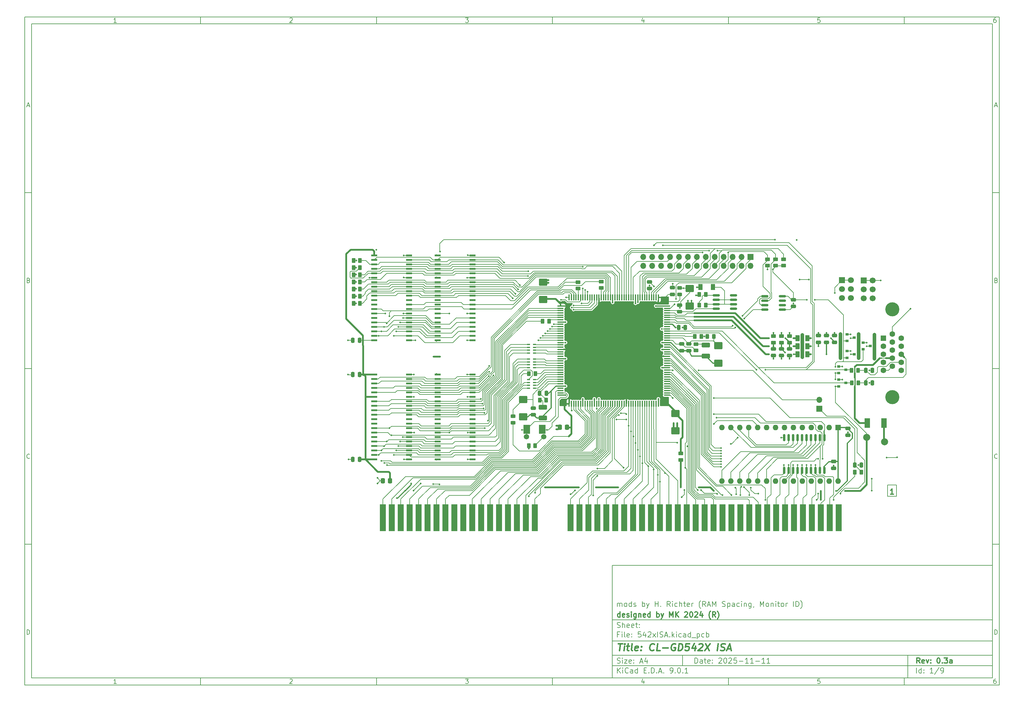
<source format=gtl>
%TF.GenerationSoftware,KiCad,Pcbnew,9.0.1*%
%TF.CreationDate,2025-11-11T13:16:59+01:00*%
%TF.ProjectId,542xISA,35343278-4953-4412-9e6b-696361645f70,0.3a*%
%TF.SameCoordinates,Original*%
%TF.FileFunction,Copper,L1,Top*%
%TF.FilePolarity,Positive*%
%FSLAX46Y46*%
G04 Gerber Fmt 4.6, Leading zero omitted, Abs format (unit mm)*
G04 Created by KiCad (PCBNEW 9.0.1) date 2025-11-11 13:16:59*
%MOMM*%
%LPD*%
G01*
G04 APERTURE LIST*
G04 Aperture macros list*
%AMRoundRect*
0 Rectangle with rounded corners*
0 $1 Rounding radius*
0 $2 $3 $4 $5 $6 $7 $8 $9 X,Y pos of 4 corners*
0 Add a 4 corners polygon primitive as box body*
4,1,4,$2,$3,$4,$5,$6,$7,$8,$9,$2,$3,0*
0 Add four circle primitives for the rounded corners*
1,1,$1+$1,$2,$3*
1,1,$1+$1,$4,$5*
1,1,$1+$1,$6,$7*
1,1,$1+$1,$8,$9*
0 Add four rect primitives between the rounded corners*
20,1,$1+$1,$2,$3,$4,$5,0*
20,1,$1+$1,$4,$5,$6,$7,0*
20,1,$1+$1,$6,$7,$8,$9,0*
20,1,$1+$1,$8,$9,$2,$3,0*%
G04 Aperture macros list end*
%ADD10C,0.100000*%
%ADD11C,0.150000*%
%ADD12C,0.300000*%
%ADD13C,0.400000*%
%TA.AperFunction,NonConductor*%
%ADD14C,0.300000*%
%TD*%
%TA.AperFunction,SMDPad,CuDef*%
%ADD15R,0.900000X0.800000*%
%TD*%
%TA.AperFunction,SMDPad,CuDef*%
%ADD16RoundRect,0.250000X0.262500X0.450000X-0.262500X0.450000X-0.262500X-0.450000X0.262500X-0.450000X0*%
%TD*%
%TA.AperFunction,ComponentPad*%
%ADD17C,2.010000*%
%TD*%
%TA.AperFunction,SMDPad,CuDef*%
%ADD18RoundRect,0.250000X-0.250000X-0.475000X0.250000X-0.475000X0.250000X0.475000X-0.250000X0.475000X0*%
%TD*%
%TA.AperFunction,SMDPad,CuDef*%
%ADD19RoundRect,0.250000X-0.475000X0.250000X-0.475000X-0.250000X0.475000X-0.250000X0.475000X0.250000X0*%
%TD*%
%TA.AperFunction,SMDPad,CuDef*%
%ADD20RoundRect,0.250000X-0.925000X0.412500X-0.925000X-0.412500X0.925000X-0.412500X0.925000X0.412500X0*%
%TD*%
%TA.AperFunction,SMDPad,CuDef*%
%ADD21RoundRect,0.250000X-0.925000X0.787500X-0.925000X-0.787500X0.925000X-0.787500X0.925000X0.787500X0*%
%TD*%
%TA.AperFunction,SMDPad,CuDef*%
%ADD22RoundRect,0.250000X0.475000X-0.250000X0.475000X0.250000X-0.475000X0.250000X-0.475000X-0.250000X0*%
%TD*%
%TA.AperFunction,SMDPad,CuDef*%
%ADD23RoundRect,0.250000X0.925000X-0.787500X0.925000X0.787500X-0.925000X0.787500X-0.925000X-0.787500X0*%
%TD*%
%TA.AperFunction,SMDPad,CuDef*%
%ADD24RoundRect,0.250000X0.337500X0.475000X-0.337500X0.475000X-0.337500X-0.475000X0.337500X-0.475000X0*%
%TD*%
%TA.AperFunction,SMDPad,CuDef*%
%ADD25R,1.500000X2.700000*%
%TD*%
%TA.AperFunction,SMDPad,CuDef*%
%ADD26R,1.300000X1.700000*%
%TD*%
%TA.AperFunction,ComponentPad*%
%ADD27R,1.700000X1.700000*%
%TD*%
%TA.AperFunction,ComponentPad*%
%ADD28O,1.700000X1.700000*%
%TD*%
%TA.AperFunction,SMDPad,CuDef*%
%ADD29RoundRect,0.243750X-0.243750X-0.456250X0.243750X-0.456250X0.243750X0.456250X-0.243750X0.456250X0*%
%TD*%
%TA.AperFunction,SMDPad,CuDef*%
%ADD30RoundRect,0.250000X-0.450000X0.262500X-0.450000X-0.262500X0.450000X-0.262500X0.450000X0.262500X0*%
%TD*%
%TA.AperFunction,SMDPad,CuDef*%
%ADD31RoundRect,0.250000X-0.262500X-0.450000X0.262500X-0.450000X0.262500X0.450000X-0.262500X0.450000X0*%
%TD*%
%TA.AperFunction,SMDPad,CuDef*%
%ADD32RoundRect,0.100000X0.100000X-0.775000X0.100000X0.775000X-0.100000X0.775000X-0.100000X-0.775000X0*%
%TD*%
%TA.AperFunction,SMDPad,CuDef*%
%ADD33RoundRect,0.100000X0.775000X-0.100000X0.775000X0.100000X-0.775000X0.100000X-0.775000X-0.100000X0*%
%TD*%
%TA.AperFunction,SMDPad,CuDef*%
%ADD34RoundRect,0.150000X-0.825000X-0.150000X0.825000X-0.150000X0.825000X0.150000X-0.825000X0.150000X0*%
%TD*%
%TA.AperFunction,SMDPad,CuDef*%
%ADD35RoundRect,0.250000X0.450000X-0.262500X0.450000X0.262500X-0.450000X0.262500X-0.450000X-0.262500X0*%
%TD*%
%TA.AperFunction,ComponentPad*%
%ADD36C,4.000000*%
%TD*%
%TA.AperFunction,ComponentPad*%
%ADD37R,1.600000X1.600000*%
%TD*%
%TA.AperFunction,ComponentPad*%
%ADD38C,1.600000*%
%TD*%
%TA.AperFunction,ConnectorPad*%
%ADD39R,1.780000X7.620000*%
%TD*%
%TA.AperFunction,SMDPad,CuDef*%
%ADD40R,1.778000X0.508000*%
%TD*%
%TA.AperFunction,SMDPad,CuDef*%
%ADD41RoundRect,0.250000X0.250000X0.475000X-0.250000X0.475000X-0.250000X-0.475000X0.250000X-0.475000X0*%
%TD*%
%TA.AperFunction,SMDPad,CuDef*%
%ADD42RoundRect,0.243750X-0.456250X0.243750X-0.456250X-0.243750X0.456250X-0.243750X0.456250X0.243750X0*%
%TD*%
%TA.AperFunction,SMDPad,CuDef*%
%ADD43R,0.900000X0.400000*%
%TD*%
%TA.AperFunction,SMDPad,CuDef*%
%ADD44RoundRect,0.243750X0.456250X-0.243750X0.456250X0.243750X-0.456250X0.243750X-0.456250X-0.243750X0*%
%TD*%
%TA.AperFunction,SMDPad,CuDef*%
%ADD45RoundRect,0.150000X-0.150000X0.875000X-0.150000X-0.875000X0.150000X-0.875000X0.150000X0.875000X0*%
%TD*%
%TA.AperFunction,SMDPad,CuDef*%
%ADD46RoundRect,0.250000X0.375000X0.625000X-0.375000X0.625000X-0.375000X-0.625000X0.375000X-0.625000X0*%
%TD*%
%TA.AperFunction,ComponentPad*%
%ADD47O,1.600000X1.600000*%
%TD*%
%TA.AperFunction,SMDPad,CuDef*%
%ADD48R,1.900000X2.500000*%
%TD*%
%TA.AperFunction,ComponentPad*%
%ADD49C,1.700000*%
%TD*%
%TA.AperFunction,ComponentPad*%
%ADD50C,1.500000*%
%TD*%
%TA.AperFunction,ViaPad*%
%ADD51C,0.500000*%
%TD*%
%TA.AperFunction,ViaPad*%
%ADD52C,0.800000*%
%TD*%
%TA.AperFunction,Conductor*%
%ADD53C,0.200000*%
%TD*%
%TA.AperFunction,Conductor*%
%ADD54C,0.500000*%
%TD*%
%TA.AperFunction,Conductor*%
%ADD55C,0.350000*%
%TD*%
%TA.AperFunction,Conductor*%
%ADD56C,1.000000*%
%TD*%
G04 APERTURE END LIST*
D10*
D11*
X177002200Y-166007200D02*
X285002200Y-166007200D01*
X285002200Y-198007200D01*
X177002200Y-198007200D01*
X177002200Y-166007200D01*
D10*
D11*
X10000000Y-10000000D02*
X287002200Y-10000000D01*
X287002200Y-200007200D01*
X10000000Y-200007200D01*
X10000000Y-10000000D01*
D10*
D11*
X12000000Y-12000000D02*
X285002200Y-12000000D01*
X285002200Y-198007200D01*
X12000000Y-198007200D01*
X12000000Y-12000000D01*
D10*
D11*
X60000000Y-12000000D02*
X60000000Y-10000000D01*
D10*
D11*
X110000000Y-12000000D02*
X110000000Y-10000000D01*
D10*
D11*
X160000000Y-12000000D02*
X160000000Y-10000000D01*
D10*
D11*
X210000000Y-12000000D02*
X210000000Y-10000000D01*
D10*
D11*
X260000000Y-12000000D02*
X260000000Y-10000000D01*
D10*
D11*
X36089160Y-11593604D02*
X35346303Y-11593604D01*
X35717731Y-11593604D02*
X35717731Y-10293604D01*
X35717731Y-10293604D02*
X35593922Y-10479319D01*
X35593922Y-10479319D02*
X35470112Y-10603128D01*
X35470112Y-10603128D02*
X35346303Y-10665033D01*
D10*
D11*
X85346303Y-10417414D02*
X85408207Y-10355509D01*
X85408207Y-10355509D02*
X85532017Y-10293604D01*
X85532017Y-10293604D02*
X85841541Y-10293604D01*
X85841541Y-10293604D02*
X85965350Y-10355509D01*
X85965350Y-10355509D02*
X86027255Y-10417414D01*
X86027255Y-10417414D02*
X86089160Y-10541223D01*
X86089160Y-10541223D02*
X86089160Y-10665033D01*
X86089160Y-10665033D02*
X86027255Y-10850747D01*
X86027255Y-10850747D02*
X85284398Y-11593604D01*
X85284398Y-11593604D02*
X86089160Y-11593604D01*
D10*
D11*
X135284398Y-10293604D02*
X136089160Y-10293604D01*
X136089160Y-10293604D02*
X135655826Y-10788842D01*
X135655826Y-10788842D02*
X135841541Y-10788842D01*
X135841541Y-10788842D02*
X135965350Y-10850747D01*
X135965350Y-10850747D02*
X136027255Y-10912652D01*
X136027255Y-10912652D02*
X136089160Y-11036461D01*
X136089160Y-11036461D02*
X136089160Y-11345985D01*
X136089160Y-11345985D02*
X136027255Y-11469795D01*
X136027255Y-11469795D02*
X135965350Y-11531700D01*
X135965350Y-11531700D02*
X135841541Y-11593604D01*
X135841541Y-11593604D02*
X135470112Y-11593604D01*
X135470112Y-11593604D02*
X135346303Y-11531700D01*
X135346303Y-11531700D02*
X135284398Y-11469795D01*
D10*
D11*
X185965350Y-10726938D02*
X185965350Y-11593604D01*
X185655826Y-10231700D02*
X185346303Y-11160271D01*
X185346303Y-11160271D02*
X186151064Y-11160271D01*
D10*
D11*
X236027255Y-10293604D02*
X235408207Y-10293604D01*
X235408207Y-10293604D02*
X235346303Y-10912652D01*
X235346303Y-10912652D02*
X235408207Y-10850747D01*
X235408207Y-10850747D02*
X235532017Y-10788842D01*
X235532017Y-10788842D02*
X235841541Y-10788842D01*
X235841541Y-10788842D02*
X235965350Y-10850747D01*
X235965350Y-10850747D02*
X236027255Y-10912652D01*
X236027255Y-10912652D02*
X236089160Y-11036461D01*
X236089160Y-11036461D02*
X236089160Y-11345985D01*
X236089160Y-11345985D02*
X236027255Y-11469795D01*
X236027255Y-11469795D02*
X235965350Y-11531700D01*
X235965350Y-11531700D02*
X235841541Y-11593604D01*
X235841541Y-11593604D02*
X235532017Y-11593604D01*
X235532017Y-11593604D02*
X235408207Y-11531700D01*
X235408207Y-11531700D02*
X235346303Y-11469795D01*
D10*
D11*
X285965350Y-10293604D02*
X285717731Y-10293604D01*
X285717731Y-10293604D02*
X285593922Y-10355509D01*
X285593922Y-10355509D02*
X285532017Y-10417414D01*
X285532017Y-10417414D02*
X285408207Y-10603128D01*
X285408207Y-10603128D02*
X285346303Y-10850747D01*
X285346303Y-10850747D02*
X285346303Y-11345985D01*
X285346303Y-11345985D02*
X285408207Y-11469795D01*
X285408207Y-11469795D02*
X285470112Y-11531700D01*
X285470112Y-11531700D02*
X285593922Y-11593604D01*
X285593922Y-11593604D02*
X285841541Y-11593604D01*
X285841541Y-11593604D02*
X285965350Y-11531700D01*
X285965350Y-11531700D02*
X286027255Y-11469795D01*
X286027255Y-11469795D02*
X286089160Y-11345985D01*
X286089160Y-11345985D02*
X286089160Y-11036461D01*
X286089160Y-11036461D02*
X286027255Y-10912652D01*
X286027255Y-10912652D02*
X285965350Y-10850747D01*
X285965350Y-10850747D02*
X285841541Y-10788842D01*
X285841541Y-10788842D02*
X285593922Y-10788842D01*
X285593922Y-10788842D02*
X285470112Y-10850747D01*
X285470112Y-10850747D02*
X285408207Y-10912652D01*
X285408207Y-10912652D02*
X285346303Y-11036461D01*
D10*
D11*
X60000000Y-198007200D02*
X60000000Y-200007200D01*
D10*
D11*
X110000000Y-198007200D02*
X110000000Y-200007200D01*
D10*
D11*
X160000000Y-198007200D02*
X160000000Y-200007200D01*
D10*
D11*
X210000000Y-198007200D02*
X210000000Y-200007200D01*
D10*
D11*
X260000000Y-198007200D02*
X260000000Y-200007200D01*
D10*
D11*
X36089160Y-199600804D02*
X35346303Y-199600804D01*
X35717731Y-199600804D02*
X35717731Y-198300804D01*
X35717731Y-198300804D02*
X35593922Y-198486519D01*
X35593922Y-198486519D02*
X35470112Y-198610328D01*
X35470112Y-198610328D02*
X35346303Y-198672233D01*
D10*
D11*
X85346303Y-198424614D02*
X85408207Y-198362709D01*
X85408207Y-198362709D02*
X85532017Y-198300804D01*
X85532017Y-198300804D02*
X85841541Y-198300804D01*
X85841541Y-198300804D02*
X85965350Y-198362709D01*
X85965350Y-198362709D02*
X86027255Y-198424614D01*
X86027255Y-198424614D02*
X86089160Y-198548423D01*
X86089160Y-198548423D02*
X86089160Y-198672233D01*
X86089160Y-198672233D02*
X86027255Y-198857947D01*
X86027255Y-198857947D02*
X85284398Y-199600804D01*
X85284398Y-199600804D02*
X86089160Y-199600804D01*
D10*
D11*
X135284398Y-198300804D02*
X136089160Y-198300804D01*
X136089160Y-198300804D02*
X135655826Y-198796042D01*
X135655826Y-198796042D02*
X135841541Y-198796042D01*
X135841541Y-198796042D02*
X135965350Y-198857947D01*
X135965350Y-198857947D02*
X136027255Y-198919852D01*
X136027255Y-198919852D02*
X136089160Y-199043661D01*
X136089160Y-199043661D02*
X136089160Y-199353185D01*
X136089160Y-199353185D02*
X136027255Y-199476995D01*
X136027255Y-199476995D02*
X135965350Y-199538900D01*
X135965350Y-199538900D02*
X135841541Y-199600804D01*
X135841541Y-199600804D02*
X135470112Y-199600804D01*
X135470112Y-199600804D02*
X135346303Y-199538900D01*
X135346303Y-199538900D02*
X135284398Y-199476995D01*
D10*
D11*
X185965350Y-198734138D02*
X185965350Y-199600804D01*
X185655826Y-198238900D02*
X185346303Y-199167471D01*
X185346303Y-199167471D02*
X186151064Y-199167471D01*
D10*
D11*
X236027255Y-198300804D02*
X235408207Y-198300804D01*
X235408207Y-198300804D02*
X235346303Y-198919852D01*
X235346303Y-198919852D02*
X235408207Y-198857947D01*
X235408207Y-198857947D02*
X235532017Y-198796042D01*
X235532017Y-198796042D02*
X235841541Y-198796042D01*
X235841541Y-198796042D02*
X235965350Y-198857947D01*
X235965350Y-198857947D02*
X236027255Y-198919852D01*
X236027255Y-198919852D02*
X236089160Y-199043661D01*
X236089160Y-199043661D02*
X236089160Y-199353185D01*
X236089160Y-199353185D02*
X236027255Y-199476995D01*
X236027255Y-199476995D02*
X235965350Y-199538900D01*
X235965350Y-199538900D02*
X235841541Y-199600804D01*
X235841541Y-199600804D02*
X235532017Y-199600804D01*
X235532017Y-199600804D02*
X235408207Y-199538900D01*
X235408207Y-199538900D02*
X235346303Y-199476995D01*
D10*
D11*
X285965350Y-198300804D02*
X285717731Y-198300804D01*
X285717731Y-198300804D02*
X285593922Y-198362709D01*
X285593922Y-198362709D02*
X285532017Y-198424614D01*
X285532017Y-198424614D02*
X285408207Y-198610328D01*
X285408207Y-198610328D02*
X285346303Y-198857947D01*
X285346303Y-198857947D02*
X285346303Y-199353185D01*
X285346303Y-199353185D02*
X285408207Y-199476995D01*
X285408207Y-199476995D02*
X285470112Y-199538900D01*
X285470112Y-199538900D02*
X285593922Y-199600804D01*
X285593922Y-199600804D02*
X285841541Y-199600804D01*
X285841541Y-199600804D02*
X285965350Y-199538900D01*
X285965350Y-199538900D02*
X286027255Y-199476995D01*
X286027255Y-199476995D02*
X286089160Y-199353185D01*
X286089160Y-199353185D02*
X286089160Y-199043661D01*
X286089160Y-199043661D02*
X286027255Y-198919852D01*
X286027255Y-198919852D02*
X285965350Y-198857947D01*
X285965350Y-198857947D02*
X285841541Y-198796042D01*
X285841541Y-198796042D02*
X285593922Y-198796042D01*
X285593922Y-198796042D02*
X285470112Y-198857947D01*
X285470112Y-198857947D02*
X285408207Y-198919852D01*
X285408207Y-198919852D02*
X285346303Y-199043661D01*
D10*
D11*
X10000000Y-60000000D02*
X12000000Y-60000000D01*
D10*
D11*
X10000000Y-110000000D02*
X12000000Y-110000000D01*
D10*
D11*
X10000000Y-160000000D02*
X12000000Y-160000000D01*
D10*
D11*
X10690476Y-35222176D02*
X11309523Y-35222176D01*
X10566666Y-35593604D02*
X10999999Y-34293604D01*
X10999999Y-34293604D02*
X11433333Y-35593604D01*
D10*
D11*
X11092857Y-84912652D02*
X11278571Y-84974557D01*
X11278571Y-84974557D02*
X11340476Y-85036461D01*
X11340476Y-85036461D02*
X11402380Y-85160271D01*
X11402380Y-85160271D02*
X11402380Y-85345985D01*
X11402380Y-85345985D02*
X11340476Y-85469795D01*
X11340476Y-85469795D02*
X11278571Y-85531700D01*
X11278571Y-85531700D02*
X11154761Y-85593604D01*
X11154761Y-85593604D02*
X10659523Y-85593604D01*
X10659523Y-85593604D02*
X10659523Y-84293604D01*
X10659523Y-84293604D02*
X11092857Y-84293604D01*
X11092857Y-84293604D02*
X11216666Y-84355509D01*
X11216666Y-84355509D02*
X11278571Y-84417414D01*
X11278571Y-84417414D02*
X11340476Y-84541223D01*
X11340476Y-84541223D02*
X11340476Y-84665033D01*
X11340476Y-84665033D02*
X11278571Y-84788842D01*
X11278571Y-84788842D02*
X11216666Y-84850747D01*
X11216666Y-84850747D02*
X11092857Y-84912652D01*
X11092857Y-84912652D02*
X10659523Y-84912652D01*
D10*
D11*
X11402380Y-135469795D02*
X11340476Y-135531700D01*
X11340476Y-135531700D02*
X11154761Y-135593604D01*
X11154761Y-135593604D02*
X11030952Y-135593604D01*
X11030952Y-135593604D02*
X10845238Y-135531700D01*
X10845238Y-135531700D02*
X10721428Y-135407890D01*
X10721428Y-135407890D02*
X10659523Y-135284080D01*
X10659523Y-135284080D02*
X10597619Y-135036461D01*
X10597619Y-135036461D02*
X10597619Y-134850747D01*
X10597619Y-134850747D02*
X10659523Y-134603128D01*
X10659523Y-134603128D02*
X10721428Y-134479319D01*
X10721428Y-134479319D02*
X10845238Y-134355509D01*
X10845238Y-134355509D02*
X11030952Y-134293604D01*
X11030952Y-134293604D02*
X11154761Y-134293604D01*
X11154761Y-134293604D02*
X11340476Y-134355509D01*
X11340476Y-134355509D02*
X11402380Y-134417414D01*
D10*
D11*
X10659523Y-185593604D02*
X10659523Y-184293604D01*
X10659523Y-184293604D02*
X10969047Y-184293604D01*
X10969047Y-184293604D02*
X11154761Y-184355509D01*
X11154761Y-184355509D02*
X11278571Y-184479319D01*
X11278571Y-184479319D02*
X11340476Y-184603128D01*
X11340476Y-184603128D02*
X11402380Y-184850747D01*
X11402380Y-184850747D02*
X11402380Y-185036461D01*
X11402380Y-185036461D02*
X11340476Y-185284080D01*
X11340476Y-185284080D02*
X11278571Y-185407890D01*
X11278571Y-185407890D02*
X11154761Y-185531700D01*
X11154761Y-185531700D02*
X10969047Y-185593604D01*
X10969047Y-185593604D02*
X10659523Y-185593604D01*
D10*
D11*
X287002200Y-60000000D02*
X285002200Y-60000000D01*
D10*
D11*
X287002200Y-110000000D02*
X285002200Y-110000000D01*
D10*
D11*
X287002200Y-160000000D02*
X285002200Y-160000000D01*
D10*
D11*
X285692676Y-35222176D02*
X286311723Y-35222176D01*
X285568866Y-35593604D02*
X286002199Y-34293604D01*
X286002199Y-34293604D02*
X286435533Y-35593604D01*
D10*
D11*
X286095057Y-84912652D02*
X286280771Y-84974557D01*
X286280771Y-84974557D02*
X286342676Y-85036461D01*
X286342676Y-85036461D02*
X286404580Y-85160271D01*
X286404580Y-85160271D02*
X286404580Y-85345985D01*
X286404580Y-85345985D02*
X286342676Y-85469795D01*
X286342676Y-85469795D02*
X286280771Y-85531700D01*
X286280771Y-85531700D02*
X286156961Y-85593604D01*
X286156961Y-85593604D02*
X285661723Y-85593604D01*
X285661723Y-85593604D02*
X285661723Y-84293604D01*
X285661723Y-84293604D02*
X286095057Y-84293604D01*
X286095057Y-84293604D02*
X286218866Y-84355509D01*
X286218866Y-84355509D02*
X286280771Y-84417414D01*
X286280771Y-84417414D02*
X286342676Y-84541223D01*
X286342676Y-84541223D02*
X286342676Y-84665033D01*
X286342676Y-84665033D02*
X286280771Y-84788842D01*
X286280771Y-84788842D02*
X286218866Y-84850747D01*
X286218866Y-84850747D02*
X286095057Y-84912652D01*
X286095057Y-84912652D02*
X285661723Y-84912652D01*
D10*
D11*
X286404580Y-135469795D02*
X286342676Y-135531700D01*
X286342676Y-135531700D02*
X286156961Y-135593604D01*
X286156961Y-135593604D02*
X286033152Y-135593604D01*
X286033152Y-135593604D02*
X285847438Y-135531700D01*
X285847438Y-135531700D02*
X285723628Y-135407890D01*
X285723628Y-135407890D02*
X285661723Y-135284080D01*
X285661723Y-135284080D02*
X285599819Y-135036461D01*
X285599819Y-135036461D02*
X285599819Y-134850747D01*
X285599819Y-134850747D02*
X285661723Y-134603128D01*
X285661723Y-134603128D02*
X285723628Y-134479319D01*
X285723628Y-134479319D02*
X285847438Y-134355509D01*
X285847438Y-134355509D02*
X286033152Y-134293604D01*
X286033152Y-134293604D02*
X286156961Y-134293604D01*
X286156961Y-134293604D02*
X286342676Y-134355509D01*
X286342676Y-134355509D02*
X286404580Y-134417414D01*
D10*
D11*
X285661723Y-185593604D02*
X285661723Y-184293604D01*
X285661723Y-184293604D02*
X285971247Y-184293604D01*
X285971247Y-184293604D02*
X286156961Y-184355509D01*
X286156961Y-184355509D02*
X286280771Y-184479319D01*
X286280771Y-184479319D02*
X286342676Y-184603128D01*
X286342676Y-184603128D02*
X286404580Y-184850747D01*
X286404580Y-184850747D02*
X286404580Y-185036461D01*
X286404580Y-185036461D02*
X286342676Y-185284080D01*
X286342676Y-185284080D02*
X286280771Y-185407890D01*
X286280771Y-185407890D02*
X286156961Y-185531700D01*
X286156961Y-185531700D02*
X285971247Y-185593604D01*
X285971247Y-185593604D02*
X285661723Y-185593604D01*
D10*
D11*
X200458026Y-193793328D02*
X200458026Y-192293328D01*
X200458026Y-192293328D02*
X200815169Y-192293328D01*
X200815169Y-192293328D02*
X201029455Y-192364757D01*
X201029455Y-192364757D02*
X201172312Y-192507614D01*
X201172312Y-192507614D02*
X201243741Y-192650471D01*
X201243741Y-192650471D02*
X201315169Y-192936185D01*
X201315169Y-192936185D02*
X201315169Y-193150471D01*
X201315169Y-193150471D02*
X201243741Y-193436185D01*
X201243741Y-193436185D02*
X201172312Y-193579042D01*
X201172312Y-193579042D02*
X201029455Y-193721900D01*
X201029455Y-193721900D02*
X200815169Y-193793328D01*
X200815169Y-193793328D02*
X200458026Y-193793328D01*
X202600884Y-193793328D02*
X202600884Y-193007614D01*
X202600884Y-193007614D02*
X202529455Y-192864757D01*
X202529455Y-192864757D02*
X202386598Y-192793328D01*
X202386598Y-192793328D02*
X202100884Y-192793328D01*
X202100884Y-192793328D02*
X201958026Y-192864757D01*
X202600884Y-193721900D02*
X202458026Y-193793328D01*
X202458026Y-193793328D02*
X202100884Y-193793328D01*
X202100884Y-193793328D02*
X201958026Y-193721900D01*
X201958026Y-193721900D02*
X201886598Y-193579042D01*
X201886598Y-193579042D02*
X201886598Y-193436185D01*
X201886598Y-193436185D02*
X201958026Y-193293328D01*
X201958026Y-193293328D02*
X202100884Y-193221900D01*
X202100884Y-193221900D02*
X202458026Y-193221900D01*
X202458026Y-193221900D02*
X202600884Y-193150471D01*
X203100884Y-192793328D02*
X203672312Y-192793328D01*
X203315169Y-192293328D02*
X203315169Y-193579042D01*
X203315169Y-193579042D02*
X203386598Y-193721900D01*
X203386598Y-193721900D02*
X203529455Y-193793328D01*
X203529455Y-193793328D02*
X203672312Y-193793328D01*
X204743741Y-193721900D02*
X204600884Y-193793328D01*
X204600884Y-193793328D02*
X204315170Y-193793328D01*
X204315170Y-193793328D02*
X204172312Y-193721900D01*
X204172312Y-193721900D02*
X204100884Y-193579042D01*
X204100884Y-193579042D02*
X204100884Y-193007614D01*
X204100884Y-193007614D02*
X204172312Y-192864757D01*
X204172312Y-192864757D02*
X204315170Y-192793328D01*
X204315170Y-192793328D02*
X204600884Y-192793328D01*
X204600884Y-192793328D02*
X204743741Y-192864757D01*
X204743741Y-192864757D02*
X204815170Y-193007614D01*
X204815170Y-193007614D02*
X204815170Y-193150471D01*
X204815170Y-193150471D02*
X204100884Y-193293328D01*
X205458026Y-193650471D02*
X205529455Y-193721900D01*
X205529455Y-193721900D02*
X205458026Y-193793328D01*
X205458026Y-193793328D02*
X205386598Y-193721900D01*
X205386598Y-193721900D02*
X205458026Y-193650471D01*
X205458026Y-193650471D02*
X205458026Y-193793328D01*
X205458026Y-192864757D02*
X205529455Y-192936185D01*
X205529455Y-192936185D02*
X205458026Y-193007614D01*
X205458026Y-193007614D02*
X205386598Y-192936185D01*
X205386598Y-192936185D02*
X205458026Y-192864757D01*
X205458026Y-192864757D02*
X205458026Y-193007614D01*
X207243741Y-192436185D02*
X207315169Y-192364757D01*
X207315169Y-192364757D02*
X207458027Y-192293328D01*
X207458027Y-192293328D02*
X207815169Y-192293328D01*
X207815169Y-192293328D02*
X207958027Y-192364757D01*
X207958027Y-192364757D02*
X208029455Y-192436185D01*
X208029455Y-192436185D02*
X208100884Y-192579042D01*
X208100884Y-192579042D02*
X208100884Y-192721900D01*
X208100884Y-192721900D02*
X208029455Y-192936185D01*
X208029455Y-192936185D02*
X207172312Y-193793328D01*
X207172312Y-193793328D02*
X208100884Y-193793328D01*
X209029455Y-192293328D02*
X209172312Y-192293328D01*
X209172312Y-192293328D02*
X209315169Y-192364757D01*
X209315169Y-192364757D02*
X209386598Y-192436185D01*
X209386598Y-192436185D02*
X209458026Y-192579042D01*
X209458026Y-192579042D02*
X209529455Y-192864757D01*
X209529455Y-192864757D02*
X209529455Y-193221900D01*
X209529455Y-193221900D02*
X209458026Y-193507614D01*
X209458026Y-193507614D02*
X209386598Y-193650471D01*
X209386598Y-193650471D02*
X209315169Y-193721900D01*
X209315169Y-193721900D02*
X209172312Y-193793328D01*
X209172312Y-193793328D02*
X209029455Y-193793328D01*
X209029455Y-193793328D02*
X208886598Y-193721900D01*
X208886598Y-193721900D02*
X208815169Y-193650471D01*
X208815169Y-193650471D02*
X208743740Y-193507614D01*
X208743740Y-193507614D02*
X208672312Y-193221900D01*
X208672312Y-193221900D02*
X208672312Y-192864757D01*
X208672312Y-192864757D02*
X208743740Y-192579042D01*
X208743740Y-192579042D02*
X208815169Y-192436185D01*
X208815169Y-192436185D02*
X208886598Y-192364757D01*
X208886598Y-192364757D02*
X209029455Y-192293328D01*
X210100883Y-192436185D02*
X210172311Y-192364757D01*
X210172311Y-192364757D02*
X210315169Y-192293328D01*
X210315169Y-192293328D02*
X210672311Y-192293328D01*
X210672311Y-192293328D02*
X210815169Y-192364757D01*
X210815169Y-192364757D02*
X210886597Y-192436185D01*
X210886597Y-192436185D02*
X210958026Y-192579042D01*
X210958026Y-192579042D02*
X210958026Y-192721900D01*
X210958026Y-192721900D02*
X210886597Y-192936185D01*
X210886597Y-192936185D02*
X210029454Y-193793328D01*
X210029454Y-193793328D02*
X210958026Y-193793328D01*
X212315168Y-192293328D02*
X211600882Y-192293328D01*
X211600882Y-192293328D02*
X211529454Y-193007614D01*
X211529454Y-193007614D02*
X211600882Y-192936185D01*
X211600882Y-192936185D02*
X211743740Y-192864757D01*
X211743740Y-192864757D02*
X212100882Y-192864757D01*
X212100882Y-192864757D02*
X212243740Y-192936185D01*
X212243740Y-192936185D02*
X212315168Y-193007614D01*
X212315168Y-193007614D02*
X212386597Y-193150471D01*
X212386597Y-193150471D02*
X212386597Y-193507614D01*
X212386597Y-193507614D02*
X212315168Y-193650471D01*
X212315168Y-193650471D02*
X212243740Y-193721900D01*
X212243740Y-193721900D02*
X212100882Y-193793328D01*
X212100882Y-193793328D02*
X211743740Y-193793328D01*
X211743740Y-193793328D02*
X211600882Y-193721900D01*
X211600882Y-193721900D02*
X211529454Y-193650471D01*
X213029453Y-193221900D02*
X214172311Y-193221900D01*
X215672311Y-193793328D02*
X214815168Y-193793328D01*
X215243739Y-193793328D02*
X215243739Y-192293328D01*
X215243739Y-192293328D02*
X215100882Y-192507614D01*
X215100882Y-192507614D02*
X214958025Y-192650471D01*
X214958025Y-192650471D02*
X214815168Y-192721900D01*
X217100882Y-193793328D02*
X216243739Y-193793328D01*
X216672310Y-193793328D02*
X216672310Y-192293328D01*
X216672310Y-192293328D02*
X216529453Y-192507614D01*
X216529453Y-192507614D02*
X216386596Y-192650471D01*
X216386596Y-192650471D02*
X216243739Y-192721900D01*
X217743738Y-193221900D02*
X218886596Y-193221900D01*
X220386596Y-193793328D02*
X219529453Y-193793328D01*
X219958024Y-193793328D02*
X219958024Y-192293328D01*
X219958024Y-192293328D02*
X219815167Y-192507614D01*
X219815167Y-192507614D02*
X219672310Y-192650471D01*
X219672310Y-192650471D02*
X219529453Y-192721900D01*
X221815167Y-193793328D02*
X220958024Y-193793328D01*
X221386595Y-193793328D02*
X221386595Y-192293328D01*
X221386595Y-192293328D02*
X221243738Y-192507614D01*
X221243738Y-192507614D02*
X221100881Y-192650471D01*
X221100881Y-192650471D02*
X220958024Y-192721900D01*
D10*
D11*
X177002200Y-194507200D02*
X285002200Y-194507200D01*
D10*
D11*
X178458026Y-196593328D02*
X178458026Y-195093328D01*
X179315169Y-196593328D02*
X178672312Y-195736185D01*
X179315169Y-195093328D02*
X178458026Y-195950471D01*
X179958026Y-196593328D02*
X179958026Y-195593328D01*
X179958026Y-195093328D02*
X179886598Y-195164757D01*
X179886598Y-195164757D02*
X179958026Y-195236185D01*
X179958026Y-195236185D02*
X180029455Y-195164757D01*
X180029455Y-195164757D02*
X179958026Y-195093328D01*
X179958026Y-195093328D02*
X179958026Y-195236185D01*
X181529455Y-196450471D02*
X181458027Y-196521900D01*
X181458027Y-196521900D02*
X181243741Y-196593328D01*
X181243741Y-196593328D02*
X181100884Y-196593328D01*
X181100884Y-196593328D02*
X180886598Y-196521900D01*
X180886598Y-196521900D02*
X180743741Y-196379042D01*
X180743741Y-196379042D02*
X180672312Y-196236185D01*
X180672312Y-196236185D02*
X180600884Y-195950471D01*
X180600884Y-195950471D02*
X180600884Y-195736185D01*
X180600884Y-195736185D02*
X180672312Y-195450471D01*
X180672312Y-195450471D02*
X180743741Y-195307614D01*
X180743741Y-195307614D02*
X180886598Y-195164757D01*
X180886598Y-195164757D02*
X181100884Y-195093328D01*
X181100884Y-195093328D02*
X181243741Y-195093328D01*
X181243741Y-195093328D02*
X181458027Y-195164757D01*
X181458027Y-195164757D02*
X181529455Y-195236185D01*
X182815170Y-196593328D02*
X182815170Y-195807614D01*
X182815170Y-195807614D02*
X182743741Y-195664757D01*
X182743741Y-195664757D02*
X182600884Y-195593328D01*
X182600884Y-195593328D02*
X182315170Y-195593328D01*
X182315170Y-195593328D02*
X182172312Y-195664757D01*
X182815170Y-196521900D02*
X182672312Y-196593328D01*
X182672312Y-196593328D02*
X182315170Y-196593328D01*
X182315170Y-196593328D02*
X182172312Y-196521900D01*
X182172312Y-196521900D02*
X182100884Y-196379042D01*
X182100884Y-196379042D02*
X182100884Y-196236185D01*
X182100884Y-196236185D02*
X182172312Y-196093328D01*
X182172312Y-196093328D02*
X182315170Y-196021900D01*
X182315170Y-196021900D02*
X182672312Y-196021900D01*
X182672312Y-196021900D02*
X182815170Y-195950471D01*
X184172313Y-196593328D02*
X184172313Y-195093328D01*
X184172313Y-196521900D02*
X184029455Y-196593328D01*
X184029455Y-196593328D02*
X183743741Y-196593328D01*
X183743741Y-196593328D02*
X183600884Y-196521900D01*
X183600884Y-196521900D02*
X183529455Y-196450471D01*
X183529455Y-196450471D02*
X183458027Y-196307614D01*
X183458027Y-196307614D02*
X183458027Y-195879042D01*
X183458027Y-195879042D02*
X183529455Y-195736185D01*
X183529455Y-195736185D02*
X183600884Y-195664757D01*
X183600884Y-195664757D02*
X183743741Y-195593328D01*
X183743741Y-195593328D02*
X184029455Y-195593328D01*
X184029455Y-195593328D02*
X184172313Y-195664757D01*
X186029455Y-195807614D02*
X186529455Y-195807614D01*
X186743741Y-196593328D02*
X186029455Y-196593328D01*
X186029455Y-196593328D02*
X186029455Y-195093328D01*
X186029455Y-195093328D02*
X186743741Y-195093328D01*
X187386598Y-196450471D02*
X187458027Y-196521900D01*
X187458027Y-196521900D02*
X187386598Y-196593328D01*
X187386598Y-196593328D02*
X187315170Y-196521900D01*
X187315170Y-196521900D02*
X187386598Y-196450471D01*
X187386598Y-196450471D02*
X187386598Y-196593328D01*
X188100884Y-196593328D02*
X188100884Y-195093328D01*
X188100884Y-195093328D02*
X188458027Y-195093328D01*
X188458027Y-195093328D02*
X188672313Y-195164757D01*
X188672313Y-195164757D02*
X188815170Y-195307614D01*
X188815170Y-195307614D02*
X188886599Y-195450471D01*
X188886599Y-195450471D02*
X188958027Y-195736185D01*
X188958027Y-195736185D02*
X188958027Y-195950471D01*
X188958027Y-195950471D02*
X188886599Y-196236185D01*
X188886599Y-196236185D02*
X188815170Y-196379042D01*
X188815170Y-196379042D02*
X188672313Y-196521900D01*
X188672313Y-196521900D02*
X188458027Y-196593328D01*
X188458027Y-196593328D02*
X188100884Y-196593328D01*
X189600884Y-196450471D02*
X189672313Y-196521900D01*
X189672313Y-196521900D02*
X189600884Y-196593328D01*
X189600884Y-196593328D02*
X189529456Y-196521900D01*
X189529456Y-196521900D02*
X189600884Y-196450471D01*
X189600884Y-196450471D02*
X189600884Y-196593328D01*
X190243742Y-196164757D02*
X190958028Y-196164757D01*
X190100885Y-196593328D02*
X190600885Y-195093328D01*
X190600885Y-195093328D02*
X191100885Y-196593328D01*
X191600884Y-196450471D02*
X191672313Y-196521900D01*
X191672313Y-196521900D02*
X191600884Y-196593328D01*
X191600884Y-196593328D02*
X191529456Y-196521900D01*
X191529456Y-196521900D02*
X191600884Y-196450471D01*
X191600884Y-196450471D02*
X191600884Y-196593328D01*
X193529456Y-196593328D02*
X193815170Y-196593328D01*
X193815170Y-196593328D02*
X193958027Y-196521900D01*
X193958027Y-196521900D02*
X194029456Y-196450471D01*
X194029456Y-196450471D02*
X194172313Y-196236185D01*
X194172313Y-196236185D02*
X194243742Y-195950471D01*
X194243742Y-195950471D02*
X194243742Y-195379042D01*
X194243742Y-195379042D02*
X194172313Y-195236185D01*
X194172313Y-195236185D02*
X194100885Y-195164757D01*
X194100885Y-195164757D02*
X193958027Y-195093328D01*
X193958027Y-195093328D02*
X193672313Y-195093328D01*
X193672313Y-195093328D02*
X193529456Y-195164757D01*
X193529456Y-195164757D02*
X193458027Y-195236185D01*
X193458027Y-195236185D02*
X193386599Y-195379042D01*
X193386599Y-195379042D02*
X193386599Y-195736185D01*
X193386599Y-195736185D02*
X193458027Y-195879042D01*
X193458027Y-195879042D02*
X193529456Y-195950471D01*
X193529456Y-195950471D02*
X193672313Y-196021900D01*
X193672313Y-196021900D02*
X193958027Y-196021900D01*
X193958027Y-196021900D02*
X194100885Y-195950471D01*
X194100885Y-195950471D02*
X194172313Y-195879042D01*
X194172313Y-195879042D02*
X194243742Y-195736185D01*
X194886598Y-196450471D02*
X194958027Y-196521900D01*
X194958027Y-196521900D02*
X194886598Y-196593328D01*
X194886598Y-196593328D02*
X194815170Y-196521900D01*
X194815170Y-196521900D02*
X194886598Y-196450471D01*
X194886598Y-196450471D02*
X194886598Y-196593328D01*
X195886599Y-195093328D02*
X196029456Y-195093328D01*
X196029456Y-195093328D02*
X196172313Y-195164757D01*
X196172313Y-195164757D02*
X196243742Y-195236185D01*
X196243742Y-195236185D02*
X196315170Y-195379042D01*
X196315170Y-195379042D02*
X196386599Y-195664757D01*
X196386599Y-195664757D02*
X196386599Y-196021900D01*
X196386599Y-196021900D02*
X196315170Y-196307614D01*
X196315170Y-196307614D02*
X196243742Y-196450471D01*
X196243742Y-196450471D02*
X196172313Y-196521900D01*
X196172313Y-196521900D02*
X196029456Y-196593328D01*
X196029456Y-196593328D02*
X195886599Y-196593328D01*
X195886599Y-196593328D02*
X195743742Y-196521900D01*
X195743742Y-196521900D02*
X195672313Y-196450471D01*
X195672313Y-196450471D02*
X195600884Y-196307614D01*
X195600884Y-196307614D02*
X195529456Y-196021900D01*
X195529456Y-196021900D02*
X195529456Y-195664757D01*
X195529456Y-195664757D02*
X195600884Y-195379042D01*
X195600884Y-195379042D02*
X195672313Y-195236185D01*
X195672313Y-195236185D02*
X195743742Y-195164757D01*
X195743742Y-195164757D02*
X195886599Y-195093328D01*
X197029455Y-196450471D02*
X197100884Y-196521900D01*
X197100884Y-196521900D02*
X197029455Y-196593328D01*
X197029455Y-196593328D02*
X196958027Y-196521900D01*
X196958027Y-196521900D02*
X197029455Y-196450471D01*
X197029455Y-196450471D02*
X197029455Y-196593328D01*
X198529456Y-196593328D02*
X197672313Y-196593328D01*
X198100884Y-196593328D02*
X198100884Y-195093328D01*
X198100884Y-195093328D02*
X197958027Y-195307614D01*
X197958027Y-195307614D02*
X197815170Y-195450471D01*
X197815170Y-195450471D02*
X197672313Y-195521900D01*
D10*
D11*
X177002200Y-191507200D02*
X285002200Y-191507200D01*
D10*
D12*
X264413853Y-193785528D02*
X263913853Y-193071242D01*
X263556710Y-193785528D02*
X263556710Y-192285528D01*
X263556710Y-192285528D02*
X264128139Y-192285528D01*
X264128139Y-192285528D02*
X264270996Y-192356957D01*
X264270996Y-192356957D02*
X264342425Y-192428385D01*
X264342425Y-192428385D02*
X264413853Y-192571242D01*
X264413853Y-192571242D02*
X264413853Y-192785528D01*
X264413853Y-192785528D02*
X264342425Y-192928385D01*
X264342425Y-192928385D02*
X264270996Y-192999814D01*
X264270996Y-192999814D02*
X264128139Y-193071242D01*
X264128139Y-193071242D02*
X263556710Y-193071242D01*
X265628139Y-193714100D02*
X265485282Y-193785528D01*
X265485282Y-193785528D02*
X265199568Y-193785528D01*
X265199568Y-193785528D02*
X265056710Y-193714100D01*
X265056710Y-193714100D02*
X264985282Y-193571242D01*
X264985282Y-193571242D02*
X264985282Y-192999814D01*
X264985282Y-192999814D02*
X265056710Y-192856957D01*
X265056710Y-192856957D02*
X265199568Y-192785528D01*
X265199568Y-192785528D02*
X265485282Y-192785528D01*
X265485282Y-192785528D02*
X265628139Y-192856957D01*
X265628139Y-192856957D02*
X265699568Y-192999814D01*
X265699568Y-192999814D02*
X265699568Y-193142671D01*
X265699568Y-193142671D02*
X264985282Y-193285528D01*
X266199567Y-192785528D02*
X266556710Y-193785528D01*
X266556710Y-193785528D02*
X266913853Y-192785528D01*
X267485281Y-193642671D02*
X267556710Y-193714100D01*
X267556710Y-193714100D02*
X267485281Y-193785528D01*
X267485281Y-193785528D02*
X267413853Y-193714100D01*
X267413853Y-193714100D02*
X267485281Y-193642671D01*
X267485281Y-193642671D02*
X267485281Y-193785528D01*
X267485281Y-192856957D02*
X267556710Y-192928385D01*
X267556710Y-192928385D02*
X267485281Y-192999814D01*
X267485281Y-192999814D02*
X267413853Y-192928385D01*
X267413853Y-192928385D02*
X267485281Y-192856957D01*
X267485281Y-192856957D02*
X267485281Y-192999814D01*
X269628139Y-192285528D02*
X269770996Y-192285528D01*
X269770996Y-192285528D02*
X269913853Y-192356957D01*
X269913853Y-192356957D02*
X269985282Y-192428385D01*
X269985282Y-192428385D02*
X270056710Y-192571242D01*
X270056710Y-192571242D02*
X270128139Y-192856957D01*
X270128139Y-192856957D02*
X270128139Y-193214100D01*
X270128139Y-193214100D02*
X270056710Y-193499814D01*
X270056710Y-193499814D02*
X269985282Y-193642671D01*
X269985282Y-193642671D02*
X269913853Y-193714100D01*
X269913853Y-193714100D02*
X269770996Y-193785528D01*
X269770996Y-193785528D02*
X269628139Y-193785528D01*
X269628139Y-193785528D02*
X269485282Y-193714100D01*
X269485282Y-193714100D02*
X269413853Y-193642671D01*
X269413853Y-193642671D02*
X269342424Y-193499814D01*
X269342424Y-193499814D02*
X269270996Y-193214100D01*
X269270996Y-193214100D02*
X269270996Y-192856957D01*
X269270996Y-192856957D02*
X269342424Y-192571242D01*
X269342424Y-192571242D02*
X269413853Y-192428385D01*
X269413853Y-192428385D02*
X269485282Y-192356957D01*
X269485282Y-192356957D02*
X269628139Y-192285528D01*
X270770995Y-193642671D02*
X270842424Y-193714100D01*
X270842424Y-193714100D02*
X270770995Y-193785528D01*
X270770995Y-193785528D02*
X270699567Y-193714100D01*
X270699567Y-193714100D02*
X270770995Y-193642671D01*
X270770995Y-193642671D02*
X270770995Y-193785528D01*
X271342424Y-192285528D02*
X272270996Y-192285528D01*
X272270996Y-192285528D02*
X271770996Y-192856957D01*
X271770996Y-192856957D02*
X271985281Y-192856957D01*
X271985281Y-192856957D02*
X272128139Y-192928385D01*
X272128139Y-192928385D02*
X272199567Y-192999814D01*
X272199567Y-192999814D02*
X272270996Y-193142671D01*
X272270996Y-193142671D02*
X272270996Y-193499814D01*
X272270996Y-193499814D02*
X272199567Y-193642671D01*
X272199567Y-193642671D02*
X272128139Y-193714100D01*
X272128139Y-193714100D02*
X271985281Y-193785528D01*
X271985281Y-193785528D02*
X271556710Y-193785528D01*
X271556710Y-193785528D02*
X271413853Y-193714100D01*
X271413853Y-193714100D02*
X271342424Y-193642671D01*
X273556710Y-193785528D02*
X273556710Y-192999814D01*
X273556710Y-192999814D02*
X273485281Y-192856957D01*
X273485281Y-192856957D02*
X273342424Y-192785528D01*
X273342424Y-192785528D02*
X273056710Y-192785528D01*
X273056710Y-192785528D02*
X272913852Y-192856957D01*
X273556710Y-193714100D02*
X273413852Y-193785528D01*
X273413852Y-193785528D02*
X273056710Y-193785528D01*
X273056710Y-193785528D02*
X272913852Y-193714100D01*
X272913852Y-193714100D02*
X272842424Y-193571242D01*
X272842424Y-193571242D02*
X272842424Y-193428385D01*
X272842424Y-193428385D02*
X272913852Y-193285528D01*
X272913852Y-193285528D02*
X273056710Y-193214100D01*
X273056710Y-193214100D02*
X273413852Y-193214100D01*
X273413852Y-193214100D02*
X273556710Y-193142671D01*
D10*
D11*
X178386598Y-193721900D02*
X178600884Y-193793328D01*
X178600884Y-193793328D02*
X178958026Y-193793328D01*
X178958026Y-193793328D02*
X179100884Y-193721900D01*
X179100884Y-193721900D02*
X179172312Y-193650471D01*
X179172312Y-193650471D02*
X179243741Y-193507614D01*
X179243741Y-193507614D02*
X179243741Y-193364757D01*
X179243741Y-193364757D02*
X179172312Y-193221900D01*
X179172312Y-193221900D02*
X179100884Y-193150471D01*
X179100884Y-193150471D02*
X178958026Y-193079042D01*
X178958026Y-193079042D02*
X178672312Y-193007614D01*
X178672312Y-193007614D02*
X178529455Y-192936185D01*
X178529455Y-192936185D02*
X178458026Y-192864757D01*
X178458026Y-192864757D02*
X178386598Y-192721900D01*
X178386598Y-192721900D02*
X178386598Y-192579042D01*
X178386598Y-192579042D02*
X178458026Y-192436185D01*
X178458026Y-192436185D02*
X178529455Y-192364757D01*
X178529455Y-192364757D02*
X178672312Y-192293328D01*
X178672312Y-192293328D02*
X179029455Y-192293328D01*
X179029455Y-192293328D02*
X179243741Y-192364757D01*
X179886597Y-193793328D02*
X179886597Y-192793328D01*
X179886597Y-192293328D02*
X179815169Y-192364757D01*
X179815169Y-192364757D02*
X179886597Y-192436185D01*
X179886597Y-192436185D02*
X179958026Y-192364757D01*
X179958026Y-192364757D02*
X179886597Y-192293328D01*
X179886597Y-192293328D02*
X179886597Y-192436185D01*
X180458026Y-192793328D02*
X181243741Y-192793328D01*
X181243741Y-192793328D02*
X180458026Y-193793328D01*
X180458026Y-193793328D02*
X181243741Y-193793328D01*
X182386598Y-193721900D02*
X182243741Y-193793328D01*
X182243741Y-193793328D02*
X181958027Y-193793328D01*
X181958027Y-193793328D02*
X181815169Y-193721900D01*
X181815169Y-193721900D02*
X181743741Y-193579042D01*
X181743741Y-193579042D02*
X181743741Y-193007614D01*
X181743741Y-193007614D02*
X181815169Y-192864757D01*
X181815169Y-192864757D02*
X181958027Y-192793328D01*
X181958027Y-192793328D02*
X182243741Y-192793328D01*
X182243741Y-192793328D02*
X182386598Y-192864757D01*
X182386598Y-192864757D02*
X182458027Y-193007614D01*
X182458027Y-193007614D02*
X182458027Y-193150471D01*
X182458027Y-193150471D02*
X181743741Y-193293328D01*
X183100883Y-193650471D02*
X183172312Y-193721900D01*
X183172312Y-193721900D02*
X183100883Y-193793328D01*
X183100883Y-193793328D02*
X183029455Y-193721900D01*
X183029455Y-193721900D02*
X183100883Y-193650471D01*
X183100883Y-193650471D02*
X183100883Y-193793328D01*
X183100883Y-192864757D02*
X183172312Y-192936185D01*
X183172312Y-192936185D02*
X183100883Y-193007614D01*
X183100883Y-193007614D02*
X183029455Y-192936185D01*
X183029455Y-192936185D02*
X183100883Y-192864757D01*
X183100883Y-192864757D02*
X183100883Y-193007614D01*
X184886598Y-193364757D02*
X185600884Y-193364757D01*
X184743741Y-193793328D02*
X185243741Y-192293328D01*
X185243741Y-192293328D02*
X185743741Y-193793328D01*
X186886598Y-192793328D02*
X186886598Y-193793328D01*
X186529455Y-192221900D02*
X186172312Y-193293328D01*
X186172312Y-193293328D02*
X187100883Y-193293328D01*
D10*
D11*
X263458026Y-196593328D02*
X263458026Y-195093328D01*
X264815170Y-196593328D02*
X264815170Y-195093328D01*
X264815170Y-196521900D02*
X264672312Y-196593328D01*
X264672312Y-196593328D02*
X264386598Y-196593328D01*
X264386598Y-196593328D02*
X264243741Y-196521900D01*
X264243741Y-196521900D02*
X264172312Y-196450471D01*
X264172312Y-196450471D02*
X264100884Y-196307614D01*
X264100884Y-196307614D02*
X264100884Y-195879042D01*
X264100884Y-195879042D02*
X264172312Y-195736185D01*
X264172312Y-195736185D02*
X264243741Y-195664757D01*
X264243741Y-195664757D02*
X264386598Y-195593328D01*
X264386598Y-195593328D02*
X264672312Y-195593328D01*
X264672312Y-195593328D02*
X264815170Y-195664757D01*
X265529455Y-196450471D02*
X265600884Y-196521900D01*
X265600884Y-196521900D02*
X265529455Y-196593328D01*
X265529455Y-196593328D02*
X265458027Y-196521900D01*
X265458027Y-196521900D02*
X265529455Y-196450471D01*
X265529455Y-196450471D02*
X265529455Y-196593328D01*
X265529455Y-195664757D02*
X265600884Y-195736185D01*
X265600884Y-195736185D02*
X265529455Y-195807614D01*
X265529455Y-195807614D02*
X265458027Y-195736185D01*
X265458027Y-195736185D02*
X265529455Y-195664757D01*
X265529455Y-195664757D02*
X265529455Y-195807614D01*
X268172313Y-196593328D02*
X267315170Y-196593328D01*
X267743741Y-196593328D02*
X267743741Y-195093328D01*
X267743741Y-195093328D02*
X267600884Y-195307614D01*
X267600884Y-195307614D02*
X267458027Y-195450471D01*
X267458027Y-195450471D02*
X267315170Y-195521900D01*
X269886598Y-195021900D02*
X268600884Y-196950471D01*
X270458027Y-196593328D02*
X270743741Y-196593328D01*
X270743741Y-196593328D02*
X270886598Y-196521900D01*
X270886598Y-196521900D02*
X270958027Y-196450471D01*
X270958027Y-196450471D02*
X271100884Y-196236185D01*
X271100884Y-196236185D02*
X271172313Y-195950471D01*
X271172313Y-195950471D02*
X271172313Y-195379042D01*
X271172313Y-195379042D02*
X271100884Y-195236185D01*
X271100884Y-195236185D02*
X271029456Y-195164757D01*
X271029456Y-195164757D02*
X270886598Y-195093328D01*
X270886598Y-195093328D02*
X270600884Y-195093328D01*
X270600884Y-195093328D02*
X270458027Y-195164757D01*
X270458027Y-195164757D02*
X270386598Y-195236185D01*
X270386598Y-195236185D02*
X270315170Y-195379042D01*
X270315170Y-195379042D02*
X270315170Y-195736185D01*
X270315170Y-195736185D02*
X270386598Y-195879042D01*
X270386598Y-195879042D02*
X270458027Y-195950471D01*
X270458027Y-195950471D02*
X270600884Y-196021900D01*
X270600884Y-196021900D02*
X270886598Y-196021900D01*
X270886598Y-196021900D02*
X271029456Y-195950471D01*
X271029456Y-195950471D02*
X271100884Y-195879042D01*
X271100884Y-195879042D02*
X271172313Y-195736185D01*
D10*
D11*
X177002200Y-187507200D02*
X285002200Y-187507200D01*
D10*
D13*
X178693928Y-188211638D02*
X179836785Y-188211638D01*
X179015357Y-190211638D02*
X179265357Y-188211638D01*
X180253452Y-190211638D02*
X180420119Y-188878304D01*
X180503452Y-188211638D02*
X180396309Y-188306876D01*
X180396309Y-188306876D02*
X180479643Y-188402114D01*
X180479643Y-188402114D02*
X180586786Y-188306876D01*
X180586786Y-188306876D02*
X180503452Y-188211638D01*
X180503452Y-188211638D02*
X180479643Y-188402114D01*
X181086786Y-188878304D02*
X181848690Y-188878304D01*
X181455833Y-188211638D02*
X181241548Y-189925923D01*
X181241548Y-189925923D02*
X181312976Y-190116400D01*
X181312976Y-190116400D02*
X181491548Y-190211638D01*
X181491548Y-190211638D02*
X181682024Y-190211638D01*
X182634405Y-190211638D02*
X182455833Y-190116400D01*
X182455833Y-190116400D02*
X182384405Y-189925923D01*
X182384405Y-189925923D02*
X182598690Y-188211638D01*
X184170119Y-190116400D02*
X183967738Y-190211638D01*
X183967738Y-190211638D02*
X183586785Y-190211638D01*
X183586785Y-190211638D02*
X183408214Y-190116400D01*
X183408214Y-190116400D02*
X183336785Y-189925923D01*
X183336785Y-189925923D02*
X183432024Y-189164019D01*
X183432024Y-189164019D02*
X183551071Y-188973542D01*
X183551071Y-188973542D02*
X183753452Y-188878304D01*
X183753452Y-188878304D02*
X184134404Y-188878304D01*
X184134404Y-188878304D02*
X184312976Y-188973542D01*
X184312976Y-188973542D02*
X184384404Y-189164019D01*
X184384404Y-189164019D02*
X184360595Y-189354495D01*
X184360595Y-189354495D02*
X183384404Y-189544971D01*
X185134405Y-190021161D02*
X185217738Y-190116400D01*
X185217738Y-190116400D02*
X185110595Y-190211638D01*
X185110595Y-190211638D02*
X185027262Y-190116400D01*
X185027262Y-190116400D02*
X185134405Y-190021161D01*
X185134405Y-190021161D02*
X185110595Y-190211638D01*
X185265357Y-188973542D02*
X185348690Y-189068780D01*
X185348690Y-189068780D02*
X185241548Y-189164019D01*
X185241548Y-189164019D02*
X185158214Y-189068780D01*
X185158214Y-189068780D02*
X185265357Y-188973542D01*
X185265357Y-188973542D02*
X185241548Y-189164019D01*
X188753453Y-190021161D02*
X188646310Y-190116400D01*
X188646310Y-190116400D02*
X188348691Y-190211638D01*
X188348691Y-190211638D02*
X188158215Y-190211638D01*
X188158215Y-190211638D02*
X187884405Y-190116400D01*
X187884405Y-190116400D02*
X187717739Y-189925923D01*
X187717739Y-189925923D02*
X187646310Y-189735447D01*
X187646310Y-189735447D02*
X187598691Y-189354495D01*
X187598691Y-189354495D02*
X187634405Y-189068780D01*
X187634405Y-189068780D02*
X187777262Y-188687828D01*
X187777262Y-188687828D02*
X187896310Y-188497352D01*
X187896310Y-188497352D02*
X188110596Y-188306876D01*
X188110596Y-188306876D02*
X188408215Y-188211638D01*
X188408215Y-188211638D02*
X188598691Y-188211638D01*
X188598691Y-188211638D02*
X188872501Y-188306876D01*
X188872501Y-188306876D02*
X188955834Y-188402114D01*
X190539167Y-190211638D02*
X189586786Y-190211638D01*
X189586786Y-190211638D02*
X189836786Y-188211638D01*
X191301072Y-189449733D02*
X192824882Y-189449733D01*
X194967739Y-188306876D02*
X194789167Y-188211638D01*
X194789167Y-188211638D02*
X194503453Y-188211638D01*
X194503453Y-188211638D02*
X194205834Y-188306876D01*
X194205834Y-188306876D02*
X193991548Y-188497352D01*
X193991548Y-188497352D02*
X193872500Y-188687828D01*
X193872500Y-188687828D02*
X193729643Y-189068780D01*
X193729643Y-189068780D02*
X193693929Y-189354495D01*
X193693929Y-189354495D02*
X193741548Y-189735447D01*
X193741548Y-189735447D02*
X193812977Y-189925923D01*
X193812977Y-189925923D02*
X193979643Y-190116400D01*
X193979643Y-190116400D02*
X194253453Y-190211638D01*
X194253453Y-190211638D02*
X194443929Y-190211638D01*
X194443929Y-190211638D02*
X194741548Y-190116400D01*
X194741548Y-190116400D02*
X194848691Y-190021161D01*
X194848691Y-190021161D02*
X194932024Y-189354495D01*
X194932024Y-189354495D02*
X194551072Y-189354495D01*
X195682024Y-190211638D02*
X195932024Y-188211638D01*
X195932024Y-188211638D02*
X196408215Y-188211638D01*
X196408215Y-188211638D02*
X196682024Y-188306876D01*
X196682024Y-188306876D02*
X196848691Y-188497352D01*
X196848691Y-188497352D02*
X196920119Y-188687828D01*
X196920119Y-188687828D02*
X196967739Y-189068780D01*
X196967739Y-189068780D02*
X196932024Y-189354495D01*
X196932024Y-189354495D02*
X196789167Y-189735447D01*
X196789167Y-189735447D02*
X196670119Y-189925923D01*
X196670119Y-189925923D02*
X196455834Y-190116400D01*
X196455834Y-190116400D02*
X196158215Y-190211638D01*
X196158215Y-190211638D02*
X195682024Y-190211638D01*
X198884405Y-188211638D02*
X197932024Y-188211638D01*
X197932024Y-188211638D02*
X197717739Y-189164019D01*
X197717739Y-189164019D02*
X197824881Y-189068780D01*
X197824881Y-189068780D02*
X198027262Y-188973542D01*
X198027262Y-188973542D02*
X198503453Y-188973542D01*
X198503453Y-188973542D02*
X198682024Y-189068780D01*
X198682024Y-189068780D02*
X198765358Y-189164019D01*
X198765358Y-189164019D02*
X198836786Y-189354495D01*
X198836786Y-189354495D02*
X198777262Y-189830685D01*
X198777262Y-189830685D02*
X198658215Y-190021161D01*
X198658215Y-190021161D02*
X198551072Y-190116400D01*
X198551072Y-190116400D02*
X198348691Y-190211638D01*
X198348691Y-190211638D02*
X197872500Y-190211638D01*
X197872500Y-190211638D02*
X197693929Y-190116400D01*
X197693929Y-190116400D02*
X197610596Y-190021161D01*
X200610596Y-188878304D02*
X200443929Y-190211638D01*
X200229643Y-188116400D02*
X199574881Y-189544971D01*
X199574881Y-189544971D02*
X200812977Y-189544971D01*
X201622501Y-188402114D02*
X201729643Y-188306876D01*
X201729643Y-188306876D02*
X201932024Y-188211638D01*
X201932024Y-188211638D02*
X202408215Y-188211638D01*
X202408215Y-188211638D02*
X202586786Y-188306876D01*
X202586786Y-188306876D02*
X202670120Y-188402114D01*
X202670120Y-188402114D02*
X202741548Y-188592590D01*
X202741548Y-188592590D02*
X202717739Y-188783066D01*
X202717739Y-188783066D02*
X202586786Y-189068780D01*
X202586786Y-189068780D02*
X201301072Y-190211638D01*
X201301072Y-190211638D02*
X202539167Y-190211638D01*
X203455834Y-188211638D02*
X204539167Y-190211638D01*
X204789167Y-188211638D02*
X203205834Y-190211638D01*
X206824882Y-190211638D02*
X207074882Y-188211638D01*
X207693930Y-190116400D02*
X207967739Y-190211638D01*
X207967739Y-190211638D02*
X208443930Y-190211638D01*
X208443930Y-190211638D02*
X208646311Y-190116400D01*
X208646311Y-190116400D02*
X208753454Y-190021161D01*
X208753454Y-190021161D02*
X208872501Y-189830685D01*
X208872501Y-189830685D02*
X208896311Y-189640209D01*
X208896311Y-189640209D02*
X208824882Y-189449733D01*
X208824882Y-189449733D02*
X208741549Y-189354495D01*
X208741549Y-189354495D02*
X208562978Y-189259257D01*
X208562978Y-189259257D02*
X208193930Y-189164019D01*
X208193930Y-189164019D02*
X208015358Y-189068780D01*
X208015358Y-189068780D02*
X207932025Y-188973542D01*
X207932025Y-188973542D02*
X207860597Y-188783066D01*
X207860597Y-188783066D02*
X207884406Y-188592590D01*
X207884406Y-188592590D02*
X208003454Y-188402114D01*
X208003454Y-188402114D02*
X208110597Y-188306876D01*
X208110597Y-188306876D02*
X208312978Y-188211638D01*
X208312978Y-188211638D02*
X208789168Y-188211638D01*
X208789168Y-188211638D02*
X209062978Y-188306876D01*
X209658216Y-189640209D02*
X210610597Y-189640209D01*
X209396311Y-190211638D02*
X210312978Y-188211638D01*
X210312978Y-188211638D02*
X210729644Y-190211638D01*
D10*
D11*
X178958026Y-185607614D02*
X178458026Y-185607614D01*
X178458026Y-186393328D02*
X178458026Y-184893328D01*
X178458026Y-184893328D02*
X179172312Y-184893328D01*
X179743740Y-186393328D02*
X179743740Y-185393328D01*
X179743740Y-184893328D02*
X179672312Y-184964757D01*
X179672312Y-184964757D02*
X179743740Y-185036185D01*
X179743740Y-185036185D02*
X179815169Y-184964757D01*
X179815169Y-184964757D02*
X179743740Y-184893328D01*
X179743740Y-184893328D02*
X179743740Y-185036185D01*
X180672312Y-186393328D02*
X180529455Y-186321900D01*
X180529455Y-186321900D02*
X180458026Y-186179042D01*
X180458026Y-186179042D02*
X180458026Y-184893328D01*
X181815169Y-186321900D02*
X181672312Y-186393328D01*
X181672312Y-186393328D02*
X181386598Y-186393328D01*
X181386598Y-186393328D02*
X181243740Y-186321900D01*
X181243740Y-186321900D02*
X181172312Y-186179042D01*
X181172312Y-186179042D02*
X181172312Y-185607614D01*
X181172312Y-185607614D02*
X181243740Y-185464757D01*
X181243740Y-185464757D02*
X181386598Y-185393328D01*
X181386598Y-185393328D02*
X181672312Y-185393328D01*
X181672312Y-185393328D02*
X181815169Y-185464757D01*
X181815169Y-185464757D02*
X181886598Y-185607614D01*
X181886598Y-185607614D02*
X181886598Y-185750471D01*
X181886598Y-185750471D02*
X181172312Y-185893328D01*
X182529454Y-186250471D02*
X182600883Y-186321900D01*
X182600883Y-186321900D02*
X182529454Y-186393328D01*
X182529454Y-186393328D02*
X182458026Y-186321900D01*
X182458026Y-186321900D02*
X182529454Y-186250471D01*
X182529454Y-186250471D02*
X182529454Y-186393328D01*
X182529454Y-185464757D02*
X182600883Y-185536185D01*
X182600883Y-185536185D02*
X182529454Y-185607614D01*
X182529454Y-185607614D02*
X182458026Y-185536185D01*
X182458026Y-185536185D02*
X182529454Y-185464757D01*
X182529454Y-185464757D02*
X182529454Y-185607614D01*
X185100883Y-184893328D02*
X184386597Y-184893328D01*
X184386597Y-184893328D02*
X184315169Y-185607614D01*
X184315169Y-185607614D02*
X184386597Y-185536185D01*
X184386597Y-185536185D02*
X184529455Y-185464757D01*
X184529455Y-185464757D02*
X184886597Y-185464757D01*
X184886597Y-185464757D02*
X185029455Y-185536185D01*
X185029455Y-185536185D02*
X185100883Y-185607614D01*
X185100883Y-185607614D02*
X185172312Y-185750471D01*
X185172312Y-185750471D02*
X185172312Y-186107614D01*
X185172312Y-186107614D02*
X185100883Y-186250471D01*
X185100883Y-186250471D02*
X185029455Y-186321900D01*
X185029455Y-186321900D02*
X184886597Y-186393328D01*
X184886597Y-186393328D02*
X184529455Y-186393328D01*
X184529455Y-186393328D02*
X184386597Y-186321900D01*
X184386597Y-186321900D02*
X184315169Y-186250471D01*
X186458026Y-185393328D02*
X186458026Y-186393328D01*
X186100883Y-184821900D02*
X185743740Y-185893328D01*
X185743740Y-185893328D02*
X186672311Y-185893328D01*
X187172311Y-185036185D02*
X187243739Y-184964757D01*
X187243739Y-184964757D02*
X187386597Y-184893328D01*
X187386597Y-184893328D02*
X187743739Y-184893328D01*
X187743739Y-184893328D02*
X187886597Y-184964757D01*
X187886597Y-184964757D02*
X187958025Y-185036185D01*
X187958025Y-185036185D02*
X188029454Y-185179042D01*
X188029454Y-185179042D02*
X188029454Y-185321900D01*
X188029454Y-185321900D02*
X187958025Y-185536185D01*
X187958025Y-185536185D02*
X187100882Y-186393328D01*
X187100882Y-186393328D02*
X188029454Y-186393328D01*
X188529453Y-186393328D02*
X189315168Y-185393328D01*
X188529453Y-185393328D02*
X189315168Y-186393328D01*
X189886596Y-186393328D02*
X189886596Y-184893328D01*
X190529454Y-186321900D02*
X190743740Y-186393328D01*
X190743740Y-186393328D02*
X191100882Y-186393328D01*
X191100882Y-186393328D02*
X191243740Y-186321900D01*
X191243740Y-186321900D02*
X191315168Y-186250471D01*
X191315168Y-186250471D02*
X191386597Y-186107614D01*
X191386597Y-186107614D02*
X191386597Y-185964757D01*
X191386597Y-185964757D02*
X191315168Y-185821900D01*
X191315168Y-185821900D02*
X191243740Y-185750471D01*
X191243740Y-185750471D02*
X191100882Y-185679042D01*
X191100882Y-185679042D02*
X190815168Y-185607614D01*
X190815168Y-185607614D02*
X190672311Y-185536185D01*
X190672311Y-185536185D02*
X190600882Y-185464757D01*
X190600882Y-185464757D02*
X190529454Y-185321900D01*
X190529454Y-185321900D02*
X190529454Y-185179042D01*
X190529454Y-185179042D02*
X190600882Y-185036185D01*
X190600882Y-185036185D02*
X190672311Y-184964757D01*
X190672311Y-184964757D02*
X190815168Y-184893328D01*
X190815168Y-184893328D02*
X191172311Y-184893328D01*
X191172311Y-184893328D02*
X191386597Y-184964757D01*
X191958025Y-185964757D02*
X192672311Y-185964757D01*
X191815168Y-186393328D02*
X192315168Y-184893328D01*
X192315168Y-184893328D02*
X192815168Y-186393328D01*
X193315167Y-186250471D02*
X193386596Y-186321900D01*
X193386596Y-186321900D02*
X193315167Y-186393328D01*
X193315167Y-186393328D02*
X193243739Y-186321900D01*
X193243739Y-186321900D02*
X193315167Y-186250471D01*
X193315167Y-186250471D02*
X193315167Y-186393328D01*
X194029453Y-186393328D02*
X194029453Y-184893328D01*
X194172311Y-185821900D02*
X194600882Y-186393328D01*
X194600882Y-185393328D02*
X194029453Y-185964757D01*
X195243739Y-186393328D02*
X195243739Y-185393328D01*
X195243739Y-184893328D02*
X195172311Y-184964757D01*
X195172311Y-184964757D02*
X195243739Y-185036185D01*
X195243739Y-185036185D02*
X195315168Y-184964757D01*
X195315168Y-184964757D02*
X195243739Y-184893328D01*
X195243739Y-184893328D02*
X195243739Y-185036185D01*
X196600883Y-186321900D02*
X196458025Y-186393328D01*
X196458025Y-186393328D02*
X196172311Y-186393328D01*
X196172311Y-186393328D02*
X196029454Y-186321900D01*
X196029454Y-186321900D02*
X195958025Y-186250471D01*
X195958025Y-186250471D02*
X195886597Y-186107614D01*
X195886597Y-186107614D02*
X195886597Y-185679042D01*
X195886597Y-185679042D02*
X195958025Y-185536185D01*
X195958025Y-185536185D02*
X196029454Y-185464757D01*
X196029454Y-185464757D02*
X196172311Y-185393328D01*
X196172311Y-185393328D02*
X196458025Y-185393328D01*
X196458025Y-185393328D02*
X196600883Y-185464757D01*
X197886597Y-186393328D02*
X197886597Y-185607614D01*
X197886597Y-185607614D02*
X197815168Y-185464757D01*
X197815168Y-185464757D02*
X197672311Y-185393328D01*
X197672311Y-185393328D02*
X197386597Y-185393328D01*
X197386597Y-185393328D02*
X197243739Y-185464757D01*
X197886597Y-186321900D02*
X197743739Y-186393328D01*
X197743739Y-186393328D02*
X197386597Y-186393328D01*
X197386597Y-186393328D02*
X197243739Y-186321900D01*
X197243739Y-186321900D02*
X197172311Y-186179042D01*
X197172311Y-186179042D02*
X197172311Y-186036185D01*
X197172311Y-186036185D02*
X197243739Y-185893328D01*
X197243739Y-185893328D02*
X197386597Y-185821900D01*
X197386597Y-185821900D02*
X197743739Y-185821900D01*
X197743739Y-185821900D02*
X197886597Y-185750471D01*
X199243740Y-186393328D02*
X199243740Y-184893328D01*
X199243740Y-186321900D02*
X199100882Y-186393328D01*
X199100882Y-186393328D02*
X198815168Y-186393328D01*
X198815168Y-186393328D02*
X198672311Y-186321900D01*
X198672311Y-186321900D02*
X198600882Y-186250471D01*
X198600882Y-186250471D02*
X198529454Y-186107614D01*
X198529454Y-186107614D02*
X198529454Y-185679042D01*
X198529454Y-185679042D02*
X198600882Y-185536185D01*
X198600882Y-185536185D02*
X198672311Y-185464757D01*
X198672311Y-185464757D02*
X198815168Y-185393328D01*
X198815168Y-185393328D02*
X199100882Y-185393328D01*
X199100882Y-185393328D02*
X199243740Y-185464757D01*
X199600883Y-186536185D02*
X200743740Y-186536185D01*
X201100882Y-185393328D02*
X201100882Y-186893328D01*
X201100882Y-185464757D02*
X201243740Y-185393328D01*
X201243740Y-185393328D02*
X201529454Y-185393328D01*
X201529454Y-185393328D02*
X201672311Y-185464757D01*
X201672311Y-185464757D02*
X201743740Y-185536185D01*
X201743740Y-185536185D02*
X201815168Y-185679042D01*
X201815168Y-185679042D02*
X201815168Y-186107614D01*
X201815168Y-186107614D02*
X201743740Y-186250471D01*
X201743740Y-186250471D02*
X201672311Y-186321900D01*
X201672311Y-186321900D02*
X201529454Y-186393328D01*
X201529454Y-186393328D02*
X201243740Y-186393328D01*
X201243740Y-186393328D02*
X201100882Y-186321900D01*
X203100883Y-186321900D02*
X202958025Y-186393328D01*
X202958025Y-186393328D02*
X202672311Y-186393328D01*
X202672311Y-186393328D02*
X202529454Y-186321900D01*
X202529454Y-186321900D02*
X202458025Y-186250471D01*
X202458025Y-186250471D02*
X202386597Y-186107614D01*
X202386597Y-186107614D02*
X202386597Y-185679042D01*
X202386597Y-185679042D02*
X202458025Y-185536185D01*
X202458025Y-185536185D02*
X202529454Y-185464757D01*
X202529454Y-185464757D02*
X202672311Y-185393328D01*
X202672311Y-185393328D02*
X202958025Y-185393328D01*
X202958025Y-185393328D02*
X203100883Y-185464757D01*
X203743739Y-186393328D02*
X203743739Y-184893328D01*
X203743739Y-185464757D02*
X203886597Y-185393328D01*
X203886597Y-185393328D02*
X204172311Y-185393328D01*
X204172311Y-185393328D02*
X204315168Y-185464757D01*
X204315168Y-185464757D02*
X204386597Y-185536185D01*
X204386597Y-185536185D02*
X204458025Y-185679042D01*
X204458025Y-185679042D02*
X204458025Y-186107614D01*
X204458025Y-186107614D02*
X204386597Y-186250471D01*
X204386597Y-186250471D02*
X204315168Y-186321900D01*
X204315168Y-186321900D02*
X204172311Y-186393328D01*
X204172311Y-186393328D02*
X203886597Y-186393328D01*
X203886597Y-186393328D02*
X203743739Y-186321900D01*
D10*
D11*
X177002200Y-181507200D02*
X285002200Y-181507200D01*
D10*
D11*
X178386598Y-183621900D02*
X178600884Y-183693328D01*
X178600884Y-183693328D02*
X178958026Y-183693328D01*
X178958026Y-183693328D02*
X179100884Y-183621900D01*
X179100884Y-183621900D02*
X179172312Y-183550471D01*
X179172312Y-183550471D02*
X179243741Y-183407614D01*
X179243741Y-183407614D02*
X179243741Y-183264757D01*
X179243741Y-183264757D02*
X179172312Y-183121900D01*
X179172312Y-183121900D02*
X179100884Y-183050471D01*
X179100884Y-183050471D02*
X178958026Y-182979042D01*
X178958026Y-182979042D02*
X178672312Y-182907614D01*
X178672312Y-182907614D02*
X178529455Y-182836185D01*
X178529455Y-182836185D02*
X178458026Y-182764757D01*
X178458026Y-182764757D02*
X178386598Y-182621900D01*
X178386598Y-182621900D02*
X178386598Y-182479042D01*
X178386598Y-182479042D02*
X178458026Y-182336185D01*
X178458026Y-182336185D02*
X178529455Y-182264757D01*
X178529455Y-182264757D02*
X178672312Y-182193328D01*
X178672312Y-182193328D02*
X179029455Y-182193328D01*
X179029455Y-182193328D02*
X179243741Y-182264757D01*
X179886597Y-183693328D02*
X179886597Y-182193328D01*
X180529455Y-183693328D02*
X180529455Y-182907614D01*
X180529455Y-182907614D02*
X180458026Y-182764757D01*
X180458026Y-182764757D02*
X180315169Y-182693328D01*
X180315169Y-182693328D02*
X180100883Y-182693328D01*
X180100883Y-182693328D02*
X179958026Y-182764757D01*
X179958026Y-182764757D02*
X179886597Y-182836185D01*
X181815169Y-183621900D02*
X181672312Y-183693328D01*
X181672312Y-183693328D02*
X181386598Y-183693328D01*
X181386598Y-183693328D02*
X181243740Y-183621900D01*
X181243740Y-183621900D02*
X181172312Y-183479042D01*
X181172312Y-183479042D02*
X181172312Y-182907614D01*
X181172312Y-182907614D02*
X181243740Y-182764757D01*
X181243740Y-182764757D02*
X181386598Y-182693328D01*
X181386598Y-182693328D02*
X181672312Y-182693328D01*
X181672312Y-182693328D02*
X181815169Y-182764757D01*
X181815169Y-182764757D02*
X181886598Y-182907614D01*
X181886598Y-182907614D02*
X181886598Y-183050471D01*
X181886598Y-183050471D02*
X181172312Y-183193328D01*
X183100883Y-183621900D02*
X182958026Y-183693328D01*
X182958026Y-183693328D02*
X182672312Y-183693328D01*
X182672312Y-183693328D02*
X182529454Y-183621900D01*
X182529454Y-183621900D02*
X182458026Y-183479042D01*
X182458026Y-183479042D02*
X182458026Y-182907614D01*
X182458026Y-182907614D02*
X182529454Y-182764757D01*
X182529454Y-182764757D02*
X182672312Y-182693328D01*
X182672312Y-182693328D02*
X182958026Y-182693328D01*
X182958026Y-182693328D02*
X183100883Y-182764757D01*
X183100883Y-182764757D02*
X183172312Y-182907614D01*
X183172312Y-182907614D02*
X183172312Y-183050471D01*
X183172312Y-183050471D02*
X182458026Y-183193328D01*
X183600883Y-182693328D02*
X184172311Y-182693328D01*
X183815168Y-182193328D02*
X183815168Y-183479042D01*
X183815168Y-183479042D02*
X183886597Y-183621900D01*
X183886597Y-183621900D02*
X184029454Y-183693328D01*
X184029454Y-183693328D02*
X184172311Y-183693328D01*
X184672311Y-183550471D02*
X184743740Y-183621900D01*
X184743740Y-183621900D02*
X184672311Y-183693328D01*
X184672311Y-183693328D02*
X184600883Y-183621900D01*
X184600883Y-183621900D02*
X184672311Y-183550471D01*
X184672311Y-183550471D02*
X184672311Y-183693328D01*
X184672311Y-182764757D02*
X184743740Y-182836185D01*
X184743740Y-182836185D02*
X184672311Y-182907614D01*
X184672311Y-182907614D02*
X184600883Y-182836185D01*
X184600883Y-182836185D02*
X184672311Y-182764757D01*
X184672311Y-182764757D02*
X184672311Y-182907614D01*
D10*
D12*
X179199568Y-180685528D02*
X179199568Y-179185528D01*
X179199568Y-180614100D02*
X179056710Y-180685528D01*
X179056710Y-180685528D02*
X178770996Y-180685528D01*
X178770996Y-180685528D02*
X178628139Y-180614100D01*
X178628139Y-180614100D02*
X178556710Y-180542671D01*
X178556710Y-180542671D02*
X178485282Y-180399814D01*
X178485282Y-180399814D02*
X178485282Y-179971242D01*
X178485282Y-179971242D02*
X178556710Y-179828385D01*
X178556710Y-179828385D02*
X178628139Y-179756957D01*
X178628139Y-179756957D02*
X178770996Y-179685528D01*
X178770996Y-179685528D02*
X179056710Y-179685528D01*
X179056710Y-179685528D02*
X179199568Y-179756957D01*
X180485282Y-180614100D02*
X180342425Y-180685528D01*
X180342425Y-180685528D02*
X180056711Y-180685528D01*
X180056711Y-180685528D02*
X179913853Y-180614100D01*
X179913853Y-180614100D02*
X179842425Y-180471242D01*
X179842425Y-180471242D02*
X179842425Y-179899814D01*
X179842425Y-179899814D02*
X179913853Y-179756957D01*
X179913853Y-179756957D02*
X180056711Y-179685528D01*
X180056711Y-179685528D02*
X180342425Y-179685528D01*
X180342425Y-179685528D02*
X180485282Y-179756957D01*
X180485282Y-179756957D02*
X180556711Y-179899814D01*
X180556711Y-179899814D02*
X180556711Y-180042671D01*
X180556711Y-180042671D02*
X179842425Y-180185528D01*
X181128139Y-180614100D02*
X181270996Y-180685528D01*
X181270996Y-180685528D02*
X181556710Y-180685528D01*
X181556710Y-180685528D02*
X181699567Y-180614100D01*
X181699567Y-180614100D02*
X181770996Y-180471242D01*
X181770996Y-180471242D02*
X181770996Y-180399814D01*
X181770996Y-180399814D02*
X181699567Y-180256957D01*
X181699567Y-180256957D02*
X181556710Y-180185528D01*
X181556710Y-180185528D02*
X181342425Y-180185528D01*
X181342425Y-180185528D02*
X181199567Y-180114100D01*
X181199567Y-180114100D02*
X181128139Y-179971242D01*
X181128139Y-179971242D02*
X181128139Y-179899814D01*
X181128139Y-179899814D02*
X181199567Y-179756957D01*
X181199567Y-179756957D02*
X181342425Y-179685528D01*
X181342425Y-179685528D02*
X181556710Y-179685528D01*
X181556710Y-179685528D02*
X181699567Y-179756957D01*
X182413853Y-180685528D02*
X182413853Y-179685528D01*
X182413853Y-179185528D02*
X182342425Y-179256957D01*
X182342425Y-179256957D02*
X182413853Y-179328385D01*
X182413853Y-179328385D02*
X182485282Y-179256957D01*
X182485282Y-179256957D02*
X182413853Y-179185528D01*
X182413853Y-179185528D02*
X182413853Y-179328385D01*
X183770997Y-179685528D02*
X183770997Y-180899814D01*
X183770997Y-180899814D02*
X183699568Y-181042671D01*
X183699568Y-181042671D02*
X183628139Y-181114100D01*
X183628139Y-181114100D02*
X183485282Y-181185528D01*
X183485282Y-181185528D02*
X183270997Y-181185528D01*
X183270997Y-181185528D02*
X183128139Y-181114100D01*
X183770997Y-180614100D02*
X183628139Y-180685528D01*
X183628139Y-180685528D02*
X183342425Y-180685528D01*
X183342425Y-180685528D02*
X183199568Y-180614100D01*
X183199568Y-180614100D02*
X183128139Y-180542671D01*
X183128139Y-180542671D02*
X183056711Y-180399814D01*
X183056711Y-180399814D02*
X183056711Y-179971242D01*
X183056711Y-179971242D02*
X183128139Y-179828385D01*
X183128139Y-179828385D02*
X183199568Y-179756957D01*
X183199568Y-179756957D02*
X183342425Y-179685528D01*
X183342425Y-179685528D02*
X183628139Y-179685528D01*
X183628139Y-179685528D02*
X183770997Y-179756957D01*
X184485282Y-179685528D02*
X184485282Y-180685528D01*
X184485282Y-179828385D02*
X184556711Y-179756957D01*
X184556711Y-179756957D02*
X184699568Y-179685528D01*
X184699568Y-179685528D02*
X184913854Y-179685528D01*
X184913854Y-179685528D02*
X185056711Y-179756957D01*
X185056711Y-179756957D02*
X185128140Y-179899814D01*
X185128140Y-179899814D02*
X185128140Y-180685528D01*
X186413854Y-180614100D02*
X186270997Y-180685528D01*
X186270997Y-180685528D02*
X185985283Y-180685528D01*
X185985283Y-180685528D02*
X185842425Y-180614100D01*
X185842425Y-180614100D02*
X185770997Y-180471242D01*
X185770997Y-180471242D02*
X185770997Y-179899814D01*
X185770997Y-179899814D02*
X185842425Y-179756957D01*
X185842425Y-179756957D02*
X185985283Y-179685528D01*
X185985283Y-179685528D02*
X186270997Y-179685528D01*
X186270997Y-179685528D02*
X186413854Y-179756957D01*
X186413854Y-179756957D02*
X186485283Y-179899814D01*
X186485283Y-179899814D02*
X186485283Y-180042671D01*
X186485283Y-180042671D02*
X185770997Y-180185528D01*
X187770997Y-180685528D02*
X187770997Y-179185528D01*
X187770997Y-180614100D02*
X187628139Y-180685528D01*
X187628139Y-180685528D02*
X187342425Y-180685528D01*
X187342425Y-180685528D02*
X187199568Y-180614100D01*
X187199568Y-180614100D02*
X187128139Y-180542671D01*
X187128139Y-180542671D02*
X187056711Y-180399814D01*
X187056711Y-180399814D02*
X187056711Y-179971242D01*
X187056711Y-179971242D02*
X187128139Y-179828385D01*
X187128139Y-179828385D02*
X187199568Y-179756957D01*
X187199568Y-179756957D02*
X187342425Y-179685528D01*
X187342425Y-179685528D02*
X187628139Y-179685528D01*
X187628139Y-179685528D02*
X187770997Y-179756957D01*
X189628139Y-180685528D02*
X189628139Y-179185528D01*
X189628139Y-179756957D02*
X189770997Y-179685528D01*
X189770997Y-179685528D02*
X190056711Y-179685528D01*
X190056711Y-179685528D02*
X190199568Y-179756957D01*
X190199568Y-179756957D02*
X190270997Y-179828385D01*
X190270997Y-179828385D02*
X190342425Y-179971242D01*
X190342425Y-179971242D02*
X190342425Y-180399814D01*
X190342425Y-180399814D02*
X190270997Y-180542671D01*
X190270997Y-180542671D02*
X190199568Y-180614100D01*
X190199568Y-180614100D02*
X190056711Y-180685528D01*
X190056711Y-180685528D02*
X189770997Y-180685528D01*
X189770997Y-180685528D02*
X189628139Y-180614100D01*
X190842425Y-179685528D02*
X191199568Y-180685528D01*
X191556711Y-179685528D02*
X191199568Y-180685528D01*
X191199568Y-180685528D02*
X191056711Y-181042671D01*
X191056711Y-181042671D02*
X190985282Y-181114100D01*
X190985282Y-181114100D02*
X190842425Y-181185528D01*
X193270996Y-180685528D02*
X193270996Y-179185528D01*
X193270996Y-179185528D02*
X193770996Y-180256957D01*
X193770996Y-180256957D02*
X194270996Y-179185528D01*
X194270996Y-179185528D02*
X194270996Y-180685528D01*
X194985282Y-180685528D02*
X194985282Y-179185528D01*
X195842425Y-180685528D02*
X195199568Y-179828385D01*
X195842425Y-179185528D02*
X194985282Y-180042671D01*
X197556711Y-179328385D02*
X197628139Y-179256957D01*
X197628139Y-179256957D02*
X197770997Y-179185528D01*
X197770997Y-179185528D02*
X198128139Y-179185528D01*
X198128139Y-179185528D02*
X198270997Y-179256957D01*
X198270997Y-179256957D02*
X198342425Y-179328385D01*
X198342425Y-179328385D02*
X198413854Y-179471242D01*
X198413854Y-179471242D02*
X198413854Y-179614100D01*
X198413854Y-179614100D02*
X198342425Y-179828385D01*
X198342425Y-179828385D02*
X197485282Y-180685528D01*
X197485282Y-180685528D02*
X198413854Y-180685528D01*
X199342425Y-179185528D02*
X199485282Y-179185528D01*
X199485282Y-179185528D02*
X199628139Y-179256957D01*
X199628139Y-179256957D02*
X199699568Y-179328385D01*
X199699568Y-179328385D02*
X199770996Y-179471242D01*
X199770996Y-179471242D02*
X199842425Y-179756957D01*
X199842425Y-179756957D02*
X199842425Y-180114100D01*
X199842425Y-180114100D02*
X199770996Y-180399814D01*
X199770996Y-180399814D02*
X199699568Y-180542671D01*
X199699568Y-180542671D02*
X199628139Y-180614100D01*
X199628139Y-180614100D02*
X199485282Y-180685528D01*
X199485282Y-180685528D02*
X199342425Y-180685528D01*
X199342425Y-180685528D02*
X199199568Y-180614100D01*
X199199568Y-180614100D02*
X199128139Y-180542671D01*
X199128139Y-180542671D02*
X199056710Y-180399814D01*
X199056710Y-180399814D02*
X198985282Y-180114100D01*
X198985282Y-180114100D02*
X198985282Y-179756957D01*
X198985282Y-179756957D02*
X199056710Y-179471242D01*
X199056710Y-179471242D02*
X199128139Y-179328385D01*
X199128139Y-179328385D02*
X199199568Y-179256957D01*
X199199568Y-179256957D02*
X199342425Y-179185528D01*
X200413853Y-179328385D02*
X200485281Y-179256957D01*
X200485281Y-179256957D02*
X200628139Y-179185528D01*
X200628139Y-179185528D02*
X200985281Y-179185528D01*
X200985281Y-179185528D02*
X201128139Y-179256957D01*
X201128139Y-179256957D02*
X201199567Y-179328385D01*
X201199567Y-179328385D02*
X201270996Y-179471242D01*
X201270996Y-179471242D02*
X201270996Y-179614100D01*
X201270996Y-179614100D02*
X201199567Y-179828385D01*
X201199567Y-179828385D02*
X200342424Y-180685528D01*
X200342424Y-180685528D02*
X201270996Y-180685528D01*
X202556710Y-179685528D02*
X202556710Y-180685528D01*
X202199567Y-179114100D02*
X201842424Y-180185528D01*
X201842424Y-180185528D02*
X202770995Y-180185528D01*
X204913852Y-181256957D02*
X204842423Y-181185528D01*
X204842423Y-181185528D02*
X204699566Y-180971242D01*
X204699566Y-180971242D02*
X204628138Y-180828385D01*
X204628138Y-180828385D02*
X204556709Y-180614100D01*
X204556709Y-180614100D02*
X204485280Y-180256957D01*
X204485280Y-180256957D02*
X204485280Y-179971242D01*
X204485280Y-179971242D02*
X204556709Y-179614100D01*
X204556709Y-179614100D02*
X204628138Y-179399814D01*
X204628138Y-179399814D02*
X204699566Y-179256957D01*
X204699566Y-179256957D02*
X204842423Y-179042671D01*
X204842423Y-179042671D02*
X204913852Y-178971242D01*
X206342423Y-180685528D02*
X205842423Y-179971242D01*
X205485280Y-180685528D02*
X205485280Y-179185528D01*
X205485280Y-179185528D02*
X206056709Y-179185528D01*
X206056709Y-179185528D02*
X206199566Y-179256957D01*
X206199566Y-179256957D02*
X206270995Y-179328385D01*
X206270995Y-179328385D02*
X206342423Y-179471242D01*
X206342423Y-179471242D02*
X206342423Y-179685528D01*
X206342423Y-179685528D02*
X206270995Y-179828385D01*
X206270995Y-179828385D02*
X206199566Y-179899814D01*
X206199566Y-179899814D02*
X206056709Y-179971242D01*
X206056709Y-179971242D02*
X205485280Y-179971242D01*
X206842423Y-181256957D02*
X206913852Y-181185528D01*
X206913852Y-181185528D02*
X207056709Y-180971242D01*
X207056709Y-180971242D02*
X207128138Y-180828385D01*
X207128138Y-180828385D02*
X207199566Y-180614100D01*
X207199566Y-180614100D02*
X207270995Y-180256957D01*
X207270995Y-180256957D02*
X207270995Y-179971242D01*
X207270995Y-179971242D02*
X207199566Y-179614100D01*
X207199566Y-179614100D02*
X207128138Y-179399814D01*
X207128138Y-179399814D02*
X207056709Y-179256957D01*
X207056709Y-179256957D02*
X206913852Y-179042671D01*
X206913852Y-179042671D02*
X206842423Y-178971242D01*
D10*
D11*
X178458026Y-177693328D02*
X178458026Y-176693328D01*
X178458026Y-176836185D02*
X178529455Y-176764757D01*
X178529455Y-176764757D02*
X178672312Y-176693328D01*
X178672312Y-176693328D02*
X178886598Y-176693328D01*
X178886598Y-176693328D02*
X179029455Y-176764757D01*
X179029455Y-176764757D02*
X179100884Y-176907614D01*
X179100884Y-176907614D02*
X179100884Y-177693328D01*
X179100884Y-176907614D02*
X179172312Y-176764757D01*
X179172312Y-176764757D02*
X179315169Y-176693328D01*
X179315169Y-176693328D02*
X179529455Y-176693328D01*
X179529455Y-176693328D02*
X179672312Y-176764757D01*
X179672312Y-176764757D02*
X179743741Y-176907614D01*
X179743741Y-176907614D02*
X179743741Y-177693328D01*
X180672312Y-177693328D02*
X180529455Y-177621900D01*
X180529455Y-177621900D02*
X180458026Y-177550471D01*
X180458026Y-177550471D02*
X180386598Y-177407614D01*
X180386598Y-177407614D02*
X180386598Y-176979042D01*
X180386598Y-176979042D02*
X180458026Y-176836185D01*
X180458026Y-176836185D02*
X180529455Y-176764757D01*
X180529455Y-176764757D02*
X180672312Y-176693328D01*
X180672312Y-176693328D02*
X180886598Y-176693328D01*
X180886598Y-176693328D02*
X181029455Y-176764757D01*
X181029455Y-176764757D02*
X181100884Y-176836185D01*
X181100884Y-176836185D02*
X181172312Y-176979042D01*
X181172312Y-176979042D02*
X181172312Y-177407614D01*
X181172312Y-177407614D02*
X181100884Y-177550471D01*
X181100884Y-177550471D02*
X181029455Y-177621900D01*
X181029455Y-177621900D02*
X180886598Y-177693328D01*
X180886598Y-177693328D02*
X180672312Y-177693328D01*
X182458027Y-177693328D02*
X182458027Y-176193328D01*
X182458027Y-177621900D02*
X182315169Y-177693328D01*
X182315169Y-177693328D02*
X182029455Y-177693328D01*
X182029455Y-177693328D02*
X181886598Y-177621900D01*
X181886598Y-177621900D02*
X181815169Y-177550471D01*
X181815169Y-177550471D02*
X181743741Y-177407614D01*
X181743741Y-177407614D02*
X181743741Y-176979042D01*
X181743741Y-176979042D02*
X181815169Y-176836185D01*
X181815169Y-176836185D02*
X181886598Y-176764757D01*
X181886598Y-176764757D02*
X182029455Y-176693328D01*
X182029455Y-176693328D02*
X182315169Y-176693328D01*
X182315169Y-176693328D02*
X182458027Y-176764757D01*
X183100884Y-177621900D02*
X183243741Y-177693328D01*
X183243741Y-177693328D02*
X183529455Y-177693328D01*
X183529455Y-177693328D02*
X183672312Y-177621900D01*
X183672312Y-177621900D02*
X183743741Y-177479042D01*
X183743741Y-177479042D02*
X183743741Y-177407614D01*
X183743741Y-177407614D02*
X183672312Y-177264757D01*
X183672312Y-177264757D02*
X183529455Y-177193328D01*
X183529455Y-177193328D02*
X183315170Y-177193328D01*
X183315170Y-177193328D02*
X183172312Y-177121900D01*
X183172312Y-177121900D02*
X183100884Y-176979042D01*
X183100884Y-176979042D02*
X183100884Y-176907614D01*
X183100884Y-176907614D02*
X183172312Y-176764757D01*
X183172312Y-176764757D02*
X183315170Y-176693328D01*
X183315170Y-176693328D02*
X183529455Y-176693328D01*
X183529455Y-176693328D02*
X183672312Y-176764757D01*
X185529455Y-177693328D02*
X185529455Y-176193328D01*
X185529455Y-176764757D02*
X185672313Y-176693328D01*
X185672313Y-176693328D02*
X185958027Y-176693328D01*
X185958027Y-176693328D02*
X186100884Y-176764757D01*
X186100884Y-176764757D02*
X186172313Y-176836185D01*
X186172313Y-176836185D02*
X186243741Y-176979042D01*
X186243741Y-176979042D02*
X186243741Y-177407614D01*
X186243741Y-177407614D02*
X186172313Y-177550471D01*
X186172313Y-177550471D02*
X186100884Y-177621900D01*
X186100884Y-177621900D02*
X185958027Y-177693328D01*
X185958027Y-177693328D02*
X185672313Y-177693328D01*
X185672313Y-177693328D02*
X185529455Y-177621900D01*
X186743741Y-176693328D02*
X187100884Y-177693328D01*
X187458027Y-176693328D02*
X187100884Y-177693328D01*
X187100884Y-177693328D02*
X186958027Y-178050471D01*
X186958027Y-178050471D02*
X186886598Y-178121900D01*
X186886598Y-178121900D02*
X186743741Y-178193328D01*
X189172312Y-177693328D02*
X189172312Y-176193328D01*
X189172312Y-176907614D02*
X190029455Y-176907614D01*
X190029455Y-177693328D02*
X190029455Y-176193328D01*
X190743741Y-177550471D02*
X190815170Y-177621900D01*
X190815170Y-177621900D02*
X190743741Y-177693328D01*
X190743741Y-177693328D02*
X190672313Y-177621900D01*
X190672313Y-177621900D02*
X190743741Y-177550471D01*
X190743741Y-177550471D02*
X190743741Y-177693328D01*
X193458027Y-177693328D02*
X192958027Y-176979042D01*
X192600884Y-177693328D02*
X192600884Y-176193328D01*
X192600884Y-176193328D02*
X193172313Y-176193328D01*
X193172313Y-176193328D02*
X193315170Y-176264757D01*
X193315170Y-176264757D02*
X193386599Y-176336185D01*
X193386599Y-176336185D02*
X193458027Y-176479042D01*
X193458027Y-176479042D02*
X193458027Y-176693328D01*
X193458027Y-176693328D02*
X193386599Y-176836185D01*
X193386599Y-176836185D02*
X193315170Y-176907614D01*
X193315170Y-176907614D02*
X193172313Y-176979042D01*
X193172313Y-176979042D02*
X192600884Y-176979042D01*
X194100884Y-177693328D02*
X194100884Y-176693328D01*
X194100884Y-176193328D02*
X194029456Y-176264757D01*
X194029456Y-176264757D02*
X194100884Y-176336185D01*
X194100884Y-176336185D02*
X194172313Y-176264757D01*
X194172313Y-176264757D02*
X194100884Y-176193328D01*
X194100884Y-176193328D02*
X194100884Y-176336185D01*
X195458028Y-177621900D02*
X195315170Y-177693328D01*
X195315170Y-177693328D02*
X195029456Y-177693328D01*
X195029456Y-177693328D02*
X194886599Y-177621900D01*
X194886599Y-177621900D02*
X194815170Y-177550471D01*
X194815170Y-177550471D02*
X194743742Y-177407614D01*
X194743742Y-177407614D02*
X194743742Y-176979042D01*
X194743742Y-176979042D02*
X194815170Y-176836185D01*
X194815170Y-176836185D02*
X194886599Y-176764757D01*
X194886599Y-176764757D02*
X195029456Y-176693328D01*
X195029456Y-176693328D02*
X195315170Y-176693328D01*
X195315170Y-176693328D02*
X195458028Y-176764757D01*
X196100884Y-177693328D02*
X196100884Y-176193328D01*
X196743742Y-177693328D02*
X196743742Y-176907614D01*
X196743742Y-176907614D02*
X196672313Y-176764757D01*
X196672313Y-176764757D02*
X196529456Y-176693328D01*
X196529456Y-176693328D02*
X196315170Y-176693328D01*
X196315170Y-176693328D02*
X196172313Y-176764757D01*
X196172313Y-176764757D02*
X196100884Y-176836185D01*
X197243742Y-176693328D02*
X197815170Y-176693328D01*
X197458027Y-176193328D02*
X197458027Y-177479042D01*
X197458027Y-177479042D02*
X197529456Y-177621900D01*
X197529456Y-177621900D02*
X197672313Y-177693328D01*
X197672313Y-177693328D02*
X197815170Y-177693328D01*
X198886599Y-177621900D02*
X198743742Y-177693328D01*
X198743742Y-177693328D02*
X198458028Y-177693328D01*
X198458028Y-177693328D02*
X198315170Y-177621900D01*
X198315170Y-177621900D02*
X198243742Y-177479042D01*
X198243742Y-177479042D02*
X198243742Y-176907614D01*
X198243742Y-176907614D02*
X198315170Y-176764757D01*
X198315170Y-176764757D02*
X198458028Y-176693328D01*
X198458028Y-176693328D02*
X198743742Y-176693328D01*
X198743742Y-176693328D02*
X198886599Y-176764757D01*
X198886599Y-176764757D02*
X198958028Y-176907614D01*
X198958028Y-176907614D02*
X198958028Y-177050471D01*
X198958028Y-177050471D02*
X198243742Y-177193328D01*
X199600884Y-177693328D02*
X199600884Y-176693328D01*
X199600884Y-176979042D02*
X199672313Y-176836185D01*
X199672313Y-176836185D02*
X199743742Y-176764757D01*
X199743742Y-176764757D02*
X199886599Y-176693328D01*
X199886599Y-176693328D02*
X200029456Y-176693328D01*
X202100884Y-178264757D02*
X202029455Y-178193328D01*
X202029455Y-178193328D02*
X201886598Y-177979042D01*
X201886598Y-177979042D02*
X201815170Y-177836185D01*
X201815170Y-177836185D02*
X201743741Y-177621900D01*
X201743741Y-177621900D02*
X201672312Y-177264757D01*
X201672312Y-177264757D02*
X201672312Y-176979042D01*
X201672312Y-176979042D02*
X201743741Y-176621900D01*
X201743741Y-176621900D02*
X201815170Y-176407614D01*
X201815170Y-176407614D02*
X201886598Y-176264757D01*
X201886598Y-176264757D02*
X202029455Y-176050471D01*
X202029455Y-176050471D02*
X202100884Y-175979042D01*
X203529455Y-177693328D02*
X203029455Y-176979042D01*
X202672312Y-177693328D02*
X202672312Y-176193328D01*
X202672312Y-176193328D02*
X203243741Y-176193328D01*
X203243741Y-176193328D02*
X203386598Y-176264757D01*
X203386598Y-176264757D02*
X203458027Y-176336185D01*
X203458027Y-176336185D02*
X203529455Y-176479042D01*
X203529455Y-176479042D02*
X203529455Y-176693328D01*
X203529455Y-176693328D02*
X203458027Y-176836185D01*
X203458027Y-176836185D02*
X203386598Y-176907614D01*
X203386598Y-176907614D02*
X203243741Y-176979042D01*
X203243741Y-176979042D02*
X202672312Y-176979042D01*
X204100884Y-177264757D02*
X204815170Y-177264757D01*
X203958027Y-177693328D02*
X204458027Y-176193328D01*
X204458027Y-176193328D02*
X204958027Y-177693328D01*
X205458026Y-177693328D02*
X205458026Y-176193328D01*
X205458026Y-176193328D02*
X205958026Y-177264757D01*
X205958026Y-177264757D02*
X206458026Y-176193328D01*
X206458026Y-176193328D02*
X206458026Y-177693328D01*
X208243741Y-177621900D02*
X208458027Y-177693328D01*
X208458027Y-177693328D02*
X208815169Y-177693328D01*
X208815169Y-177693328D02*
X208958027Y-177621900D01*
X208958027Y-177621900D02*
X209029455Y-177550471D01*
X209029455Y-177550471D02*
X209100884Y-177407614D01*
X209100884Y-177407614D02*
X209100884Y-177264757D01*
X209100884Y-177264757D02*
X209029455Y-177121900D01*
X209029455Y-177121900D02*
X208958027Y-177050471D01*
X208958027Y-177050471D02*
X208815169Y-176979042D01*
X208815169Y-176979042D02*
X208529455Y-176907614D01*
X208529455Y-176907614D02*
X208386598Y-176836185D01*
X208386598Y-176836185D02*
X208315169Y-176764757D01*
X208315169Y-176764757D02*
X208243741Y-176621900D01*
X208243741Y-176621900D02*
X208243741Y-176479042D01*
X208243741Y-176479042D02*
X208315169Y-176336185D01*
X208315169Y-176336185D02*
X208386598Y-176264757D01*
X208386598Y-176264757D02*
X208529455Y-176193328D01*
X208529455Y-176193328D02*
X208886598Y-176193328D01*
X208886598Y-176193328D02*
X209100884Y-176264757D01*
X209743740Y-176693328D02*
X209743740Y-178193328D01*
X209743740Y-176764757D02*
X209886598Y-176693328D01*
X209886598Y-176693328D02*
X210172312Y-176693328D01*
X210172312Y-176693328D02*
X210315169Y-176764757D01*
X210315169Y-176764757D02*
X210386598Y-176836185D01*
X210386598Y-176836185D02*
X210458026Y-176979042D01*
X210458026Y-176979042D02*
X210458026Y-177407614D01*
X210458026Y-177407614D02*
X210386598Y-177550471D01*
X210386598Y-177550471D02*
X210315169Y-177621900D01*
X210315169Y-177621900D02*
X210172312Y-177693328D01*
X210172312Y-177693328D02*
X209886598Y-177693328D01*
X209886598Y-177693328D02*
X209743740Y-177621900D01*
X211743741Y-177693328D02*
X211743741Y-176907614D01*
X211743741Y-176907614D02*
X211672312Y-176764757D01*
X211672312Y-176764757D02*
X211529455Y-176693328D01*
X211529455Y-176693328D02*
X211243741Y-176693328D01*
X211243741Y-176693328D02*
X211100883Y-176764757D01*
X211743741Y-177621900D02*
X211600883Y-177693328D01*
X211600883Y-177693328D02*
X211243741Y-177693328D01*
X211243741Y-177693328D02*
X211100883Y-177621900D01*
X211100883Y-177621900D02*
X211029455Y-177479042D01*
X211029455Y-177479042D02*
X211029455Y-177336185D01*
X211029455Y-177336185D02*
X211100883Y-177193328D01*
X211100883Y-177193328D02*
X211243741Y-177121900D01*
X211243741Y-177121900D02*
X211600883Y-177121900D01*
X211600883Y-177121900D02*
X211743741Y-177050471D01*
X213100884Y-177621900D02*
X212958026Y-177693328D01*
X212958026Y-177693328D02*
X212672312Y-177693328D01*
X212672312Y-177693328D02*
X212529455Y-177621900D01*
X212529455Y-177621900D02*
X212458026Y-177550471D01*
X212458026Y-177550471D02*
X212386598Y-177407614D01*
X212386598Y-177407614D02*
X212386598Y-176979042D01*
X212386598Y-176979042D02*
X212458026Y-176836185D01*
X212458026Y-176836185D02*
X212529455Y-176764757D01*
X212529455Y-176764757D02*
X212672312Y-176693328D01*
X212672312Y-176693328D02*
X212958026Y-176693328D01*
X212958026Y-176693328D02*
X213100884Y-176764757D01*
X213743740Y-177693328D02*
X213743740Y-176693328D01*
X213743740Y-176193328D02*
X213672312Y-176264757D01*
X213672312Y-176264757D02*
X213743740Y-176336185D01*
X213743740Y-176336185D02*
X213815169Y-176264757D01*
X213815169Y-176264757D02*
X213743740Y-176193328D01*
X213743740Y-176193328D02*
X213743740Y-176336185D01*
X214458026Y-176693328D02*
X214458026Y-177693328D01*
X214458026Y-176836185D02*
X214529455Y-176764757D01*
X214529455Y-176764757D02*
X214672312Y-176693328D01*
X214672312Y-176693328D02*
X214886598Y-176693328D01*
X214886598Y-176693328D02*
X215029455Y-176764757D01*
X215029455Y-176764757D02*
X215100884Y-176907614D01*
X215100884Y-176907614D02*
X215100884Y-177693328D01*
X216458027Y-176693328D02*
X216458027Y-177907614D01*
X216458027Y-177907614D02*
X216386598Y-178050471D01*
X216386598Y-178050471D02*
X216315169Y-178121900D01*
X216315169Y-178121900D02*
X216172312Y-178193328D01*
X216172312Y-178193328D02*
X215958027Y-178193328D01*
X215958027Y-178193328D02*
X215815169Y-178121900D01*
X216458027Y-177621900D02*
X216315169Y-177693328D01*
X216315169Y-177693328D02*
X216029455Y-177693328D01*
X216029455Y-177693328D02*
X215886598Y-177621900D01*
X215886598Y-177621900D02*
X215815169Y-177550471D01*
X215815169Y-177550471D02*
X215743741Y-177407614D01*
X215743741Y-177407614D02*
X215743741Y-176979042D01*
X215743741Y-176979042D02*
X215815169Y-176836185D01*
X215815169Y-176836185D02*
X215886598Y-176764757D01*
X215886598Y-176764757D02*
X216029455Y-176693328D01*
X216029455Y-176693328D02*
X216315169Y-176693328D01*
X216315169Y-176693328D02*
X216458027Y-176764757D01*
X217243741Y-177621900D02*
X217243741Y-177693328D01*
X217243741Y-177693328D02*
X217172312Y-177836185D01*
X217172312Y-177836185D02*
X217100884Y-177907614D01*
X219029455Y-177693328D02*
X219029455Y-176193328D01*
X219029455Y-176193328D02*
X219529455Y-177264757D01*
X219529455Y-177264757D02*
X220029455Y-176193328D01*
X220029455Y-176193328D02*
X220029455Y-177693328D01*
X220958027Y-177693328D02*
X220815170Y-177621900D01*
X220815170Y-177621900D02*
X220743741Y-177550471D01*
X220743741Y-177550471D02*
X220672313Y-177407614D01*
X220672313Y-177407614D02*
X220672313Y-176979042D01*
X220672313Y-176979042D02*
X220743741Y-176836185D01*
X220743741Y-176836185D02*
X220815170Y-176764757D01*
X220815170Y-176764757D02*
X220958027Y-176693328D01*
X220958027Y-176693328D02*
X221172313Y-176693328D01*
X221172313Y-176693328D02*
X221315170Y-176764757D01*
X221315170Y-176764757D02*
X221386599Y-176836185D01*
X221386599Y-176836185D02*
X221458027Y-176979042D01*
X221458027Y-176979042D02*
X221458027Y-177407614D01*
X221458027Y-177407614D02*
X221386599Y-177550471D01*
X221386599Y-177550471D02*
X221315170Y-177621900D01*
X221315170Y-177621900D02*
X221172313Y-177693328D01*
X221172313Y-177693328D02*
X220958027Y-177693328D01*
X222100884Y-176693328D02*
X222100884Y-177693328D01*
X222100884Y-176836185D02*
X222172313Y-176764757D01*
X222172313Y-176764757D02*
X222315170Y-176693328D01*
X222315170Y-176693328D02*
X222529456Y-176693328D01*
X222529456Y-176693328D02*
X222672313Y-176764757D01*
X222672313Y-176764757D02*
X222743742Y-176907614D01*
X222743742Y-176907614D02*
X222743742Y-177693328D01*
X223458027Y-177693328D02*
X223458027Y-176693328D01*
X223458027Y-176193328D02*
X223386599Y-176264757D01*
X223386599Y-176264757D02*
X223458027Y-176336185D01*
X223458027Y-176336185D02*
X223529456Y-176264757D01*
X223529456Y-176264757D02*
X223458027Y-176193328D01*
X223458027Y-176193328D02*
X223458027Y-176336185D01*
X223958028Y-176693328D02*
X224529456Y-176693328D01*
X224172313Y-176193328D02*
X224172313Y-177479042D01*
X224172313Y-177479042D02*
X224243742Y-177621900D01*
X224243742Y-177621900D02*
X224386599Y-177693328D01*
X224386599Y-177693328D02*
X224529456Y-177693328D01*
X225243742Y-177693328D02*
X225100885Y-177621900D01*
X225100885Y-177621900D02*
X225029456Y-177550471D01*
X225029456Y-177550471D02*
X224958028Y-177407614D01*
X224958028Y-177407614D02*
X224958028Y-176979042D01*
X224958028Y-176979042D02*
X225029456Y-176836185D01*
X225029456Y-176836185D02*
X225100885Y-176764757D01*
X225100885Y-176764757D02*
X225243742Y-176693328D01*
X225243742Y-176693328D02*
X225458028Y-176693328D01*
X225458028Y-176693328D02*
X225600885Y-176764757D01*
X225600885Y-176764757D02*
X225672314Y-176836185D01*
X225672314Y-176836185D02*
X225743742Y-176979042D01*
X225743742Y-176979042D02*
X225743742Y-177407614D01*
X225743742Y-177407614D02*
X225672314Y-177550471D01*
X225672314Y-177550471D02*
X225600885Y-177621900D01*
X225600885Y-177621900D02*
X225458028Y-177693328D01*
X225458028Y-177693328D02*
X225243742Y-177693328D01*
X226386599Y-177693328D02*
X226386599Y-176693328D01*
X226386599Y-176979042D02*
X226458028Y-176836185D01*
X226458028Y-176836185D02*
X226529457Y-176764757D01*
X226529457Y-176764757D02*
X226672314Y-176693328D01*
X226672314Y-176693328D02*
X226815171Y-176693328D01*
X228458027Y-177693328D02*
X228458027Y-176193328D01*
X229172313Y-177693328D02*
X229172313Y-176193328D01*
X229172313Y-176193328D02*
X229529456Y-176193328D01*
X229529456Y-176193328D02*
X229743742Y-176264757D01*
X229743742Y-176264757D02*
X229886599Y-176407614D01*
X229886599Y-176407614D02*
X229958028Y-176550471D01*
X229958028Y-176550471D02*
X230029456Y-176836185D01*
X230029456Y-176836185D02*
X230029456Y-177050471D01*
X230029456Y-177050471D02*
X229958028Y-177336185D01*
X229958028Y-177336185D02*
X229886599Y-177479042D01*
X229886599Y-177479042D02*
X229743742Y-177621900D01*
X229743742Y-177621900D02*
X229529456Y-177693328D01*
X229529456Y-177693328D02*
X229172313Y-177693328D01*
X230529456Y-178264757D02*
X230600885Y-178193328D01*
X230600885Y-178193328D02*
X230743742Y-177979042D01*
X230743742Y-177979042D02*
X230815171Y-177836185D01*
X230815171Y-177836185D02*
X230886599Y-177621900D01*
X230886599Y-177621900D02*
X230958028Y-177264757D01*
X230958028Y-177264757D02*
X230958028Y-176979042D01*
X230958028Y-176979042D02*
X230886599Y-176621900D01*
X230886599Y-176621900D02*
X230815171Y-176407614D01*
X230815171Y-176407614D02*
X230743742Y-176264757D01*
X230743742Y-176264757D02*
X230600885Y-176050471D01*
X230600885Y-176050471D02*
X230529456Y-175979042D01*
D10*
D11*
X197002200Y-191507200D02*
X197002200Y-194507200D01*
D10*
D11*
X261002200Y-191507200D02*
X261002200Y-198007200D01*
D12*
D14*
X256917772Y-145712328D02*
X256060629Y-145712328D01*
X256489200Y-145712328D02*
X256489200Y-144212328D01*
X256489200Y-144212328D02*
X256346343Y-144426614D01*
X256346343Y-144426614D02*
X256203486Y-144569471D01*
X256203486Y-144569471D02*
X256060629Y-144640900D01*
D15*
X243713000Y-105029000D03*
X243713000Y-106929000D03*
X245713000Y-105979000D03*
X243713000Y-100269000D03*
X243713000Y-102169000D03*
X245713000Y-101219000D03*
X241332000Y-109413000D03*
X241332000Y-111313000D03*
X243332000Y-110363000D03*
X248285000Y-102621000D03*
X248285000Y-104521000D03*
X250285000Y-103571000D03*
D16*
X246911500Y-114046000D03*
X245086500Y-114046000D03*
D15*
X241363500Y-113162000D03*
X241363500Y-115062000D03*
X243363500Y-114112000D03*
D17*
X254381000Y-130810000D03*
X249281000Y-129610000D03*
D18*
X249034500Y-110490000D03*
X250934500Y-110490000D03*
X249034500Y-114046000D03*
X250934500Y-114046000D03*
D19*
X196723000Y-103014500D03*
X196723000Y-104914500D03*
D20*
X203581000Y-103351000D03*
X203581000Y-106426000D03*
D21*
X207137000Y-103533000D03*
X207137000Y-108458000D03*
D22*
X196151500Y-93835500D03*
X196151500Y-91935500D03*
D21*
X199009000Y-87277000D03*
X199009000Y-92202000D03*
D22*
X187579000Y-87231500D03*
X187579000Y-85331500D03*
D18*
X195851500Y-98298000D03*
X197751500Y-98298000D03*
D22*
X194119500Y-88912500D03*
X194119500Y-87012500D03*
D23*
X157353000Y-90346500D03*
X157353000Y-85421500D03*
D21*
X194945000Y-122759500D03*
X194945000Y-127684500D03*
D24*
X113830000Y-141890000D03*
X111755000Y-141890000D03*
D25*
X249441000Y-125476000D03*
X254241000Y-125476000D03*
D26*
X202085000Y-86804500D03*
X205585000Y-86804500D03*
D27*
X216281000Y-78232000D03*
D28*
X216281000Y-80772000D03*
X213741000Y-78232000D03*
X213741000Y-80772000D03*
X211201000Y-78232000D03*
X211201000Y-80772000D03*
X208661000Y-78232000D03*
X208661000Y-80772000D03*
X206121000Y-78232000D03*
X206121000Y-80772000D03*
X203581000Y-78232000D03*
X203581000Y-80772000D03*
X201041000Y-78232000D03*
X201041000Y-80772000D03*
X198501000Y-78232000D03*
X198501000Y-80772000D03*
X195961000Y-78232000D03*
X195961000Y-80772000D03*
X193421000Y-78232000D03*
X193421000Y-80772000D03*
X190881000Y-78232000D03*
X190881000Y-80772000D03*
X188341000Y-78232000D03*
X188341000Y-80772000D03*
X185801000Y-78232000D03*
X185801000Y-80772000D03*
D27*
X235839000Y-121412000D03*
D28*
X235839000Y-118872000D03*
D29*
X203992000Y-100838000D03*
X205867000Y-100838000D03*
D30*
X225044000Y-100814500D03*
X225044000Y-102639500D03*
X222758000Y-100814500D03*
X222758000Y-102639500D03*
X173863000Y-85272000D03*
X173863000Y-87097000D03*
D16*
X202286000Y-100838000D03*
X200461000Y-100838000D03*
D31*
X201731000Y-88900000D03*
X203556000Y-88900000D03*
D16*
X203556000Y-91948000D03*
X201731000Y-91948000D03*
D31*
X153250000Y-131980000D03*
X155075000Y-131980000D03*
D32*
X164744000Y-120027000D03*
X165394000Y-120027000D03*
X166044000Y-120027000D03*
X166694000Y-120027000D03*
X167344000Y-120027000D03*
X167994000Y-120027000D03*
X168644000Y-120027000D03*
X169294000Y-120027000D03*
X169944000Y-120027000D03*
X170594000Y-120027000D03*
X171244000Y-120027000D03*
X171894000Y-120027000D03*
X172544000Y-120027000D03*
X173194000Y-120027000D03*
X173844000Y-120027000D03*
X174494000Y-120027000D03*
X175144000Y-120027000D03*
X175794000Y-120027000D03*
X176444000Y-120027000D03*
X177094000Y-120027000D03*
X177744000Y-120027000D03*
X178394000Y-120027000D03*
X179044000Y-120027000D03*
X179694000Y-120027000D03*
X180344000Y-120027000D03*
X180994000Y-120027000D03*
X181644000Y-120027000D03*
X182294000Y-120027000D03*
X182944000Y-120027000D03*
X183594000Y-120027000D03*
X184244000Y-120027000D03*
X184894000Y-120027000D03*
X185544000Y-120027000D03*
X186194000Y-120027000D03*
X186844000Y-120027000D03*
X187494000Y-120027000D03*
X188144000Y-120027000D03*
X188794000Y-120027000D03*
X189444000Y-120027000D03*
X190094000Y-120027000D03*
D33*
X192544000Y-117577000D03*
X192544000Y-116927000D03*
X192544000Y-116277000D03*
X192544000Y-115627000D03*
X192544000Y-114977000D03*
X192544000Y-114327000D03*
X192544000Y-113677000D03*
X192544000Y-113027000D03*
X192544000Y-112377000D03*
X192544000Y-111727000D03*
X192544000Y-111077000D03*
X192544000Y-110427000D03*
X192544000Y-109777000D03*
X192544000Y-109127000D03*
X192544000Y-108477000D03*
X192544000Y-107827000D03*
X192544000Y-107177000D03*
X192544000Y-106527000D03*
X192544000Y-105877000D03*
X192544000Y-105227000D03*
X192544000Y-104577000D03*
X192544000Y-103927000D03*
X192544000Y-103277000D03*
X192544000Y-102627000D03*
X192544000Y-101977000D03*
X192544000Y-101327000D03*
X192544000Y-100677000D03*
X192544000Y-100027000D03*
X192544000Y-99377000D03*
X192544000Y-98727000D03*
X192544000Y-98077000D03*
X192544000Y-97427000D03*
X192544000Y-96777000D03*
X192544000Y-96127000D03*
X192544000Y-95477000D03*
X192544000Y-94827000D03*
X192544000Y-94177000D03*
X192544000Y-93527000D03*
X192544000Y-92877000D03*
X192544000Y-92227000D03*
D32*
X190094000Y-89777000D03*
X189444000Y-89777000D03*
X188794000Y-89777000D03*
X188144000Y-89777000D03*
X187494000Y-89777000D03*
X186844000Y-89777000D03*
X186194000Y-89777000D03*
X185544000Y-89777000D03*
X184894000Y-89777000D03*
X184244000Y-89777000D03*
X183594000Y-89777000D03*
X182944000Y-89777000D03*
X182294000Y-89777000D03*
X181644000Y-89777000D03*
X180994000Y-89777000D03*
X180344000Y-89777000D03*
X179694000Y-89777000D03*
X179044000Y-89777000D03*
X178394000Y-89777000D03*
X177744000Y-89777000D03*
X177094000Y-89777000D03*
X176444000Y-89777000D03*
X175794000Y-89777000D03*
X175144000Y-89777000D03*
X174494000Y-89777000D03*
X173844000Y-89777000D03*
X173194000Y-89777000D03*
X172544000Y-89777000D03*
X171894000Y-89777000D03*
X171244000Y-89777000D03*
X170594000Y-89777000D03*
X169944000Y-89777000D03*
X169294000Y-89777000D03*
X168644000Y-89777000D03*
X167994000Y-89777000D03*
X167344000Y-89777000D03*
X166694000Y-89777000D03*
X166044000Y-89777000D03*
X165394000Y-89777000D03*
X164744000Y-89777000D03*
D33*
X162294000Y-92227000D03*
X162294000Y-92877000D03*
X162294000Y-93527000D03*
X162294000Y-94177000D03*
X162294000Y-94827000D03*
X162294000Y-95477000D03*
X162294000Y-96127000D03*
X162294000Y-96777000D03*
X162294000Y-97427000D03*
X162294000Y-98077000D03*
X162294000Y-98727000D03*
X162294000Y-99377000D03*
X162294000Y-100027000D03*
X162294000Y-100677000D03*
X162294000Y-101327000D03*
X162294000Y-101977000D03*
X162294000Y-102627000D03*
X162294000Y-103277000D03*
X162294000Y-103927000D03*
X162294000Y-104577000D03*
X162294000Y-105227000D03*
X162294000Y-105877000D03*
X162294000Y-106527000D03*
X162294000Y-107177000D03*
X162294000Y-107827000D03*
X162294000Y-108477000D03*
X162294000Y-109127000D03*
X162294000Y-109777000D03*
X162294000Y-110427000D03*
X162294000Y-111077000D03*
X162294000Y-111727000D03*
X162294000Y-112377000D03*
X162294000Y-113027000D03*
X162294000Y-113677000D03*
X162294000Y-114327000D03*
X162294000Y-114977000D03*
X162294000Y-115627000D03*
X162294000Y-116277000D03*
X162294000Y-116927000D03*
X162294000Y-117577000D03*
D34*
X206505000Y-89154000D03*
X206505000Y-90424000D03*
X206505000Y-91694000D03*
X206505000Y-92964000D03*
X211455000Y-92964000D03*
X211455000Y-91694000D03*
X211455000Y-90424000D03*
X211455000Y-89154000D03*
D30*
X227330000Y-100814500D03*
X227330000Y-102639500D03*
D35*
X221107000Y-80747000D03*
X221107000Y-78922000D03*
D36*
X256550300Y-118170400D03*
X256550300Y-93170400D03*
D37*
X254050800Y-101355400D03*
D38*
X254050800Y-103645400D03*
X254050800Y-105935400D03*
X254050800Y-108225400D03*
X254050800Y-110515400D03*
X256590800Y-100210400D03*
X256590800Y-102500400D03*
X256590800Y-104790400D03*
X256590800Y-107080400D03*
X256590800Y-109370400D03*
X259130800Y-101355400D03*
X259130800Y-103645400D03*
X259130800Y-105935400D03*
X259130800Y-108225400D03*
X259130800Y-110515400D03*
D18*
X245889500Y-137414000D03*
X247789500Y-137414000D03*
D19*
X243967000Y-127066000D03*
X243967000Y-128966000D03*
D31*
X245927000Y-139446000D03*
X247752000Y-139446000D03*
D19*
X239903000Y-136464000D03*
X239903000Y-138364000D03*
D30*
X196469000Y-134137000D03*
X196469000Y-135962000D03*
D35*
X225679000Y-80747000D03*
X225679000Y-78922000D03*
X223393000Y-80747000D03*
X223393000Y-78922000D03*
D31*
X156392000Y-118999000D03*
X158217000Y-118999000D03*
D35*
X200787000Y-104877000D03*
X200787000Y-103052000D03*
D19*
X198755000Y-103014500D03*
X198755000Y-104914500D03*
D39*
X241363500Y-152400000D03*
X238823500Y-152400000D03*
X236283500Y-152400000D03*
X233743500Y-152400000D03*
X231203500Y-152400000D03*
X228663500Y-152400000D03*
X226123500Y-152400000D03*
X223583500Y-152400000D03*
X221043500Y-152400000D03*
X218503500Y-152400000D03*
X215963500Y-152400000D03*
X213423500Y-152400000D03*
X210883500Y-152400000D03*
X208343500Y-152400000D03*
X205803500Y-152400000D03*
X203263500Y-152400000D03*
X200723500Y-152400000D03*
X198183500Y-152400000D03*
X195643500Y-152400000D03*
X193103500Y-152400000D03*
X190563500Y-152400000D03*
X188023500Y-152400000D03*
X185483500Y-152400000D03*
X182943500Y-152400000D03*
X180403500Y-152400000D03*
X177863500Y-152400000D03*
X175323500Y-152400000D03*
X172783500Y-152400000D03*
X170243500Y-152400000D03*
X167703500Y-152400000D03*
X165163500Y-152400000D03*
X155003500Y-152400000D03*
X152463500Y-152400000D03*
X149923500Y-152400000D03*
X147383500Y-152400000D03*
X144843500Y-152400000D03*
X142303500Y-152400000D03*
X139763500Y-152400000D03*
X137223500Y-152400000D03*
X134683500Y-152400000D03*
X132143500Y-152400000D03*
X129603500Y-152400000D03*
X127063500Y-152400000D03*
X124523500Y-152400000D03*
X121983500Y-152400000D03*
X119443500Y-152400000D03*
X116903500Y-152400000D03*
X114363500Y-152400000D03*
X111823500Y-152400000D03*
D31*
X103465000Y-87376000D03*
X105290000Y-87376000D03*
D40*
X127389000Y-111720000D03*
X127389000Y-112990000D03*
X127389000Y-114260000D03*
X127389000Y-115530000D03*
X127389000Y-116800000D03*
X127389000Y-118070000D03*
X127389000Y-119340000D03*
X127389000Y-120610000D03*
X127389000Y-121880000D03*
X127389000Y-123150000D03*
X127389000Y-124420000D03*
X127389000Y-125690000D03*
X127389000Y-126960000D03*
X127389000Y-128230000D03*
X127389000Y-129500000D03*
X127389000Y-130770000D03*
X127389000Y-132040000D03*
X127389000Y-133310000D03*
X127389000Y-134580000D03*
X127389000Y-135850000D03*
X137295000Y-135850000D03*
X137295000Y-134580000D03*
X137295000Y-133310000D03*
X137295000Y-132040000D03*
X137295000Y-130770000D03*
X137295000Y-129500000D03*
X137295000Y-128230000D03*
X137295000Y-126960000D03*
X137295000Y-125690000D03*
X137295000Y-124420000D03*
X137295000Y-123150000D03*
X137295000Y-121880000D03*
X137295000Y-120610000D03*
X137295000Y-119340000D03*
X137295000Y-118070000D03*
X137295000Y-116800000D03*
X137295000Y-115530000D03*
X137295000Y-114260000D03*
X137295000Y-112990000D03*
X137295000Y-111720000D03*
X127381000Y-77810000D03*
X127381000Y-79080000D03*
X127381000Y-80350000D03*
X127381000Y-81620000D03*
X127381000Y-82890000D03*
X127381000Y-84160000D03*
X127381000Y-85430000D03*
X127381000Y-86700000D03*
X127381000Y-87970000D03*
X127381000Y-89240000D03*
X127381000Y-90510000D03*
X127381000Y-91780000D03*
X127381000Y-93050000D03*
X127381000Y-94320000D03*
X127381000Y-95590000D03*
X127381000Y-96860000D03*
X127381000Y-98130000D03*
X127381000Y-99400000D03*
X127381000Y-100670000D03*
X127381000Y-101940000D03*
X137287000Y-101940000D03*
X137287000Y-100670000D03*
X137287000Y-99400000D03*
X137287000Y-98130000D03*
X137287000Y-96860000D03*
X137287000Y-95590000D03*
X137287000Y-94320000D03*
X137287000Y-93050000D03*
X137287000Y-91780000D03*
X137287000Y-90510000D03*
X137287000Y-89240000D03*
X137287000Y-87970000D03*
X137287000Y-86700000D03*
X137287000Y-85430000D03*
X137287000Y-84160000D03*
X137287000Y-82890000D03*
X137287000Y-81620000D03*
X137287000Y-80350000D03*
X137287000Y-79080000D03*
X137287000Y-77810000D03*
D31*
X103465000Y-89408000D03*
X105290000Y-89408000D03*
X103465000Y-91440000D03*
X105290000Y-91440000D03*
X103465000Y-79248000D03*
X105290000Y-79248000D03*
X153280500Y-111442500D03*
X155105500Y-111442500D03*
D41*
X105160000Y-111730000D03*
X103260000Y-111730000D03*
X105160000Y-135860000D03*
X103260000Y-135860000D03*
X105160000Y-101950000D03*
X103260000Y-101950000D03*
D30*
X167259000Y-85447500D03*
X167259000Y-87272500D03*
D31*
X157202500Y-96520000D03*
X159027500Y-96520000D03*
D42*
X148780500Y-123586000D03*
X148780500Y-125461000D03*
D40*
X109350000Y-111720000D03*
X109350000Y-112990000D03*
X109350000Y-114260000D03*
X109350000Y-115530000D03*
X109350000Y-116800000D03*
X109350000Y-118070000D03*
X109350000Y-119340000D03*
X109350000Y-120610000D03*
X109350000Y-121880000D03*
X109350000Y-123150000D03*
X109350000Y-124420000D03*
X109350000Y-125690000D03*
X109350000Y-126960000D03*
X109350000Y-128230000D03*
X109350000Y-129500000D03*
X109350000Y-130770000D03*
X109350000Y-132040000D03*
X109350000Y-133310000D03*
X109350000Y-134580000D03*
X109350000Y-135850000D03*
X119256000Y-135850000D03*
X119256000Y-134580000D03*
X119256000Y-133310000D03*
X119256000Y-132040000D03*
X119256000Y-130770000D03*
X119256000Y-129500000D03*
X119256000Y-128230000D03*
X119256000Y-126960000D03*
X119256000Y-125690000D03*
X119256000Y-124420000D03*
X119256000Y-123150000D03*
X119256000Y-121880000D03*
X119256000Y-120610000D03*
X119256000Y-119340000D03*
X119256000Y-118070000D03*
X119256000Y-116800000D03*
X119256000Y-115530000D03*
X119256000Y-114260000D03*
X119256000Y-112990000D03*
X119256000Y-111720000D03*
D43*
X153162000Y-113157000D03*
X153162000Y-113957000D03*
X153162000Y-114757000D03*
X153162000Y-115557000D03*
X154862000Y-115557000D03*
X154862000Y-114757000D03*
X154862000Y-113957000D03*
X154862000Y-113157000D03*
D40*
X109347000Y-77810000D03*
X109347000Y-79080000D03*
X109347000Y-80350000D03*
X109347000Y-81620000D03*
X109347000Y-82890000D03*
X109347000Y-84160000D03*
X109347000Y-85430000D03*
X109347000Y-86700000D03*
X109347000Y-87970000D03*
X109347000Y-89240000D03*
X109347000Y-90510000D03*
X109347000Y-91780000D03*
X109347000Y-93050000D03*
X109347000Y-94320000D03*
X109347000Y-95590000D03*
X109347000Y-96860000D03*
X109347000Y-98130000D03*
X109347000Y-99400000D03*
X109347000Y-100670000D03*
X109347000Y-101940000D03*
X119253000Y-101940000D03*
X119253000Y-100670000D03*
X119253000Y-99400000D03*
X119253000Y-98130000D03*
X119253000Y-96860000D03*
X119253000Y-95590000D03*
X119253000Y-94320000D03*
X119253000Y-93050000D03*
X119253000Y-91780000D03*
X119253000Y-90510000D03*
X119253000Y-89240000D03*
X119253000Y-87970000D03*
X119253000Y-86700000D03*
X119253000Y-85430000D03*
X119253000Y-84160000D03*
X119253000Y-82890000D03*
X119253000Y-81620000D03*
X119253000Y-80350000D03*
X119253000Y-79080000D03*
X119253000Y-77810000D03*
D31*
X103465000Y-85344000D03*
X105290000Y-85344000D03*
D43*
X153176500Y-103194000D03*
X153176500Y-103994000D03*
X153176500Y-104794000D03*
X153176500Y-105594000D03*
X154876500Y-105594000D03*
X154876500Y-104794000D03*
X154876500Y-103994000D03*
X154876500Y-103194000D03*
D31*
X103465000Y-83312000D03*
X105290000Y-83312000D03*
X103465000Y-81280000D03*
X105290000Y-81280000D03*
D18*
X156354500Y-117030500D03*
X158254500Y-117030500D03*
D20*
X157226000Y-121017500D03*
X157226000Y-124092500D03*
D19*
X154559000Y-121239000D03*
X154559000Y-123139000D03*
D44*
X196151500Y-88900000D03*
X196151500Y-87025000D03*
D34*
X220345000Y-89408000D03*
X220345000Y-90678000D03*
X220345000Y-91948000D03*
X220345000Y-93218000D03*
X225295000Y-93218000D03*
X225295000Y-91948000D03*
X225295000Y-90678000D03*
X225295000Y-89408000D03*
D19*
X228473000Y-90411500D03*
X228473000Y-92311500D03*
D43*
X153162000Y-107328000D03*
X153162000Y-108128000D03*
X153162000Y-108928000D03*
X153162000Y-109728000D03*
X154862000Y-109728000D03*
X154862000Y-108928000D03*
X154862000Y-108128000D03*
X154862000Y-107328000D03*
D45*
X237236000Y-129638000D03*
X235966000Y-129638000D03*
X234696000Y-129638000D03*
X233426000Y-129638000D03*
X232156000Y-129638000D03*
X230886000Y-129638000D03*
X229616000Y-129638000D03*
X228346000Y-129638000D03*
X227076000Y-129638000D03*
X225806000Y-129638000D03*
X225806000Y-138938000D03*
X227076000Y-138938000D03*
X228346000Y-138938000D03*
X229616000Y-138938000D03*
X230886000Y-138938000D03*
X232156000Y-138938000D03*
X233426000Y-138938000D03*
X234696000Y-138938000D03*
X235966000Y-138938000D03*
X237236000Y-138938000D03*
D46*
X232416000Y-105918000D03*
X229616000Y-105918000D03*
X232413000Y-103632000D03*
X229613000Y-103632000D03*
X232413000Y-101346000D03*
X229613000Y-101346000D03*
D22*
X240157000Y-102550000D03*
X240157000Y-100650000D03*
X237871000Y-102550000D03*
X237871000Y-100650000D03*
X235585000Y-102550000D03*
X235585000Y-100650000D03*
D19*
X225044000Y-104411500D03*
X225044000Y-106311500D03*
X222758000Y-104411500D03*
X222758000Y-106311500D03*
X227330000Y-104411500D03*
X227330000Y-106311500D03*
D21*
X151638000Y-118822500D03*
X151638000Y-123747500D03*
D37*
X241173000Y-126746000D03*
D47*
X238633000Y-126746000D03*
X236093000Y-126746000D03*
X233553000Y-126746000D03*
X231013000Y-126746000D03*
X228473000Y-126746000D03*
X225933000Y-126746000D03*
X223393000Y-126746000D03*
X220853000Y-126746000D03*
X218313000Y-126746000D03*
X215773000Y-126746000D03*
X213233000Y-126746000D03*
X210693000Y-126746000D03*
X208153000Y-126746000D03*
X208153000Y-141986000D03*
X210693000Y-141986000D03*
X213233000Y-141986000D03*
X215773000Y-141986000D03*
X218313000Y-141986000D03*
X220853000Y-141986000D03*
X223393000Y-141986000D03*
X225933000Y-141986000D03*
X228473000Y-141986000D03*
X231013000Y-141986000D03*
X233553000Y-141986000D03*
X236093000Y-141986000D03*
X238633000Y-141986000D03*
X241173000Y-141986000D03*
D24*
X164143000Y-126730000D03*
X162068000Y-126730000D03*
D48*
X157054000Y-127310000D03*
X152654000Y-127310000D03*
D27*
X242240000Y-84890000D03*
D49*
X244780000Y-84890000D03*
X242240000Y-87430000D03*
X244780000Y-87430000D03*
X242240000Y-89970000D03*
X244780000Y-89970000D03*
D16*
X246833000Y-110490000D03*
X245008000Y-110490000D03*
D50*
X157490000Y-129420000D03*
X152610000Y-129420000D03*
D27*
X248450000Y-84920000D03*
D49*
X250990000Y-84920000D03*
X248450000Y-87460000D03*
X250990000Y-87460000D03*
X248450000Y-90000000D03*
X250990000Y-90000000D03*
D51*
X108300000Y-118070000D03*
X157861000Y-143764000D03*
X112570000Y-139370000D03*
X225679000Y-80747000D03*
X236283500Y-144780000D03*
X201549000Y-143764000D03*
X127020000Y-84100000D03*
X167513000Y-143764000D03*
X107950000Y-84160000D03*
X205867000Y-144780000D03*
X232283000Y-90424000D03*
X172339000Y-143764000D03*
X178689000Y-143764000D03*
X127017500Y-135890000D03*
X196469000Y-143764000D03*
X221107000Y-81840000D03*
X234569000Y-90424000D03*
X113470000Y-139370000D03*
X240411000Y-111252000D03*
X127017500Y-111510000D03*
X240411000Y-109474000D03*
X108760000Y-76200000D03*
X236283500Y-147320000D03*
X127017500Y-102130000D03*
X243141500Y-144780000D03*
X240411000Y-115062000D03*
X240411000Y-113030000D03*
X127389000Y-118070000D03*
X127017500Y-77790000D03*
X222658000Y-81800000D03*
X240538000Y-144780000D03*
X194183000Y-118364000D03*
X205867000Y-118364000D03*
X222758000Y-103632000D03*
X221488000Y-103632000D03*
X228473000Y-103632000D03*
X226187000Y-101346000D03*
X228473000Y-101346000D03*
X221488000Y-101346000D03*
X226060000Y-105410000D03*
X221488000Y-105918000D03*
X228520000Y-105918000D03*
X205870000Y-125750000D03*
X181639399Y-126238076D03*
X182298371Y-127843318D03*
X183007000Y-129286000D03*
X183595599Y-131211633D03*
X184277000Y-133096000D03*
X184890186Y-134980828D03*
X185547000Y-136906000D03*
X187198000Y-137795000D03*
X188779030Y-138753970D03*
X189928500Y-140271500D03*
X190563500Y-142176500D03*
X191950153Y-139749801D03*
X195453000Y-131064000D03*
X197739000Y-138176000D03*
X198330642Y-132080000D03*
X207899000Y-137922000D03*
X225742500Y-137477500D03*
X207899000Y-137160000D03*
X227076000Y-137414000D03*
X207899000Y-136398000D03*
X228346000Y-137414000D03*
X207899000Y-135636000D03*
X229616000Y-137414000D03*
X207899000Y-134874000D03*
X230886000Y-137414000D03*
X207899000Y-134112000D03*
X232156000Y-137414000D03*
X207899000Y-133350000D03*
X233426000Y-137414000D03*
X207899000Y-132588000D03*
X234696000Y-137414000D03*
X217932000Y-110363000D03*
X188849000Y-74930000D03*
X220472000Y-110363000D03*
X191389000Y-74930000D03*
X180975000Y-124460000D03*
X206580000Y-123952000D03*
X165481000Y-121920000D03*
X178181000Y-124460000D03*
X201041000Y-86868000D03*
X198501000Y-90678000D03*
X188849000Y-86614000D03*
X191056000Y-98727000D03*
X196977000Y-98298000D03*
X199517000Y-90678000D03*
X184244000Y-91153000D03*
X200787000Y-89154000D03*
X158432500Y-127444500D03*
X151320500Y-127444500D03*
X187579000Y-86360000D03*
X194945000Y-98298000D03*
X197231000Y-87122000D03*
X196215000Y-92710000D03*
X252984000Y-107061000D03*
X206883000Y-76462217D03*
X204462756Y-76461552D03*
X209931000Y-76962000D03*
X202629508Y-77018788D03*
X194691000Y-91694000D03*
X195135500Y-90170000D03*
X201549000Y-110490000D03*
X194183000Y-110490000D03*
X114940000Y-100660000D03*
X114950000Y-134580000D03*
X141670000Y-124856091D03*
X140730000Y-126950000D03*
X239903000Y-147320000D03*
X153270000Y-132750000D03*
X156610000Y-101327000D03*
X142014881Y-110977300D03*
X157260000Y-100677000D03*
X141909233Y-112105849D03*
X157910000Y-100027000D03*
X143212541Y-111972541D03*
X146265500Y-79844500D03*
X162433000Y-90424000D03*
X168643829Y-87261171D03*
X168627112Y-81086321D03*
X169294000Y-87633000D03*
X153135009Y-82342001D03*
X169944000Y-88138000D03*
X153031756Y-83685995D03*
X112940000Y-137400000D03*
X112880000Y-97120000D03*
X112903000Y-130770000D03*
X110620000Y-134590000D03*
X110620000Y-100670000D03*
X112141000Y-132080000D03*
X112250000Y-136870000D03*
X112160000Y-98130000D03*
X111380000Y-99400000D03*
X111400000Y-136290000D03*
X111379000Y-133290000D03*
X115610000Y-133320000D03*
X115610000Y-99440000D03*
X117470000Y-129490000D03*
X117590000Y-95590000D03*
X116160000Y-98130000D03*
X116160000Y-132035000D03*
X116710000Y-130780000D03*
X116710000Y-96880000D03*
X112450000Y-94310000D03*
X114210000Y-128939000D03*
X113665001Y-95110000D03*
X113665001Y-126960000D03*
X155960000Y-101977000D03*
X142050111Y-109261091D03*
X158623000Y-99314000D03*
X139638000Y-118660000D03*
X140039000Y-120020591D03*
X159294126Y-98733817D03*
X159847250Y-98059237D03*
X140440000Y-121330000D03*
X160401000Y-97429297D03*
X140681091Y-122591091D03*
X150768857Y-86298379D03*
X168275000Y-91440000D03*
X150241937Y-87461802D03*
X165989000Y-92027000D03*
X149481335Y-88788923D03*
X165481000Y-92647000D03*
X148713719Y-90068305D03*
X165989000Y-93218000D03*
X213995000Y-94996000D03*
X211201000Y-97790000D03*
X211963000Y-98298000D03*
X214503000Y-95758000D03*
X220491010Y-147320000D03*
X210883500Y-146008000D03*
X208343500Y-146008000D03*
X201295000Y-144526000D03*
X196723000Y-146558000D03*
X197485000Y-144526000D03*
X172783500Y-140525500D03*
X171577000Y-146050000D03*
X172783500Y-138430000D03*
X153289000Y-146304000D03*
X155067000Y-145288000D03*
X180975000Y-122936000D03*
X213643818Y-143636000D03*
X236728000Y-135699500D03*
X235450000Y-135690000D03*
X213410000Y-146008000D03*
X179451000Y-122682000D03*
X205867000Y-122936000D03*
X173194000Y-118618000D03*
X178874077Y-123232000D03*
X172544000Y-121412000D03*
X215900000Y-146008000D03*
X180213000Y-138176000D03*
X214380000Y-143719000D03*
X130680000Y-128230000D03*
X130680000Y-94320000D03*
D52*
X251460000Y-104902000D03*
X251460000Y-100330000D03*
X251460000Y-102616000D03*
X251460000Y-107188000D03*
D51*
X163842000Y-89777000D03*
X163703000Y-114977000D03*
X163703000Y-102616000D03*
X163703000Y-96774000D03*
X163678000Y-117577000D03*
X171894000Y-118618000D03*
X168644000Y-118618000D03*
X163703000Y-107177000D03*
X109943161Y-76217348D03*
X128007469Y-76701976D03*
X228473000Y-91440000D03*
X240157000Y-99822000D03*
X237871000Y-99822000D03*
X235585000Y-99822000D03*
X222758000Y-99822000D03*
X225044000Y-99822000D03*
X227330000Y-99822000D03*
X227330000Y-107188000D03*
X222758000Y-107188000D03*
X225044000Y-107188000D03*
X161050500Y-127254000D03*
X161050500Y-126238000D03*
X101890000Y-101940000D03*
X242382000Y-109413000D03*
X135780000Y-111740000D03*
X158877000Y-84836000D03*
X120510000Y-144710000D03*
D52*
X241858800Y-107010200D03*
D51*
X117840000Y-135850000D03*
X253300000Y-84910000D03*
X194437000Y-125476000D03*
D52*
X247015000Y-102489000D03*
D51*
X117720000Y-77815000D03*
X177094000Y-91186000D03*
X166420000Y-144670000D03*
X230270000Y-84670000D03*
X202230000Y-144520000D03*
X104180000Y-85340000D03*
X122550000Y-142670000D03*
X135760000Y-101940000D03*
X223200000Y-73370000D03*
X244729000Y-105034000D03*
X135780000Y-94310000D03*
X231013000Y-100457000D03*
X195453000Y-125476000D03*
X189357000Y-92202000D03*
X232850000Y-84720000D03*
X115790000Y-146880000D03*
X250063000Y-114046000D03*
X126210000Y-106630000D03*
X165140000Y-145780000D03*
X119870000Y-142650000D03*
X211990000Y-143890000D03*
X104150000Y-91440000D03*
X257910000Y-135270000D03*
X158877000Y-85598000D03*
X250770000Y-144710000D03*
X239914260Y-137575660D03*
X120710000Y-128230000D03*
X261730000Y-93000000D03*
X117720000Y-84130000D03*
X254940000Y-135310000D03*
D52*
X247015000Y-107061000D03*
D51*
X210650000Y-131420000D03*
X194183000Y-85852000D03*
X110260000Y-141120000D03*
X191135000Y-109777000D03*
X250063000Y-110490000D03*
X212230000Y-145720000D03*
X128070000Y-106630000D03*
X104210000Y-81290000D03*
X206770000Y-145640000D03*
X190094000Y-118643000D03*
X231013000Y-106807000D03*
X101900000Y-111720000D03*
X243957564Y-128168628D03*
D52*
X247015000Y-100203000D03*
D51*
X102060000Y-135820000D03*
X117630000Y-94320000D03*
X231013000Y-104775000D03*
X212650000Y-129690000D03*
X216370000Y-143870000D03*
X218460000Y-145600000D03*
X120980000Y-101930000D03*
X135880000Y-128240000D03*
X242311000Y-113162000D03*
X240190000Y-88540000D03*
X120620000Y-118080000D03*
X126120000Y-142900000D03*
D52*
X241858800Y-102438200D03*
D51*
X118180000Y-144720000D03*
X244729000Y-100269000D03*
X104150000Y-89410000D03*
X120610000Y-111720000D03*
X110260000Y-142680000D03*
X250770000Y-141370000D03*
X135920000Y-77790000D03*
X224980500Y-129667000D03*
X127850000Y-142920000D03*
D52*
X241858800Y-104724200D03*
D51*
X104220000Y-79240000D03*
X135860000Y-118050000D03*
X229380000Y-73410000D03*
X249301000Y-102618500D03*
D52*
X241858800Y-100152200D03*
D51*
X135900000Y-135850000D03*
X104170000Y-87360000D03*
X191135000Y-104577000D03*
X191135000Y-102616000D03*
D52*
X247015000Y-104775000D03*
D51*
X246903421Y-137424421D03*
X135780000Y-84160000D03*
X104210000Y-83290000D03*
X183594000Y-91440000D03*
X231013000Y-102489000D03*
X191135000Y-106527000D03*
X173194000Y-91186000D03*
X190629103Y-100835897D03*
X164744000Y-118593000D03*
X163632000Y-104577000D03*
X203117156Y-100835897D03*
X241808000Y-145542000D03*
X235077000Y-147320000D03*
X235458295Y-145540428D03*
X237871000Y-105918000D03*
X244810000Y-105928382D03*
X233426000Y-105918000D03*
X235585000Y-103632000D03*
X249301000Y-103636000D03*
X233426000Y-103632000D03*
X239141000Y-101346000D03*
X244729000Y-101346000D03*
X233426000Y-101346000D03*
D53*
X255219200Y-146304000D02*
X255219200Y-143129000D01*
X257759200Y-143129000D02*
X257759200Y-146304000D01*
X255219200Y-143129000D02*
X257759200Y-143129000D01*
X257759200Y-146304000D02*
X255219200Y-146304000D01*
X108847000Y-76270500D02*
X108917500Y-76200000D01*
X226949000Y-89408000D02*
X225295000Y-89408000D01*
X228473000Y-90424000D02*
X227965000Y-90424000D01*
X227965000Y-90424000D02*
X226949000Y-89408000D01*
X243713000Y-106929000D02*
X242702000Y-106929000D01*
X240919000Y-108077000D02*
X242443000Y-108077000D01*
D54*
X113830000Y-141890000D02*
X113830000Y-139730000D01*
D55*
X243776500Y-141922500D02*
X243776500Y-131254500D01*
D54*
X106840000Y-135850000D02*
X107700000Y-135850000D01*
X106840000Y-135850000D02*
X110360000Y-139370000D01*
D55*
X243634500Y-126746000D02*
X243967000Y-127078500D01*
D53*
X240472000Y-111313000D02*
X240411000Y-111252000D01*
X248285000Y-104521000D02*
X248285000Y-107569000D01*
D54*
X196469000Y-143764000D02*
X196469000Y-137414000D01*
X157861000Y-143764000D02*
X167513000Y-143764000D01*
D53*
X105160000Y-101950000D02*
X106132000Y-101950000D01*
X242758000Y-102169000D02*
X242697000Y-102108000D01*
D54*
X108760000Y-76200000D02*
X108934449Y-76200000D01*
X101583010Y-96080000D02*
X102489000Y-96985990D01*
D53*
X223393000Y-80747000D02*
X223393000Y-81065000D01*
X223393000Y-81065000D02*
X222658000Y-81800000D01*
X242697000Y-106924000D02*
X242697000Y-107823000D01*
X242697000Y-102108000D02*
X242697000Y-94742000D01*
X109347000Y-101940000D02*
X106142000Y-101940000D01*
D54*
X106142000Y-100638990D02*
X102801505Y-97298495D01*
X109347000Y-76629500D02*
X108917500Y-76200000D01*
X172339000Y-143764000D02*
X178689000Y-143764000D01*
D53*
X109347000Y-84160000D02*
X107950000Y-84160000D01*
D55*
X241173000Y-136398000D02*
X239981500Y-136398000D01*
D54*
X110360000Y-139370000D02*
X112570000Y-139370000D01*
D53*
X240411000Y-111252000D02*
X240411000Y-113030000D01*
X232283000Y-90424000D02*
X228473000Y-90424000D01*
X242697000Y-94742000D02*
X238379000Y-90424000D01*
D54*
X196469000Y-137414000D02*
X196469000Y-135987000D01*
D53*
X242697000Y-102616000D02*
X242697000Y-102108000D01*
D55*
X241173000Y-126746000D02*
X243634500Y-126746000D01*
D53*
X240411000Y-108585000D02*
X240919000Y-108077000D01*
X127389000Y-111720000D02*
X127227500Y-111720000D01*
X240411000Y-109474000D02*
X240411000Y-108585000D01*
D54*
X107420000Y-135850000D02*
X107410000Y-135860000D01*
D53*
X127389000Y-135850000D02*
X127057500Y-135850000D01*
D54*
X106220500Y-106680000D02*
X106220500Y-105077500D01*
D53*
X222658000Y-82577000D02*
X228473000Y-88392000D01*
X127227500Y-111720000D02*
X127017500Y-111510000D01*
D55*
X240538000Y-144780000D02*
X240919000Y-144780000D01*
D53*
X242702000Y-106929000D02*
X242697000Y-106924000D01*
X242697000Y-107823000D02*
X242443000Y-108077000D01*
D55*
X238554500Y-136476500D02*
X237109000Y-137922000D01*
D54*
X102801505Y-97298495D02*
X102489000Y-96985990D01*
X107410000Y-135860000D02*
X105160000Y-135860000D01*
D55*
X239981500Y-136398000D02*
X239903000Y-136476500D01*
D53*
X127057500Y-135850000D02*
X127017500Y-135890000D01*
D54*
X106870000Y-112249500D02*
X106340500Y-111720000D01*
X109347000Y-77003001D02*
X109347000Y-77810000D01*
D53*
X243713000Y-102169000D02*
X242758000Y-102169000D01*
D55*
X241173000Y-126746000D02*
X241173000Y-136398000D01*
D54*
X101380000Y-95810000D02*
X101380000Y-95876990D01*
D53*
X243337000Y-106929000D02*
X243713000Y-106929000D01*
D54*
X107250000Y-111720000D02*
X109350000Y-111720000D01*
D53*
X248285000Y-107569000D02*
X247777000Y-108077000D01*
X241427000Y-115062000D02*
X240411000Y-115062000D01*
D54*
X106142000Y-103378000D02*
X106142000Y-101940000D01*
D53*
X240411000Y-115062000D02*
X240411000Y-119634000D01*
D54*
X243141500Y-144780000D02*
X247523000Y-144780000D01*
X102610000Y-76200000D02*
X101380000Y-77430000D01*
D53*
X222658000Y-81800000D02*
X222658000Y-82577000D01*
D54*
X105220000Y-76200000D02*
X102610000Y-76200000D01*
D55*
X243776500Y-131254500D02*
X245237000Y-129794000D01*
D54*
X201549000Y-143764000D02*
X204851000Y-143764000D01*
X101380000Y-77430000D02*
X101380000Y-95810000D01*
X106840000Y-135850000D02*
X106840000Y-118100000D01*
X106340500Y-111720000D02*
X106330500Y-111730000D01*
X106142000Y-101940000D02*
X106142000Y-100638990D01*
X106840000Y-118100000D02*
X106870000Y-118070000D01*
X106340500Y-111720000D02*
X107250000Y-111720000D01*
X106220500Y-105077500D02*
X106220500Y-103456500D01*
D55*
X245237000Y-128348500D02*
X243967000Y-127078500D01*
D54*
X101380000Y-95876990D02*
X106142000Y-100638990D01*
X106330500Y-111730000D02*
X105160000Y-111730000D01*
D53*
X241332000Y-111313000D02*
X240472000Y-111313000D01*
X223393000Y-80772000D02*
X225679000Y-80772000D01*
D55*
X240919000Y-144780000D02*
X243776500Y-141922500D01*
X245237000Y-129794000D02*
X245237000Y-128348500D01*
D54*
X112570000Y-139370000D02*
X113470000Y-139370000D01*
X236283500Y-144780000D02*
X236283500Y-147320000D01*
X108300000Y-118070000D02*
X106870000Y-118070000D01*
D53*
X228473000Y-88392000D02*
X228473000Y-90424000D01*
X242697000Y-106924000D02*
X242697000Y-102616000D01*
D54*
X106220500Y-111840000D02*
X106340500Y-111720000D01*
X108760000Y-76200000D02*
X108917500Y-76200000D01*
D53*
X127381000Y-101940000D02*
X127207500Y-101940000D01*
X240411000Y-119634000D02*
X249281000Y-128504000D01*
D55*
X241173000Y-136398000D02*
X241173000Y-141986000D01*
D54*
X106220500Y-103456500D02*
X106142000Y-103378000D01*
X109350000Y-118070000D02*
X108300000Y-118070000D01*
X204851000Y-143764000D02*
X205867000Y-144780000D01*
X109347000Y-77810000D02*
X109347000Y-76629500D01*
X113830000Y-139730000D02*
X113470000Y-139370000D01*
X107700000Y-135850000D02*
X109350000Y-135850000D01*
D53*
X106132000Y-101950000D02*
X106142000Y-101940000D01*
D54*
X247523000Y-144780000D02*
X249281000Y-143022000D01*
D55*
X239903000Y-136476500D02*
X238554500Y-136476500D01*
D53*
X127207500Y-101940000D02*
X127017500Y-102130000D01*
X221107000Y-80772000D02*
X221107000Y-81788000D01*
D54*
X107700000Y-135850000D02*
X107420000Y-135850000D01*
X106220500Y-111840000D02*
X106220500Y-106680000D01*
X249281000Y-143022000D02*
X249281000Y-129610000D01*
D53*
X238379000Y-90424000D02*
X234569000Y-90424000D01*
X242443000Y-108077000D02*
X247777000Y-108077000D01*
D54*
X105220000Y-76200000D02*
X108760000Y-76200000D01*
D53*
X249281000Y-128504000D02*
X249281000Y-129610000D01*
D54*
X106870000Y-118070000D02*
X106870000Y-112249500D01*
D53*
X247777000Y-139289000D02*
X245902000Y-137414000D01*
X205867000Y-118364000D02*
X221869000Y-118364000D01*
X193396000Y-117577000D02*
X194183000Y-118364000D01*
X245902000Y-127157000D02*
X245902000Y-137414000D01*
X238379000Y-123952000D02*
X242697000Y-123952000D01*
X242697000Y-123952000D02*
X245902000Y-127157000D01*
X192544000Y-117577000D02*
X193396000Y-117577000D01*
X221869000Y-118364000D02*
X227457000Y-123952000D01*
X247777000Y-139446000D02*
X247777000Y-139289000D01*
X227457000Y-123952000D02*
X238379000Y-123952000D01*
X158913500Y-114327000D02*
X156367000Y-116873500D01*
X158242000Y-118905500D02*
X156367000Y-117030500D01*
X162294000Y-114327000D02*
X158913500Y-114327000D01*
X158242000Y-118999000D02*
X158242000Y-118905500D01*
X156367000Y-116873500D02*
X156367000Y-117030500D01*
X158801500Y-113677000D02*
X162294000Y-113677000D01*
X151638000Y-118822500D02*
X154431000Y-118822500D01*
X156474000Y-116004500D02*
X158801500Y-113677000D01*
X154432000Y-117348000D02*
X155775500Y-116004500D01*
X154431000Y-118822500D02*
X154432000Y-118823500D01*
X155775500Y-116004500D02*
X156474000Y-116004500D01*
X154432000Y-118823500D02*
X154432000Y-121124500D01*
X154432000Y-121124500D02*
X154559000Y-121251500D01*
X148780500Y-121680000D02*
X151638000Y-118822500D01*
X154432000Y-118823500D02*
X154432000Y-117348000D01*
X148780500Y-123586000D02*
X148780500Y-121680000D01*
D55*
X222758000Y-102537500D02*
X222758000Y-103632000D01*
X222758000Y-103632000D02*
X222758000Y-104394000D01*
D54*
X219841000Y-103636000D02*
X211455000Y-95250000D01*
D53*
X194794100Y-94827000D02*
X192544000Y-94827000D01*
X200279000Y-95250000D02*
X195217100Y-95250000D01*
X195217100Y-95250000D02*
X194794100Y-94827000D01*
D54*
X221488000Y-103632000D02*
X219841000Y-103636000D01*
X208407000Y-95250000D02*
X200279000Y-95250000D01*
X211455000Y-95250000D02*
X208407000Y-95250000D01*
X228473000Y-103632000D02*
X229613000Y-103632000D01*
D55*
X227330000Y-102537500D02*
X227330000Y-102362000D01*
X227330000Y-102537500D02*
X227330000Y-104394000D01*
D53*
X194711200Y-94177000D02*
X195383200Y-94849000D01*
D54*
X206121000Y-94234000D02*
X200279000Y-94234000D01*
X228473000Y-101346000D02*
X229613000Y-101346000D01*
D53*
X200279000Y-94234000D02*
X198300000Y-94234000D01*
X192544000Y-94177000D02*
X193990000Y-94177000D01*
X195383200Y-94849000D02*
X197685000Y-94849000D01*
X197685000Y-94849000D02*
X198300000Y-94234000D01*
X193990000Y-94177000D02*
X194711200Y-94177000D01*
D54*
X219075000Y-101346000D02*
X211963000Y-94234000D01*
X221488000Y-101346000D02*
X219075000Y-101346000D01*
D55*
X227330000Y-102664500D02*
X227330000Y-102489000D01*
X227330000Y-102489000D02*
X226187000Y-101346000D01*
D54*
X211963000Y-94234000D02*
X206121000Y-94234000D01*
D55*
X225044000Y-102537500D02*
X225044000Y-104394000D01*
X225044000Y-104394000D02*
X226060000Y-105410000D01*
D53*
X192544000Y-95477000D02*
X194877000Y-95477000D01*
X195156500Y-95756500D02*
X197483500Y-95756500D01*
D55*
X229616000Y-105918000D02*
X228520000Y-105918000D01*
D53*
X197483500Y-95756500D02*
X197993000Y-96266000D01*
X197993000Y-96266000D02*
X200279000Y-96266000D01*
D54*
X221488000Y-105918000D02*
X220599000Y-105918000D01*
X210947000Y-96266000D02*
X200279000Y-96266000D01*
D53*
X194877000Y-95477000D02*
X195156500Y-95756500D01*
D54*
X220599000Y-105918000D02*
X210947000Y-96266000D01*
D53*
X256032000Y-108267500D02*
X254889000Y-109410500D01*
X251570000Y-111810000D02*
X250354500Y-111810000D01*
X259088700Y-108267500D02*
X256032000Y-108267500D01*
X259103000Y-108216000D02*
X259727000Y-108216000D01*
X252349000Y-110400000D02*
X252349000Y-111031000D01*
X250354500Y-111810000D02*
X249034500Y-110490000D01*
X252349000Y-109728000D02*
X252349000Y-110400000D01*
X259130800Y-108225400D02*
X259088700Y-108267500D01*
X252666500Y-109410500D02*
X252349000Y-109728000D01*
X252349000Y-111031000D02*
X251570000Y-111810000D01*
X254889000Y-109410500D02*
X252666500Y-109410500D01*
X246858000Y-110490000D02*
X249047000Y-110490000D01*
X260477000Y-107281600D02*
X260477000Y-111633000D01*
X260477000Y-111633000D02*
X259588000Y-112522000D01*
D54*
X259130800Y-105968800D02*
X259969000Y-106807000D01*
D53*
X259969000Y-106807000D02*
X260477000Y-107281600D01*
X249809000Y-112522000D02*
X249047000Y-113284000D01*
X259969000Y-106807000D02*
X259130800Y-105935400D01*
D54*
X259130800Y-105935400D02*
X259130800Y-105968800D01*
D53*
X249047000Y-113284000D02*
X249047000Y-114046000D01*
X249047000Y-114046000D02*
X246936500Y-114046000D01*
X259588000Y-112522000D02*
X249809000Y-112522000D01*
X216896990Y-124821990D02*
X206970000Y-124821990D01*
X218313000Y-126746000D02*
X218313000Y-126238000D01*
X218313000Y-126238000D02*
X216896990Y-124821990D01*
X169906990Y-142386010D02*
X169799000Y-142494000D01*
X181644000Y-125569000D02*
X181644000Y-137761000D01*
X181644000Y-137761000D02*
X180251020Y-139153980D01*
X180251020Y-139153980D02*
X171361020Y-139153980D01*
X181644000Y-120027000D02*
X181644000Y-125569000D01*
X205870000Y-125750000D02*
X206798010Y-124821990D01*
X169906990Y-140608010D02*
X169906990Y-142386010D01*
X171361020Y-139153980D02*
X169906990Y-140608010D01*
X169799000Y-142494000D02*
X165163500Y-147129500D01*
X165163500Y-147129500D02*
X165163500Y-152400000D01*
X206798010Y-124821990D02*
X206970000Y-124821990D01*
X170307000Y-144526000D02*
X167703500Y-147129500D01*
X171723010Y-139553990D02*
X170307000Y-140970000D01*
X182298371Y-138376629D02*
X181121010Y-139553990D01*
X170307000Y-140970000D02*
X170307000Y-144526000D01*
X182298371Y-127843318D02*
X182298371Y-138376629D01*
X167703500Y-147129500D02*
X167703500Y-152400000D01*
X182294000Y-120027000D02*
X182298371Y-127843318D01*
X181121010Y-139553990D02*
X171723010Y-139553990D01*
X171069000Y-141224000D02*
X171069000Y-145796000D01*
X182944000Y-129349000D02*
X182944000Y-128333000D01*
X181991000Y-139954000D02*
X172339000Y-139954000D01*
X171069000Y-145796000D02*
X170243500Y-146621500D01*
X172339000Y-139954000D02*
X171069000Y-141224000D01*
X182944000Y-128333000D02*
X182944000Y-139001000D01*
X183007000Y-129286000D02*
X182944000Y-129349000D01*
X182944000Y-139001000D02*
X181991000Y-139954000D01*
X182944000Y-128333000D02*
X182944000Y-120027000D01*
X170243500Y-146621500D02*
X170243500Y-152400000D01*
X172783500Y-147129500D02*
X172783500Y-152400000D01*
X183595599Y-131211633D02*
X183594000Y-131239000D01*
X183595599Y-131211633D02*
X183595599Y-140069703D01*
X178269312Y-145395990D02*
X174517010Y-145395990D01*
X174517010Y-145395990D02*
X172783500Y-147129500D01*
X183595599Y-140069703D02*
X178269312Y-145395990D01*
X183594000Y-131239000D02*
X183594000Y-120027000D01*
X184244000Y-133129000D02*
X184244000Y-120027000D01*
X175323500Y-147129500D02*
X175323500Y-152400000D01*
X184277000Y-133096000D02*
X184244000Y-133129000D01*
X184277000Y-139954000D02*
X178435000Y-145796000D01*
X176657000Y-145796000D02*
X175323500Y-147129500D01*
X184277000Y-133096000D02*
X184277000Y-139954000D01*
X178435000Y-145796000D02*
X176657000Y-145796000D01*
X184890186Y-134980828D02*
X184890186Y-140102814D01*
X184890186Y-134980828D02*
X184894000Y-135019000D01*
X184894000Y-135019000D02*
X184894000Y-120027000D01*
X177863500Y-147129500D02*
X177863500Y-152400000D01*
X184890186Y-140102814D02*
X177863500Y-147129500D01*
X185547000Y-136906000D02*
X185544000Y-136909000D01*
X185547000Y-141986000D02*
X180403500Y-147129500D01*
X185547000Y-136906000D02*
X185547000Y-141986000D01*
X185544000Y-136909000D02*
X185544000Y-120027000D01*
X180403500Y-147129500D02*
X180403500Y-152400000D01*
X187198000Y-137795000D02*
X187198000Y-142875000D01*
X186194000Y-135775000D02*
X186194000Y-136791000D01*
X182943500Y-147129500D02*
X182943500Y-152400000D01*
X187198000Y-142875000D02*
X182943500Y-147129500D01*
X186194000Y-136791000D02*
X187198000Y-137795000D01*
X186194000Y-120027000D02*
X186194000Y-135775000D01*
X188779030Y-143833970D02*
X186844000Y-145769000D01*
X188779030Y-138753970D02*
X188779030Y-143833970D01*
X186844000Y-120027000D02*
X186844000Y-134901000D01*
X186844000Y-134901000D02*
X186844000Y-136425000D01*
X185483500Y-147129500D02*
X185483500Y-152400000D01*
X188779030Y-138360030D02*
X188779030Y-138753970D01*
X186844000Y-136425000D02*
X188779030Y-138360030D01*
X186844000Y-145769000D02*
X185483500Y-147129500D01*
X189928500Y-145224500D02*
X188087000Y-147066000D01*
X187494000Y-136059000D02*
X187494000Y-136313000D01*
X187494000Y-136059000D02*
X187494000Y-120027000D01*
X189928500Y-138747500D02*
X189928500Y-140271500D01*
X188023500Y-152400000D02*
X188023500Y-147129500D01*
X188023500Y-147129500D02*
X188087000Y-147066000D01*
X189928500Y-140271500D02*
X189928500Y-145224500D01*
X187494000Y-136313000D02*
X189928500Y-138747500D01*
X190563500Y-142176500D02*
X190563500Y-149352000D01*
X188144000Y-136397302D02*
X190563500Y-138816802D01*
X190563500Y-138816802D02*
X190563500Y-142176500D01*
X188144000Y-120027000D02*
X188144000Y-136397302D01*
X193103500Y-149352000D02*
X193103500Y-142176500D01*
X188849000Y-134366000D02*
X188849000Y-136398000D01*
X188849000Y-136398000D02*
X192151000Y-139700000D01*
X193103500Y-142176500D02*
X193103500Y-140652500D01*
X188794000Y-120027000D02*
X188849000Y-134366000D01*
X193103500Y-140652500D02*
X192151000Y-139700000D01*
X195643500Y-141922500D02*
X190119000Y-136398000D01*
X195643500Y-149352000D02*
X195643500Y-141922500D01*
X189444000Y-130977000D02*
X195366000Y-130977000D01*
X189444000Y-135723000D02*
X189611000Y-135890000D01*
X189444000Y-120027000D02*
X189444000Y-130977000D01*
X189444000Y-130977000D02*
X189444000Y-135723000D01*
X189611000Y-135890000D02*
X190119000Y-136398000D01*
X195366000Y-130977000D02*
X195453000Y-131064000D01*
X198183500Y-138874500D02*
X198183500Y-138620500D01*
X198183500Y-138874500D02*
X198183500Y-149352000D01*
X198183500Y-138620500D02*
X197739000Y-138176000D01*
X192544000Y-116927000D02*
X193762000Y-116927000D01*
X197739000Y-131318000D02*
X197739000Y-134112000D01*
X197739000Y-134112000D02*
X197739000Y-138176000D01*
X193762000Y-116927000D02*
X198183500Y-121348500D01*
X198183500Y-121348500D02*
X198183500Y-130873500D01*
X198183500Y-130873500D02*
X197739000Y-131318000D01*
X200723500Y-147256500D02*
X200723500Y-152400000D01*
X198583510Y-145116510D02*
X200723500Y-147256500D01*
X192544000Y-116277000D02*
X193677698Y-116277000D01*
X198583510Y-132092361D02*
X198583510Y-132588000D01*
X198583510Y-142068510D02*
X198583510Y-145116510D01*
X198330642Y-132080000D02*
X198583510Y-132092361D01*
X198583510Y-121182812D02*
X198583510Y-142068510D01*
X193677698Y-116277000D02*
X198583510Y-121182812D01*
X198983520Y-121017124D02*
X198983520Y-144950822D01*
X203073000Y-147066000D02*
X203263500Y-147256500D01*
X193593396Y-115627000D02*
X198983520Y-121017124D01*
X198983520Y-144950822D02*
X201098698Y-147066000D01*
X201098698Y-147066000D02*
X203073000Y-147066000D01*
X203263500Y-147256500D02*
X203263500Y-152400000D01*
X192544000Y-115627000D02*
X193593396Y-115627000D01*
X205867000Y-137922000D02*
X207899000Y-137922000D01*
X225615500Y-139998490D02*
X225342490Y-140271500D01*
X202311000Y-134366000D02*
X205867000Y-137922000D01*
X193836000Y-109127000D02*
X202311000Y-117602000D01*
X225342490Y-140271500D02*
X222967510Y-140271500D01*
X221043500Y-146875500D02*
X221043500Y-152400000D01*
X202311000Y-117602000D02*
X202311000Y-134366000D01*
X222123000Y-141116010D02*
X222123000Y-145796000D01*
X225615500Y-138938000D02*
X225615500Y-139998490D01*
X192544000Y-109127000D02*
X193836000Y-109127000D01*
X225742500Y-137477500D02*
X225742500Y-138938000D01*
X222967510Y-140271500D02*
X222123000Y-141116010D01*
X222123000Y-145796000D02*
X221043500Y-146875500D01*
X224663000Y-141224000D02*
X224663000Y-142748000D01*
X223583500Y-146875500D02*
X223583500Y-152400000D01*
X224663000Y-145796000D02*
X223583500Y-146875500D01*
X193751698Y-108477000D02*
X202711010Y-117436312D01*
X226441000Y-140716000D02*
X225171000Y-140716000D01*
X225171000Y-140716000D02*
X224663000Y-141224000D01*
X202711010Y-117436312D02*
X202711010Y-134200312D01*
X224663000Y-142748000D02*
X224663000Y-145796000D01*
X205670698Y-137160000D02*
X207899000Y-137160000D01*
X226885500Y-138938000D02*
X226885500Y-140271500D01*
X227076000Y-137414000D02*
X227076000Y-138938000D01*
X202711010Y-134200312D02*
X205670698Y-137160000D01*
X226885500Y-140271500D02*
X226441000Y-140716000D01*
X192544000Y-108477000D02*
X193751698Y-108477000D01*
X203111020Y-134034624D02*
X205474396Y-136398000D01*
X226123500Y-146875500D02*
X226123500Y-152400000D01*
X228346000Y-137414000D02*
X228346000Y-138938000D01*
X205474396Y-136398000D02*
X207899000Y-136398000D01*
X228155500Y-140271500D02*
X227203000Y-141224000D01*
X227203000Y-141224000D02*
X227203000Y-145796000D01*
X193667396Y-107827000D02*
X203111020Y-117270624D01*
X227203000Y-145796000D02*
X226123500Y-146875500D01*
X228155500Y-138938000D02*
X228155500Y-140271500D01*
X203111020Y-117270624D02*
X203111020Y-134034624D01*
X192544000Y-107827000D02*
X193667396Y-107827000D01*
X229743000Y-145796000D02*
X228663500Y-146875500D01*
X229743000Y-141224000D02*
X229743000Y-142748000D01*
X228663500Y-146875500D02*
X228663500Y-152400000D01*
X229425500Y-140906500D02*
X229743000Y-141224000D01*
X229743000Y-142748000D02*
X229743000Y-145796000D01*
X193583094Y-107177000D02*
X203511030Y-117104936D01*
X229616000Y-137414000D02*
X229616000Y-138938000D01*
X192544000Y-107177000D02*
X193583094Y-107177000D01*
X229425500Y-138938000D02*
X229425500Y-140906500D01*
X203511030Y-133868936D02*
X205278094Y-135636000D01*
X205278094Y-135636000D02*
X207899000Y-135636000D01*
X203511030Y-117104936D02*
X203511030Y-133868936D01*
X203911040Y-116154040D02*
X203911040Y-133703248D01*
X230695500Y-140081000D02*
X231330500Y-140716000D01*
X230695500Y-138938000D02*
X230695500Y-140081000D01*
X230886000Y-137414000D02*
X230886000Y-138938000D01*
X231203500Y-146875500D02*
X231203500Y-152400000D01*
X192544000Y-105877000D02*
X193634000Y-105877000D01*
X203911040Y-133703248D02*
X205081792Y-134874000D01*
X205081792Y-134874000D02*
X207899000Y-134874000D01*
X232283000Y-145796000D02*
X231203500Y-146875500D01*
X231330500Y-140716000D02*
X231775000Y-140716000D01*
X193634000Y-105877000D02*
X203911040Y-116154040D01*
X232283000Y-141224000D02*
X232283000Y-145796000D01*
X231775000Y-140716000D02*
X232283000Y-141224000D01*
X234823000Y-142748000D02*
X234823000Y-141224000D01*
X233743500Y-152400000D02*
X233743500Y-146875500D01*
X233743500Y-146875500D02*
X234823000Y-145796000D01*
X234315000Y-140716000D02*
X232537000Y-140716000D01*
X234823000Y-141224000D02*
X234315000Y-140716000D01*
X204311050Y-133064050D02*
X205359000Y-134112000D01*
X193549698Y-105227000D02*
X204311050Y-115988352D01*
X205359000Y-134112000D02*
X207899000Y-134112000D01*
X231965500Y-138938000D02*
X231965500Y-140144500D01*
X192544000Y-105227000D02*
X193549698Y-105227000D01*
X234823000Y-142748000D02*
X234823000Y-145796000D01*
X204311050Y-115988352D02*
X204311050Y-133064050D01*
X231965500Y-140144500D02*
X232537000Y-140716000D01*
X232156000Y-137414000D02*
X232156000Y-138938000D01*
X233426000Y-137414000D02*
X233426000Y-138938000D01*
X237363000Y-141224000D02*
X236855000Y-140716000D01*
X204711060Y-115176060D02*
X204711060Y-132448060D01*
X233235500Y-139509500D02*
X233235500Y-138938000D01*
X192544000Y-103927000D02*
X193462000Y-103927000D01*
X193462000Y-103927000D02*
X204711060Y-115176060D01*
X237363000Y-147320000D02*
X237363000Y-141224000D01*
X236283500Y-148399500D02*
X237363000Y-147320000D01*
X234041990Y-140315990D02*
X233235500Y-139509500D01*
X204711060Y-132448060D02*
X205613000Y-133350000D01*
X234880699Y-140716000D02*
X234480689Y-140315990D01*
X205613000Y-133350000D02*
X207899000Y-133350000D01*
X236283500Y-152400000D02*
X236283500Y-148399500D01*
X234480689Y-140315990D02*
X234041990Y-140315990D01*
X236855000Y-140716000D02*
X234880699Y-140716000D01*
X239903000Y-145796000D02*
X238823500Y-146875500D01*
X238823500Y-146875500D02*
X238823500Y-152400000D01*
X235242689Y-140315990D02*
X237020689Y-140315990D01*
X237420699Y-140716000D02*
X239649000Y-140716000D01*
X234505500Y-139578801D02*
X235242689Y-140315990D01*
X192544000Y-103277000D02*
X193377698Y-103277000D01*
X234505500Y-138938000D02*
X234505500Y-139578801D01*
X234696000Y-137414000D02*
X234696000Y-138938000D01*
X239903000Y-140970000D02*
X239903000Y-145796000D01*
X193377698Y-103277000D02*
X205111070Y-115010372D01*
X205111070Y-115010372D02*
X205111070Y-131578070D01*
X239649000Y-140716000D02*
X239903000Y-140970000D01*
X237020689Y-140315990D02*
X237420699Y-140716000D01*
X205111070Y-131578070D02*
X206121000Y-132588000D01*
X206121000Y-132588000D02*
X207899000Y-132588000D01*
X234626699Y-139700000D02*
X235242689Y-140315990D01*
X220472000Y-110363000D02*
X220472000Y-110363000D01*
X234378000Y-108095000D02*
X232110000Y-110363000D01*
X239268000Y-110363000D02*
X237621000Y-110363000D01*
X199312000Y-100027000D02*
X199517000Y-99822000D01*
X192544000Y-100027000D02*
X199312000Y-100027000D01*
X189611000Y-74168000D02*
X188849000Y-74930000D01*
X207391000Y-99822000D02*
X217932000Y-110363000D01*
X233807000Y-90932000D02*
X233807000Y-80772000D01*
X234378000Y-107010000D02*
X234378000Y-108095000D01*
X227203000Y-74168000D02*
X189611000Y-74168000D01*
X232110000Y-110363000D02*
X220472000Y-110363000D01*
X235458000Y-110363000D02*
X243332000Y-110363000D01*
X234378000Y-107010000D02*
X234378000Y-91503000D01*
X239268000Y-110363000D02*
X232110000Y-110363000D01*
X234378000Y-91503000D02*
X233807000Y-90932000D01*
X244856000Y-110363000D02*
X244983000Y-110490000D01*
X199517000Y-99822000D02*
X207391000Y-99822000D01*
X233807000Y-80772000D02*
X227203000Y-74168000D01*
X243332000Y-110363000D02*
X244856000Y-110363000D01*
X233406990Y-91332010D02*
X233977000Y-91902020D01*
X233977000Y-107881000D02*
X232130000Y-109728000D01*
X222951000Y-114112000D02*
X243363500Y-114112000D01*
X244995500Y-114112000D02*
X245061500Y-114046000D01*
X243427000Y-114112000D02*
X244995500Y-114112000D01*
X218567000Y-109728000D02*
X222951000Y-114112000D01*
X192544000Y-99377000D02*
X208216000Y-99377000D01*
X232130000Y-109728000D02*
X218567000Y-109728000D01*
X233406990Y-81641990D02*
X233406990Y-91332010D01*
X226695000Y-74930000D02*
X233406990Y-81641990D01*
X191389000Y-74930000D02*
X226695000Y-74930000D01*
X233977000Y-91902020D02*
X233977000Y-107881000D01*
X208216000Y-99377000D02*
X218567000Y-109728000D01*
X210693000Y-126746000D02*
X216428000Y-132481000D01*
X229616000Y-131254500D02*
X229616000Y-129638000D01*
X210693000Y-126746000D02*
X210693000Y-127293010D01*
X216428000Y-132481000D02*
X228389500Y-132481000D01*
X228389500Y-132481000D02*
X229616000Y-131254500D01*
X217700000Y-132080000D02*
X227711000Y-132080000D01*
X227711000Y-132080000D02*
X228346000Y-131445000D01*
X213233000Y-127613000D02*
X217700000Y-132080000D01*
X228346000Y-131445000D02*
X228346000Y-129638000D01*
X213233000Y-126746000D02*
X213233000Y-127613000D01*
X215773000Y-126746000D02*
X215773000Y-129472990D01*
X226460010Y-131679990D02*
X227076000Y-131064000D01*
X215773000Y-129472990D02*
X217980000Y-131679990D01*
X227076000Y-131064000D02*
X227076000Y-129593510D01*
X217980000Y-131679990D02*
X226460010Y-131679990D01*
X223932950Y-135604050D02*
X230854050Y-135604050D01*
X235966000Y-132143500D02*
X236169750Y-131939750D01*
X236120000Y-135850000D02*
X236120000Y-131989500D01*
X231933950Y-135604050D02*
X232505450Y-135604050D01*
X219075000Y-125476000D02*
X217551000Y-123952000D01*
X165481000Y-121920000D02*
X165394000Y-121833000D01*
X235458000Y-127889000D02*
X236093000Y-127889000D01*
X235966000Y-138938000D02*
X235966000Y-136004000D01*
X236169750Y-131939750D02*
X236601000Y-131508500D01*
X235458000Y-127889000D02*
X234823000Y-127254000D01*
X230854050Y-135604050D02*
X231933950Y-135604050D01*
X235966000Y-136004000D02*
X236120000Y-135850000D01*
X236601000Y-128397000D02*
X236601000Y-131508500D01*
X232505450Y-135604050D02*
X235966000Y-132143500D01*
X234061000Y-125476000D02*
X219075000Y-125476000D01*
X234823000Y-126238000D02*
X234061000Y-125476000D01*
X178181000Y-124460000D02*
X180975000Y-124460000D01*
X220853000Y-141986000D02*
X220853000Y-138684000D01*
X217551000Y-123952000D02*
X206580000Y-123952000D01*
X165394000Y-121833000D02*
X165394000Y-120027000D01*
X220853000Y-138684000D02*
X223932950Y-135604050D01*
X236093000Y-127889000D02*
X236601000Y-128397000D01*
X236120000Y-131989500D02*
X236169750Y-131939750D01*
X234823000Y-127254000D02*
X234823000Y-126238000D01*
X231889460Y-135204040D02*
X235966000Y-131127500D01*
X235966000Y-131127500D02*
X235966000Y-129638000D01*
X218313000Y-141986000D02*
X218313000Y-139700000D01*
X222808960Y-135204040D02*
X231889460Y-135204040D01*
X218313000Y-139700000D02*
X222808960Y-135204040D01*
X234696000Y-131381500D02*
X234696000Y-129638000D01*
X220859470Y-134804030D02*
X231273470Y-134804030D01*
X215773000Y-139890500D02*
X220859470Y-134804030D01*
X231273470Y-134804030D02*
X234696000Y-131381500D01*
X215773000Y-141986000D02*
X215773000Y-139890500D01*
X213233000Y-139446000D02*
X218274980Y-134404020D01*
X233426000Y-131673520D02*
X233426000Y-129638000D01*
X213233000Y-141986000D02*
X213233000Y-139446000D01*
X230695500Y-134404020D02*
X233426000Y-131673520D01*
X218274980Y-134404020D02*
X230695500Y-134404020D01*
X210693000Y-139446000D02*
X216134990Y-134004010D01*
X232156000Y-131762500D02*
X232156000Y-129618990D01*
X210693000Y-141986000D02*
X210693000Y-139446000D01*
X229914490Y-134004010D02*
X232156000Y-131762500D01*
X216134990Y-134004010D02*
X229914490Y-134004010D01*
X208153000Y-141986000D02*
X208153000Y-138938000D01*
X213487000Y-133604000D02*
X228600000Y-133604000D01*
X228600000Y-133604000D02*
X230886000Y-131318000D01*
X230886000Y-131318000D02*
X230886000Y-129638000D01*
X208153000Y-138938000D02*
X213487000Y-133604000D01*
X184244000Y-91153000D02*
X184244000Y-91153000D01*
X191056000Y-98727000D02*
X191056000Y-98727000D01*
X191056000Y-98727000D02*
X191056000Y-98727000D01*
D55*
X199517000Y-90678000D02*
X199517000Y-91694000D01*
D53*
X201706000Y-87247000D02*
X202085000Y-86868000D01*
D55*
X200787000Y-89154000D02*
X201706000Y-89154000D01*
D53*
X201706000Y-89154000D02*
X201706000Y-89251000D01*
X192544000Y-98727000D02*
X191056000Y-98727000D01*
D55*
X198501000Y-91694000D02*
X199009000Y-92202000D01*
X201041000Y-86868000D02*
X202085000Y-86868000D01*
X199517000Y-91694000D02*
X199009000Y-92202000D01*
X184244000Y-89777000D02*
X184244000Y-91153000D01*
X196977000Y-98298000D02*
X197739000Y-98298000D01*
X198501000Y-90678000D02*
X198501000Y-91694000D01*
D53*
X187579000Y-85344000D02*
X188849000Y-86614000D01*
X195102000Y-103027000D02*
X196723000Y-103027000D01*
X199771000Y-103886000D02*
X200787000Y-104902000D01*
X197739000Y-103886000D02*
X199771000Y-103886000D01*
X192544000Y-101977000D02*
X194052000Y-101977000D01*
X196723000Y-103027000D02*
X196880000Y-103027000D01*
X194052000Y-101977000D02*
X195102000Y-103027000D01*
X196880000Y-103027000D02*
X197739000Y-103886000D01*
X198755000Y-102870000D02*
X199517000Y-102108000D01*
X192544000Y-101327000D02*
X197055000Y-101327000D01*
X205867000Y-102263000D02*
X207137000Y-103533000D01*
X205867000Y-100838000D02*
X205867000Y-102263000D01*
X205712000Y-102108000D02*
X207137000Y-103533000D01*
X198755000Y-103027000D02*
X198755000Y-102870000D01*
X199517000Y-102108000D02*
X205712000Y-102108000D01*
X197055000Y-101327000D02*
X198755000Y-103027000D01*
X196215000Y-93823000D02*
X199878334Y-93823000D01*
X200737334Y-92964000D02*
X206505000Y-92964000D01*
X199878334Y-93823000D02*
X200737334Y-92964000D01*
X196681000Y-93527000D02*
X192544000Y-93527000D01*
X155075000Y-131980000D02*
X155075000Y-131835000D01*
X155075000Y-131835000D02*
X157490000Y-129420000D01*
X159893000Y-125539500D02*
X161671000Y-123761500D01*
X164228001Y-117838999D02*
X164228001Y-117348000D01*
X161671000Y-123761500D02*
X161671000Y-118872000D01*
X161671000Y-118872000D02*
X162306000Y-118237000D01*
X157054000Y-127444500D02*
X158877000Y-127444500D01*
X163807001Y-116927000D02*
X162294000Y-116927000D01*
X164228001Y-117348000D02*
X163807001Y-116927000D01*
X162306000Y-118237000D02*
X163830000Y-118237000D01*
X159893000Y-126428500D02*
X159893000Y-125539500D01*
X163830000Y-118237000D02*
X164228001Y-117838999D01*
X158877000Y-127444500D02*
X159893000Y-126428500D01*
X154869000Y-125095000D02*
X152654000Y-127310000D01*
X152654000Y-129376000D02*
X152610000Y-129420000D01*
X152654000Y-127310000D02*
X152654000Y-129376000D01*
X161218000Y-116277000D02*
X160909000Y-116586000D01*
X152654000Y-127444500D02*
X151320500Y-127444500D01*
X159321500Y-125095000D02*
X154869000Y-125095000D01*
X160909000Y-116586000D02*
X160909000Y-123507500D01*
X162294000Y-116277000D02*
X161218000Y-116277000D01*
X160909000Y-123507500D02*
X159321500Y-125095000D01*
X187494000Y-87969000D02*
X187494000Y-87304000D01*
X197231000Y-87122000D02*
X198854000Y-87122000D01*
X195864000Y-98298000D02*
X194945000Y-98298000D01*
D55*
X194074000Y-97427000D02*
X194945000Y-98298000D01*
D53*
X187494000Y-87304000D02*
X187579000Y-87219000D01*
X198854000Y-87122000D02*
X199009000Y-87277000D01*
X196469000Y-91948000D02*
X196469000Y-90932000D01*
X196215000Y-91948000D02*
X196215000Y-92710000D01*
X196215000Y-87122000D02*
X197231000Y-87122000D01*
X196469000Y-90932000D02*
X198247000Y-89154000D01*
X198247000Y-89154000D02*
X199009000Y-88392000D01*
X187579000Y-87219000D02*
X187579000Y-86360000D01*
D55*
X192544000Y-97427000D02*
X194074000Y-97427000D01*
D53*
X187494000Y-89777000D02*
X187494000Y-87969000D01*
X199009000Y-88392000D02*
X199009000Y-87277000D01*
X194945000Y-98298000D02*
X194945000Y-98298000D01*
D54*
X254241000Y-130924000D02*
X254381000Y-131064000D01*
X254241000Y-125476000D02*
X254241000Y-130924000D01*
X247269000Y-125476000D02*
X249441000Y-125476000D01*
X245935500Y-115125500D02*
X245935500Y-124142500D01*
X245935500Y-109537500D02*
X246507000Y-108966000D01*
D55*
X252984000Y-107061000D02*
X252920500Y-107061000D01*
D54*
X251079000Y-108966000D02*
X252984000Y-107061000D01*
D55*
X254698500Y-107061000D02*
X255905000Y-107061000D01*
D53*
X252920500Y-107124500D02*
X252158500Y-107823000D01*
D55*
X252920500Y-107061000D02*
X251015500Y-108966000D01*
X253365000Y-107061000D02*
X253619000Y-107061000D01*
X245935500Y-115125500D02*
X245935500Y-114871500D01*
X245935500Y-114871500D02*
X245975000Y-114832000D01*
X245935500Y-109918500D02*
X245935500Y-109537500D01*
X245975000Y-114832000D02*
X245975000Y-112669500D01*
X245975000Y-112669500D02*
X245935500Y-112630000D01*
D54*
X256590800Y-107080400D02*
X254717900Y-107080400D01*
X246507000Y-108966000D02*
X251079000Y-108966000D01*
D55*
X252920500Y-107061000D02*
X252158500Y-107823000D01*
X245935500Y-111315500D02*
X245935500Y-109918500D01*
D54*
X245935500Y-111315500D02*
X245935500Y-112630000D01*
D55*
X252984000Y-107061000D02*
X253365000Y-107061000D01*
D53*
X254635000Y-107061000D02*
X253583440Y-107061000D01*
D54*
X245935500Y-124142500D02*
X247269000Y-125476000D01*
D53*
X208915000Y-90424000D02*
X206505000Y-90424000D01*
X203678000Y-91694000D02*
X206505000Y-91694000D01*
X208915000Y-87884000D02*
X207899000Y-86868000D01*
X206505000Y-91694000D02*
X208915000Y-91694000D01*
X208915000Y-90424000D02*
X208915000Y-87884000D01*
X208915000Y-90424000D02*
X208915000Y-91694000D01*
X208915000Y-91694000D02*
X211455000Y-91694000D01*
X211455000Y-90424000D02*
X208915000Y-90424000D01*
X207899000Y-86868000D02*
X205585000Y-86868000D01*
X192659000Y-79502000D02*
X184023000Y-79502000D01*
X193421000Y-78740000D02*
X192659000Y-79502000D01*
X182294000Y-81231000D02*
X182294000Y-89777000D01*
X193421000Y-78232000D02*
X193421000Y-78740000D01*
X184023000Y-79502000D02*
X182294000Y-81231000D01*
X182944000Y-89777000D02*
X182944000Y-84137000D01*
X194691000Y-81534000D02*
X194691000Y-80264000D01*
X182944000Y-84137000D02*
X184785000Y-82296000D01*
X184785000Y-82296000D02*
X193929000Y-82296000D01*
X193929000Y-82296000D02*
X194691000Y-81534000D01*
X195961000Y-78994000D02*
X195961000Y-78232000D01*
X194691000Y-80264000D02*
X195961000Y-78994000D01*
X195961000Y-82804000D02*
X197231000Y-81534000D01*
X184894000Y-83711000D02*
X185801000Y-82804000D01*
X197231000Y-80264000D02*
X198501000Y-78994000D01*
X198501000Y-78994000D02*
X198501000Y-78232000D01*
X184894000Y-89777000D02*
X184894000Y-83711000D01*
X185801000Y-82804000D02*
X195961000Y-82804000D01*
X197231000Y-81534000D02*
X197231000Y-80264000D01*
X199771000Y-81534000D02*
X199771000Y-80264000D01*
X186309000Y-83204010D02*
X198100990Y-83204010D01*
X185544000Y-89777000D02*
X185544000Y-83969010D01*
X199771000Y-80264000D02*
X201041000Y-78994000D01*
X201041000Y-78994000D02*
X201041000Y-78232000D01*
X198100990Y-83204010D02*
X199771000Y-81534000D01*
X185544000Y-83969010D02*
X186309000Y-83204010D01*
X204851000Y-78994000D02*
X204851000Y-77216000D01*
X225679000Y-77470000D02*
X225679000Y-78897000D01*
X203581000Y-80772000D02*
X203581000Y-80264000D01*
X206159020Y-75907980D02*
X224116980Y-75907980D01*
X206159020Y-75907980D02*
X182283020Y-75907980D01*
X182283020Y-75907980D02*
X180344000Y-77847000D01*
X204851000Y-77216000D02*
X206159020Y-75907980D01*
X180344000Y-77847000D02*
X180344000Y-89777000D01*
X224116980Y-75907980D02*
X225679000Y-77470000D01*
X203581000Y-80264000D02*
X204851000Y-78994000D01*
X185944010Y-88138000D02*
X185944010Y-84438990D01*
X186194000Y-88387990D02*
X185944010Y-88138000D01*
X186194000Y-89777000D02*
X186194000Y-88387990D01*
X202311000Y-80264000D02*
X203581000Y-78994000D01*
X186778980Y-83604020D02*
X200240980Y-83604020D01*
X202311000Y-81534000D02*
X202311000Y-80264000D01*
X185944010Y-84438990D02*
X186778980Y-83604020D01*
X203581000Y-78994000D02*
X203581000Y-78232000D01*
X200240980Y-83604020D02*
X202311000Y-81534000D01*
X221560000Y-90678000D02*
X220345000Y-90678000D01*
X204462756Y-76461552D02*
X182491448Y-76461552D01*
X206121000Y-80518000D02*
X206121000Y-80772000D01*
X222270000Y-89968000D02*
X221560000Y-90678000D01*
X222108000Y-88317900D02*
X222270000Y-88479900D01*
X208299010Y-76307990D02*
X222230990Y-76307990D01*
X208299010Y-76307990D02*
X207391000Y-77216000D01*
X182491448Y-76461552D02*
X180994000Y-77959000D01*
X223393000Y-78994000D02*
X222108000Y-80279000D01*
X180994000Y-77959000D02*
X180994000Y-89777000D01*
X207391000Y-79248000D02*
X206121000Y-80518000D01*
X222230990Y-76307990D02*
X223393000Y-77470000D01*
X223393000Y-77470000D02*
X223393000Y-78994000D01*
X222108000Y-80279000D02*
X222108000Y-88317900D01*
X206883000Y-76462217D02*
X208144783Y-76462217D01*
X222270000Y-88479900D02*
X222270000Y-89968000D01*
X208144783Y-76462217D02*
X208299010Y-76307990D01*
X207391000Y-77216000D02*
X207391000Y-79248000D01*
X202380970Y-84004030D02*
X204851000Y-81534000D01*
X206121000Y-78994000D02*
X204851000Y-80264000D01*
X186344020Y-87972311D02*
X186344020Y-84604678D01*
X186844000Y-89777000D02*
X186844000Y-88472291D01*
X186344020Y-84604678D02*
X186944668Y-84004030D01*
X186844000Y-88472291D02*
X186344020Y-87972311D01*
X204851000Y-80264000D02*
X204851000Y-81534000D01*
X187579000Y-84004030D02*
X202380970Y-84004030D01*
X186944668Y-84004030D02*
X187579000Y-84004030D01*
X206121000Y-78232000D02*
X206121000Y-78994000D01*
X209931000Y-76962000D02*
X209931000Y-76962000D01*
X219329000Y-91948000D02*
X220345000Y-91948000D01*
X218821000Y-90424000D02*
X218821000Y-91440000D01*
X219837000Y-86614000D02*
X221869000Y-88646000D01*
X219236990Y-90008010D02*
X218821000Y-90424000D01*
X221869000Y-88646000D02*
X221869000Y-89662000D01*
X219837000Y-80518000D02*
X219837000Y-86614000D01*
X221522990Y-90008010D02*
X219236990Y-90008010D01*
X218821000Y-91440000D02*
X219329000Y-91948000D01*
X221869000Y-89662000D02*
X221522990Y-90008010D01*
X221107000Y-77724000D02*
X220091000Y-76708000D01*
X221107000Y-78897000D02*
X221107000Y-77724000D01*
X182499910Y-77018788D02*
X202629508Y-77018788D01*
X208661000Y-80264000D02*
X208661000Y-80772000D01*
X220091000Y-76708000D02*
X210185000Y-76708000D01*
X210185000Y-76708000D02*
X209931000Y-76962000D01*
X221107000Y-78897000D02*
X221107000Y-79248000D01*
X181644000Y-77874698D02*
X182499910Y-77018788D01*
X221107000Y-79248000D02*
X219837000Y-80518000D01*
X181644000Y-89777000D02*
X181644000Y-77874698D01*
X209931000Y-76962000D02*
X209931000Y-78994000D01*
X209931000Y-78994000D02*
X208661000Y-80264000D01*
X194259040Y-84404040D02*
X192074960Y-84404040D01*
X188341000Y-88138000D02*
X188144000Y-88335000D01*
X208661000Y-78994000D02*
X207391000Y-80264000D01*
X208661000Y-78232000D02*
X208661000Y-78994000D01*
X204520960Y-84404040D02*
X207391000Y-81534000D01*
X188144000Y-88335000D02*
X188144000Y-89777000D01*
X193243040Y-84404040D02*
X192271262Y-84404040D01*
X192074960Y-84404040D02*
X188341000Y-88138000D01*
X194259040Y-84404040D02*
X204520960Y-84404040D01*
X207391000Y-80264000D02*
X207391000Y-81534000D01*
X193243040Y-84404040D02*
X194259040Y-84404040D01*
X209931000Y-80010000D02*
X209931000Y-81534000D01*
X211201000Y-78232000D02*
X211201000Y-78740000D01*
X209931000Y-81534000D02*
X206660950Y-84804050D01*
X192436950Y-84804050D02*
X188794000Y-88447000D01*
X188794000Y-88447000D02*
X188794000Y-89777000D01*
X206660950Y-84804050D02*
X192436950Y-84804050D01*
X211201000Y-78740000D02*
X209931000Y-80010000D01*
X189444000Y-88533120D02*
X192773060Y-85204060D01*
X208800940Y-85204060D02*
X192773060Y-85204060D01*
X212471000Y-81534000D02*
X208800940Y-85204060D01*
X213741000Y-78994000D02*
X212471000Y-80264000D01*
X189444000Y-89777000D02*
X189444000Y-88533120D01*
X213741000Y-78232000D02*
X213741000Y-78994000D01*
X212471000Y-80264000D02*
X212471000Y-81534000D01*
X210940930Y-85604070D02*
X215011000Y-81534000D01*
X216281000Y-78994000D02*
X216281000Y-78232000D01*
X193508000Y-92877000D02*
X194691000Y-91694000D01*
X215011000Y-81534000D02*
X215011000Y-80264000D01*
X192544000Y-92877000D02*
X193508000Y-92877000D01*
X195961000Y-85604070D02*
X210940930Y-85604070D01*
X195145500Y-86419570D02*
X195961000Y-85604070D01*
X195145500Y-90160000D02*
X195145500Y-86419570D01*
X195135500Y-90170000D02*
X195145500Y-90160000D01*
X215011000Y-80264000D02*
X216281000Y-78994000D01*
X192544000Y-110427000D02*
X194120000Y-110427000D01*
X216916000Y-110490000D02*
X201549000Y-110490000D01*
X194120000Y-110427000D02*
X194183000Y-110490000D01*
X235839000Y-118872000D02*
X225298000Y-118872000D01*
X225298000Y-118872000D02*
X216916000Y-110490000D01*
X151765000Y-111442500D02*
X151066500Y-112141000D01*
X114950000Y-134580000D02*
X119256000Y-134580000D01*
X131725000Y-135135000D02*
X119811000Y-135135000D01*
X145013900Y-134309000D02*
X146338597Y-132984303D01*
X146338597Y-132984303D02*
X146338597Y-124350990D01*
X132280000Y-134580000D02*
X131725000Y-135135000D01*
X146339587Y-119021111D02*
X146339587Y-124350000D01*
X123770000Y-102680000D02*
X121750000Y-100660000D01*
X146338597Y-124350990D02*
X146339587Y-124350000D01*
X151066500Y-114294198D02*
X150238099Y-115122599D01*
X137295000Y-134580000D02*
X141329000Y-134580000D01*
X141329000Y-134580000D02*
X141600000Y-134309000D01*
X137295000Y-134580000D02*
X132280000Y-134580000D01*
X150238099Y-115122599D02*
X146339587Y-119021111D01*
X141600000Y-134309000D02*
X145013900Y-134309000D01*
X121750000Y-100660000D02*
X121740000Y-100670000D01*
X114950000Y-100670000D02*
X114940000Y-100660000D01*
X119811000Y-135135000D02*
X119256000Y-134580000D01*
X119253000Y-100670000D02*
X114950000Y-100670000D01*
X133640000Y-100700000D02*
X131660000Y-102680000D01*
X121740000Y-100670000D02*
X119253000Y-100670000D01*
X151066500Y-112141000D02*
X151066500Y-114294198D01*
X153255500Y-111442500D02*
X151765000Y-111442500D01*
X137287000Y-100670000D02*
X137257000Y-100700000D01*
X137257000Y-100700000D02*
X133640000Y-100700000D01*
X131660000Y-102680000D02*
X123770000Y-102680000D01*
X141670000Y-124856091D02*
X141819000Y-124707091D01*
X140720000Y-126960000D02*
X140730000Y-126950000D01*
X137295000Y-126960000D02*
X131382900Y-126960000D01*
X145853030Y-103228460D02*
X145853030Y-113157668D01*
X145853030Y-113157668D02*
X142410349Y-116600349D01*
X122375000Y-127675000D02*
X121660000Y-126960000D01*
X131382900Y-126960000D02*
X130667900Y-127675000D01*
X141819000Y-117191698D02*
X142410349Y-116600349D01*
X121660000Y-126960000D02*
X119256000Y-126960000D01*
X130667900Y-127675000D02*
X122375000Y-127675000D01*
X152561490Y-96520000D02*
X145853030Y-103228460D01*
X137295000Y-126960000D02*
X140720000Y-126960000D01*
X141819000Y-124707091D02*
X141819000Y-117191698D01*
X157177500Y-96520000D02*
X152561490Y-96520000D01*
X119253000Y-91780000D02*
X123510000Y-91780000D01*
X134650000Y-91780000D02*
X137287000Y-91780000D01*
X163566802Y-85422500D02*
X161756852Y-87232450D01*
X161756852Y-87232450D02*
X154780000Y-87232450D01*
X134080000Y-91210000D02*
X134650000Y-91780000D01*
X148870000Y-91780000D02*
X153417550Y-87232450D01*
X153417550Y-87232450D02*
X154780000Y-87232450D01*
X124080000Y-91210000D02*
X134080000Y-91210000D01*
X167259000Y-85422500D02*
X163566802Y-85422500D01*
X123510000Y-91780000D02*
X124080000Y-91210000D01*
X137287000Y-91780000D02*
X148870000Y-91780000D01*
X157670000Y-110427000D02*
X162294000Y-110427000D01*
X156654500Y-111442500D02*
X157670000Y-110427000D01*
X155130500Y-111442500D02*
X156654500Y-111442500D01*
X153747540Y-87632460D02*
X148330000Y-93050000D01*
X119253000Y-93050000D02*
X123310000Y-93050000D01*
X134210000Y-92410000D02*
X134850000Y-93050000D01*
X123310000Y-93050000D02*
X123950000Y-92410000D01*
X156240000Y-87632460D02*
X153747540Y-87632460D01*
X123950000Y-92410000D02*
X134210000Y-92410000D01*
X163195000Y-86360000D02*
X161922540Y-87632460D01*
X168275000Y-86360000D02*
X163195000Y-86360000D01*
X169388000Y-85247000D02*
X168275000Y-86360000D01*
X148330000Y-93050000D02*
X137287000Y-93050000D01*
X134850000Y-93050000D02*
X137287000Y-93050000D01*
X161922540Y-87632460D02*
X156240000Y-87632460D01*
X173863000Y-85247000D02*
X169388000Y-85247000D01*
X162294000Y-96127000D02*
X159445500Y-96127000D01*
X159445500Y-96127000D02*
X159052500Y-96520000D01*
X202565000Y-90170000D02*
X202565000Y-89408000D01*
X202565000Y-89408000D02*
X202819000Y-89154000D01*
X206505000Y-89154000D02*
X203581000Y-89154000D01*
X202819000Y-89154000D02*
X203581000Y-89154000D01*
X201706000Y-91029000D02*
X202565000Y-90170000D01*
X201706000Y-91694000D02*
X201706000Y-91029000D01*
X239903000Y-146621500D02*
X245902000Y-140622500D01*
X239903000Y-147320000D02*
X239903000Y-146621500D01*
X245902000Y-140622500D02*
X245902000Y-139446000D01*
X153270000Y-132750000D02*
X153270000Y-132000000D01*
X153270000Y-132000000D02*
X153250000Y-131980000D01*
X162294000Y-101327000D02*
X156610000Y-101327000D01*
X110630000Y-114260000D02*
X109350000Y-114260000D01*
X122920000Y-113545000D02*
X111345000Y-113545000D01*
X127389000Y-114260000D02*
X123635000Y-114260000D01*
X141691450Y-110977300D02*
X139078750Y-113590000D01*
X133050000Y-114260000D02*
X127389000Y-114260000D01*
X123635000Y-114260000D02*
X122920000Y-113545000D01*
X133720000Y-113590000D02*
X133050000Y-114260000D01*
X142014881Y-110977300D02*
X141691450Y-110977300D01*
X139078750Y-113590000D02*
X133720000Y-113590000D01*
X111345000Y-113545000D02*
X110630000Y-114260000D01*
X162294000Y-100677000D02*
X157260000Y-100677000D01*
X122630000Y-115530000D02*
X122075000Y-114975000D01*
X139040082Y-114975000D02*
X141909233Y-112105849D01*
X133050000Y-115530000D02*
X133605000Y-114975000D01*
X127389000Y-115530000D02*
X122630000Y-115530000D01*
X114750000Y-115530000D02*
X109350000Y-115530000D01*
X115305000Y-114975000D02*
X114750000Y-115530000D01*
X122075000Y-114975000D02*
X115305000Y-114975000D01*
X127389000Y-115530000D02*
X133050000Y-115530000D01*
X133605000Y-114975000D02*
X139040082Y-114975000D01*
X162294000Y-100027000D02*
X157910000Y-100027000D01*
X127389000Y-116800000D02*
X133580000Y-116800000D01*
X115310000Y-116800000D02*
X109350000Y-116800000D01*
X115865000Y-116245000D02*
X115310000Y-116800000D01*
X139160000Y-116200000D02*
X142280000Y-113080000D01*
X127389000Y-116800000D02*
X122395000Y-116800000D01*
X138540000Y-116200000D02*
X139160000Y-116200000D01*
X143212541Y-112147459D02*
X143212541Y-111972541D01*
X134020000Y-116360000D02*
X134180000Y-116200000D01*
X142280000Y-113080000D02*
X143212541Y-112147459D01*
X133580000Y-116800000D02*
X134020000Y-116360000D01*
X121840000Y-116245000D02*
X115865000Y-116245000D01*
X122395000Y-116800000D02*
X121840000Y-116245000D01*
X134180000Y-116200000D02*
X138540000Y-116200000D01*
X162294000Y-94177000D02*
X153207396Y-94177000D01*
X133580000Y-120610000D02*
X137295000Y-120610000D01*
X133010000Y-121180000D02*
X133580000Y-120610000D01*
X137295000Y-120610000D02*
X140289000Y-120610000D01*
X140289000Y-120610000D02*
X140589000Y-120310000D01*
X144653000Y-112462900D02*
X144653000Y-111870000D01*
X153207396Y-94177000D02*
X144653000Y-102731396D01*
X144653000Y-111870000D02*
X144653000Y-112268000D01*
X140589000Y-116526900D02*
X144653000Y-112462900D01*
X119256000Y-120610000D02*
X123520000Y-120610000D01*
X144653000Y-102731396D02*
X144653000Y-111870000D01*
X140589000Y-120310000D02*
X140589000Y-116526900D01*
X123520000Y-120610000D02*
X124090000Y-121180000D01*
X124090000Y-121180000D02*
X133010000Y-121180000D01*
X119256000Y-119340000D02*
X123960000Y-119340000D01*
X162294000Y-93527000D02*
X153291698Y-93527000D01*
X153291698Y-93527000D02*
X144221040Y-102597658D01*
X124515000Y-119895000D02*
X132985000Y-119895000D01*
X133540000Y-119340000D02*
X137295000Y-119340000D01*
X144221040Y-102597658D02*
X144221040Y-111480000D01*
X144221040Y-112327760D02*
X144221040Y-111480000D01*
X140188000Y-118980000D02*
X140188000Y-116360800D01*
X139828000Y-119340000D02*
X140188000Y-118980000D01*
X123960000Y-119340000D02*
X124515000Y-119895000D01*
X132985000Y-119895000D02*
X133540000Y-119340000D01*
X140188000Y-116360800D02*
X144221040Y-112327760D01*
X137295000Y-119340000D02*
X139828000Y-119340000D01*
X153376000Y-92877000D02*
X143821030Y-102431970D01*
X162294000Y-92877000D02*
X153376000Y-92877000D01*
X121720000Y-116800000D02*
X122321450Y-117401450D01*
X119256000Y-116800000D02*
X121720000Y-116800000D01*
X137295000Y-116800000D02*
X139181700Y-116800000D01*
X143821030Y-102431970D02*
X143821030Y-108370000D01*
X140130850Y-115832050D02*
X143821030Y-112141870D01*
X133898550Y-117401450D02*
X134500000Y-116800000D01*
X139181700Y-116800000D02*
X140130850Y-115850850D01*
X134500000Y-116800000D02*
X137295000Y-116800000D01*
X143821030Y-112141870D02*
X143821030Y-108370000D01*
X122321450Y-117401450D02*
X133898550Y-117401450D01*
X140130850Y-115850850D02*
X140130850Y-115832050D01*
X167659010Y-91039990D02*
X164318990Y-91039990D01*
X164318990Y-91039990D02*
X163703000Y-90424000D01*
X167994000Y-89777000D02*
X167994000Y-90705000D01*
X167994000Y-90705000D02*
X167659010Y-91039990D01*
X121577000Y-78365000D02*
X125285000Y-78365000D01*
X125285000Y-78365000D02*
X126000000Y-79080000D01*
X128096000Y-78365000D02*
X142500000Y-78365000D01*
X163703000Y-90424000D02*
X162433000Y-90424000D01*
X110062000Y-78365000D02*
X121577000Y-78365000D01*
X109347000Y-79080000D02*
X110062000Y-78365000D01*
X142500000Y-78365000D02*
X144786000Y-78365000D01*
X127381000Y-79080000D02*
X128096000Y-78365000D01*
X126000000Y-79080000D02*
X127381000Y-79080000D01*
X144786000Y-78365000D02*
X146265500Y-79844500D01*
X168643829Y-89776829D02*
X168644000Y-89777000D01*
X168643829Y-87261171D02*
X168643829Y-89776829D01*
X106948000Y-79248000D02*
X105290000Y-79248000D01*
X131240000Y-79635000D02*
X144395000Y-79635000D01*
X145832001Y-81072001D02*
X168612792Y-81072001D01*
X121255000Y-79790000D02*
X121250000Y-79795000D01*
X118063000Y-79795000D02*
X118048000Y-79810000D01*
X110490000Y-80350000D02*
X109347000Y-80350000D01*
X127381000Y-80350000D02*
X125320000Y-80350000D01*
X118048000Y-79810000D02*
X111030000Y-79810000D01*
X127381000Y-80350000D02*
X130525000Y-80350000D01*
X121250000Y-79795000D02*
X118063000Y-79795000D01*
X108050000Y-80350000D02*
X109347000Y-80350000D01*
X168612792Y-81072001D02*
X168627112Y-81086321D01*
X111030000Y-79810000D02*
X110490000Y-80350000D01*
X144395000Y-79635000D02*
X145832001Y-81072001D01*
X106948000Y-79248000D02*
X108050000Y-80350000D01*
X125320000Y-80350000D02*
X124760000Y-79790000D01*
X124760000Y-79790000D02*
X121255000Y-79790000D01*
X130525000Y-80350000D02*
X131240000Y-79635000D01*
X169294000Y-87633000D02*
X169294000Y-87633000D01*
X169294000Y-89777000D02*
X169294000Y-87633000D01*
X145782001Y-82342001D02*
X153135009Y-82342001D01*
X127381000Y-81620000D02*
X131120000Y-81620000D01*
X144450000Y-81010000D02*
X145782001Y-82342001D01*
X110820000Y-81620000D02*
X109347000Y-81620000D01*
X127381000Y-81620000D02*
X124890000Y-81620000D01*
X124890000Y-81620000D02*
X124270000Y-81000000D01*
X124270000Y-81000000D02*
X111440000Y-81000000D01*
X111440000Y-81000000D02*
X110820000Y-81620000D01*
X131730000Y-81010000D02*
X144450000Y-81010000D01*
X131120000Y-81620000D02*
X131730000Y-81010000D01*
X169944000Y-88138000D02*
X169944000Y-88138000D01*
X153031756Y-83685995D02*
X152957762Y-83612001D01*
X169944000Y-89777000D02*
X169944000Y-88138000D01*
X102704000Y-82296000D02*
X104030000Y-82296000D01*
X131630000Y-82890000D02*
X132210000Y-82310000D01*
X102470000Y-82530000D02*
X102704000Y-82296000D01*
X102750000Y-84320000D02*
X102470000Y-84040000D01*
X104030000Y-82296000D02*
X104274000Y-82296000D01*
X145385995Y-83685995D02*
X153031756Y-83685995D01*
X127381000Y-82890000D02*
X124090000Y-82890000D01*
X111200000Y-82890000D02*
X109347000Y-82890000D01*
X124090000Y-82890000D02*
X123510000Y-82310000D01*
X102470000Y-84040000D02*
X102470000Y-82530000D01*
X132210000Y-82310000D02*
X144010000Y-82310000D01*
X107625598Y-82890000D02*
X106202598Y-84313000D01*
X144010000Y-82310000D02*
X145385995Y-83685995D01*
X127381000Y-82890000D02*
X131630000Y-82890000D01*
X109347000Y-82890000D02*
X107625598Y-82890000D01*
X111780000Y-82310000D02*
X111200000Y-82890000D01*
X102757000Y-84313000D02*
X102750000Y-84320000D01*
X104274000Y-82296000D02*
X105290000Y-81280000D01*
X106202598Y-84313000D02*
X102757000Y-84313000D01*
X123510000Y-82310000D02*
X111780000Y-82310000D01*
X175533010Y-87795689D02*
X175144000Y-88184699D01*
X137287000Y-87970000D02*
X147780000Y-87970000D01*
X175144000Y-88184699D02*
X175144000Y-89777000D01*
X119253000Y-87970000D02*
X123112900Y-87970000D01*
X107260000Y-90220000D02*
X107260000Y-89320000D01*
X105290000Y-91440000D02*
X106040000Y-91440000D01*
X149218000Y-89408000D02*
X149929302Y-89408000D01*
X131445000Y-88525000D02*
X132000000Y-87970000D01*
X155409312Y-83927990D02*
X175044689Y-83927990D01*
X123112900Y-87970000D02*
X123667900Y-88525000D01*
X115500000Y-87970000D02*
X119253000Y-87970000D01*
X132000000Y-87970000D02*
X137287000Y-87970000D01*
X147780000Y-87970000D02*
X149218000Y-89408000D01*
X149929302Y-89408000D02*
X155409312Y-83927990D01*
X106040000Y-91440000D02*
X107260000Y-90220000D01*
X108055000Y-88525000D02*
X114945000Y-88525000D01*
X123667900Y-88525000D02*
X130085000Y-88525000D01*
X114945000Y-88525000D02*
X115500000Y-87970000D01*
X175044689Y-83927990D02*
X175533010Y-84416311D01*
X107260000Y-89320000D02*
X108055000Y-88525000D01*
X175533010Y-84416311D02*
X175533010Y-87795689D01*
X130085000Y-88525000D02*
X131445000Y-88525000D01*
X123180000Y-86700000D02*
X123610000Y-87130000D01*
X155243624Y-83527980D02*
X150633604Y-88138000D01*
X175794000Y-88239000D02*
X175933020Y-88099980D01*
X175210377Y-83527980D02*
X155243624Y-83527980D01*
X119253000Y-86700000D02*
X123180000Y-86700000D01*
X113755000Y-87415000D02*
X107735000Y-87415000D01*
X114470000Y-86700000D02*
X113755000Y-87415000D01*
X106102000Y-89408000D02*
X106820000Y-88690000D01*
X107735000Y-87415000D02*
X106820000Y-88330000D01*
X130230000Y-87255000D02*
X130745000Y-87255000D01*
X106820000Y-88330000D02*
X106820000Y-88690000D01*
X119253000Y-86700000D02*
X114470000Y-86700000D01*
X150633604Y-88138000D02*
X150108000Y-88138000D01*
X148670000Y-86700000D02*
X137287000Y-86700000D01*
X130745000Y-87255000D02*
X131300000Y-86700000D01*
X175933020Y-88099980D02*
X175933020Y-84250623D01*
X123735000Y-87255000D02*
X130230000Y-87255000D01*
X150108000Y-88138000D02*
X148670000Y-86700000D01*
X105290000Y-89408000D02*
X106102000Y-89408000D01*
X123610000Y-87130000D02*
X123735000Y-87255000D01*
X175794000Y-89777000D02*
X175794000Y-88239000D01*
X175933020Y-84250623D02*
X175210377Y-83527980D01*
X131300000Y-86700000D02*
X137287000Y-86700000D01*
X151417953Y-86787953D02*
X151337906Y-86868000D01*
X175376065Y-83127970D02*
X155077936Y-83127970D01*
X148790000Y-85430000D02*
X150209379Y-86849379D01*
X124147900Y-85985000D02*
X130205000Y-85985000D01*
X106314000Y-87376000D02*
X107705000Y-85985000D01*
X113890000Y-85430000D02*
X119253000Y-85430000D01*
X105290000Y-87376000D02*
X106314000Y-87376000D01*
X150209379Y-86849379D02*
X151356527Y-86849379D01*
X176444000Y-84195905D02*
X175376065Y-83127970D01*
X137287000Y-85430000D02*
X148790000Y-85430000D01*
X130760000Y-85430000D02*
X137287000Y-85430000D01*
X119253000Y-85430000D02*
X123592900Y-85430000D01*
X113335000Y-85985000D02*
X113890000Y-85430000D01*
X123592900Y-85430000D02*
X124147900Y-85985000D01*
X176444000Y-89777000D02*
X176444000Y-84195905D01*
X155077936Y-83127970D02*
X151417953Y-86787953D01*
X151356527Y-86849379D02*
X151417953Y-86787953D01*
X107705000Y-85985000D02*
X113335000Y-85985000D01*
X130205000Y-85985000D02*
X130760000Y-85430000D01*
X153312208Y-84328000D02*
X145088000Y-84328000D01*
X143650000Y-82890000D02*
X137287000Y-82890000D01*
X107295000Y-84715000D02*
X106660000Y-85350000D01*
X119253000Y-82890000D02*
X123020000Y-82890000D01*
X132620000Y-82890000D02*
X137287000Y-82890000D01*
X106660000Y-85350000D02*
X106654000Y-85344000D01*
X177744000Y-89777000D02*
X177744000Y-83637000D01*
X154912248Y-82727960D02*
X153312208Y-84328000D01*
X177744000Y-83637000D02*
X176834960Y-82727960D01*
X111075000Y-84715000D02*
X112900000Y-82890000D01*
X123020000Y-82890000D02*
X123575000Y-83445000D01*
X176834960Y-82727960D02*
X154912248Y-82727960D01*
X112900000Y-82890000D02*
X119253000Y-82890000D01*
X111075000Y-84715000D02*
X107295000Y-84715000D01*
X123575000Y-83445000D02*
X132065000Y-83445000D01*
X132065000Y-83445000D02*
X132620000Y-82890000D01*
X106654000Y-85344000D02*
X105290000Y-85344000D01*
X145088000Y-84328000D02*
X143650000Y-82890000D01*
X161591164Y-86832440D02*
X153070560Y-86832440D01*
X121930000Y-89240000D02*
X122485000Y-89795000D01*
X174494000Y-88269000D02*
X175133000Y-87630000D01*
X148118000Y-90678000D02*
X146680000Y-89240000D01*
X133300000Y-89240000D02*
X137287000Y-89240000D01*
X175133000Y-87630000D02*
X175133000Y-84582000D01*
X132745000Y-89795000D02*
X133300000Y-89240000D01*
X153070560Y-86832440D02*
X149225000Y-90678000D01*
X174879000Y-84328000D02*
X164095604Y-84328000D01*
X174494000Y-89777000D02*
X174494000Y-88269000D01*
X119253000Y-89240000D02*
X121930000Y-89240000D01*
X164095604Y-84328000D02*
X161591164Y-86832440D01*
X146680000Y-89240000D02*
X137287000Y-89240000D01*
X149225000Y-90678000D02*
X148118000Y-90678000D01*
X175133000Y-84582000D02*
X174879000Y-84328000D01*
X122485000Y-89795000D02*
X132745000Y-89795000D01*
X167344000Y-87382500D02*
X167259000Y-87297500D01*
X167344000Y-89777000D02*
X167344000Y-87382500D01*
X173844000Y-87141000D02*
X173863000Y-87122000D01*
X173844000Y-89777000D02*
X173844000Y-87141000D01*
X197578000Y-100677000D02*
X197739000Y-100838000D01*
X197739000Y-100838000D02*
X200436000Y-100838000D01*
X192544000Y-100677000D02*
X197578000Y-100677000D01*
X155091500Y-113157000D02*
X155702000Y-113157000D01*
X157782000Y-111077000D02*
X162294000Y-111077000D01*
X155702000Y-113157000D02*
X157782000Y-111077000D01*
X147539617Y-119541383D02*
X147539617Y-133550383D01*
X115050000Y-94950000D02*
X112880000Y-97120000D01*
X113030000Y-137490000D02*
X112940000Y-137400000D01*
X113458000Y-130215000D02*
X123455000Y-130215000D01*
X109347000Y-96860000D02*
X112620000Y-96860000D01*
X123980000Y-94950000D02*
X115050000Y-94950000D01*
X109350000Y-130770000D02*
X109353000Y-130767000D01*
X123455000Y-130215000D02*
X124010000Y-130770000D01*
X124010000Y-130770000D02*
X127389000Y-130770000D01*
X112620000Y-96860000D02*
X112880000Y-97120000D01*
X112880000Y-97120000D02*
X112835000Y-97075000D01*
X151524000Y-115557000D02*
X147539617Y-119541383D01*
X140443200Y-137490000D02*
X113030000Y-137490000D01*
X153391500Y-115557000D02*
X151524000Y-115557000D01*
X125890000Y-96860000D02*
X123980000Y-94950000D01*
X112900000Y-130767000D02*
X112903000Y-130770000D01*
X109353000Y-130767000D02*
X112900000Y-130767000D01*
X127381000Y-96860000D02*
X125890000Y-96860000D01*
X147539617Y-133550383D02*
X145570900Y-135519100D01*
X145570900Y-135519100D02*
X142414100Y-135519100D01*
X112903000Y-130770000D02*
X113458000Y-130215000D01*
X142414100Y-135519100D02*
X140443200Y-137490000D01*
X154292000Y-110858000D02*
X153876490Y-110442490D01*
X131190000Y-134580000D02*
X127389000Y-134580000D01*
X151812510Y-110442490D02*
X150495000Y-111760000D01*
X150495000Y-114300000D02*
X145939577Y-118855423D01*
X145939577Y-124182910D02*
X145937597Y-124184890D01*
X121910000Y-134580000D02*
X121320000Y-133990000D01*
X113240000Y-100670000D02*
X110620000Y-100670000D01*
X113240000Y-100670000D02*
X115120000Y-98790000D01*
X109347000Y-100670000D02*
X110620000Y-100670000D01*
X109360000Y-134590000D02*
X109350000Y-134580000D01*
X144847800Y-133908000D02*
X131862000Y-133908000D01*
X122490000Y-98790000D02*
X115120000Y-98790000D01*
X150495000Y-111760000D02*
X150495000Y-114300000D01*
X145937597Y-132818203D02*
X144847800Y-133908000D01*
X111220000Y-133990000D02*
X110620000Y-134590000D01*
X127389000Y-134580000D02*
X121910000Y-134580000D01*
X121320000Y-133990000D02*
X111220000Y-133990000D01*
X145937597Y-124184890D02*
X145937597Y-132818203D01*
X145939577Y-118855423D02*
X145939577Y-124182910D01*
X131862000Y-133908000D02*
X131190000Y-134580000D01*
X153162000Y-113157000D02*
X154292000Y-112027000D01*
X153876490Y-110442490D02*
X151812510Y-110442490D01*
X110620000Y-134590000D02*
X109360000Y-134590000D01*
X124370000Y-100670000D02*
X122490000Y-98790000D01*
X154292000Y-112027000D02*
X154292000Y-110858000D01*
X127381000Y-100670000D02*
X124370000Y-100670000D01*
X112101000Y-132040000D02*
X112141000Y-132080000D01*
X127381000Y-98130000D02*
X125715000Y-98130000D01*
X112736000Y-131485000D02*
X122455000Y-131485000D01*
X142201900Y-135118100D02*
X140231000Y-137089000D01*
X114925000Y-96305000D02*
X123890000Y-96305000D01*
X140231000Y-137089000D02*
X113840000Y-137089000D01*
X125715000Y-98130000D02*
X123890000Y-96305000D01*
X151735094Y-114757000D02*
X147139607Y-119352487D01*
X123010000Y-132040000D02*
X127389000Y-132040000D01*
X112280000Y-136840000D02*
X112250000Y-136870000D01*
X113840000Y-137089000D02*
X113591000Y-136840000D01*
X113591000Y-136840000D02*
X112280000Y-136840000D01*
X122455000Y-131485000D02*
X123010000Y-132040000D01*
X109347000Y-98130000D02*
X112160000Y-98130000D01*
X153391500Y-114757000D02*
X151735094Y-114757000D01*
X112160000Y-98130000D02*
X113100000Y-98130000D01*
X109350000Y-132040000D02*
X112101000Y-132040000D01*
X113100000Y-98130000D02*
X114925000Y-96305000D01*
X145381900Y-135118100D02*
X142201900Y-135118100D01*
X147139607Y-133360393D02*
X145381900Y-135118100D01*
X112141000Y-132080000D02*
X112736000Y-131485000D01*
X147139607Y-119352487D02*
X147139607Y-133360393D01*
X146739597Y-119186799D02*
X151080396Y-114846000D01*
X114400000Y-136688000D02*
X114002000Y-136290000D01*
X127389000Y-133310000D02*
X122470000Y-133310000D01*
X153391500Y-113957000D02*
X151969396Y-113957000D01*
X146739597Y-124920000D02*
X146739597Y-119186799D01*
X127381000Y-99400000D02*
X125145000Y-99400000D01*
X151969396Y-113957000D02*
X151080396Y-114846000D01*
X121915000Y-132755000D02*
X111914000Y-132755000D01*
X111359000Y-133310000D02*
X111379000Y-133290000D01*
X112870000Y-99400000D02*
X114695000Y-97575000D01*
X146739597Y-124920000D02*
X146739597Y-133150403D01*
X146739597Y-133150403D02*
X145180000Y-134710000D01*
X125145000Y-99400000D02*
X123320000Y-97575000D01*
X114002000Y-136290000D02*
X111400000Y-136290000D01*
X142042900Y-134710000D02*
X140064900Y-136688000D01*
X109350000Y-133310000D02*
X111359000Y-133310000D01*
X145180000Y-134710000D02*
X142790000Y-134710000D01*
X111380000Y-99400000D02*
X109347000Y-99400000D01*
X140064900Y-136688000D02*
X114400000Y-136688000D01*
X111914000Y-132755000D02*
X111379000Y-133290000D01*
X114695000Y-97575000D02*
X123320000Y-97575000D01*
X142790000Y-134710000D02*
X142042900Y-134710000D01*
X122470000Y-133310000D02*
X121915000Y-132755000D01*
X111380000Y-99400000D02*
X112870000Y-99400000D01*
X162294000Y-112377000D02*
X158196500Y-112377000D01*
X158196500Y-112377000D02*
X155816500Y-114757000D01*
X155816500Y-114757000D02*
X155091500Y-114757000D01*
X158435500Y-113027000D02*
X155905500Y-115557000D01*
X155905500Y-115557000D02*
X155091500Y-115557000D01*
X162294000Y-113027000D02*
X158435500Y-113027000D01*
X155918000Y-113957000D02*
X155091500Y-113957000D01*
X162294000Y-111727000D02*
X158148000Y-111727000D01*
X158148000Y-111727000D02*
X155918000Y-113957000D01*
X162294000Y-109777000D02*
X158164000Y-109777000D01*
X158115000Y-109728000D02*
X155067000Y-109728000D01*
X158164000Y-109777000D02*
X158115000Y-109728000D01*
X145539567Y-118366111D02*
X149961120Y-113944558D01*
X149961120Y-113944558D02*
X149961120Y-111531880D01*
X145539567Y-123319433D02*
X145539567Y-118366111D01*
X124045000Y-101225000D02*
X122220000Y-99400000D01*
X150558500Y-109728000D02*
X149961120Y-110325380D01*
X145536597Y-132573403D02*
X145536597Y-123972537D01*
X122220000Y-99400000D02*
X119253000Y-99400000D01*
X121657100Y-133310000D02*
X122212100Y-133865000D01*
X131485000Y-101225000D02*
X124045000Y-101225000D01*
X137287000Y-99400000D02*
X137277000Y-99410000D01*
X122212100Y-133865000D02*
X130785000Y-133865000D01*
X137295000Y-133310000D02*
X144800000Y-133310000D01*
X131340000Y-133310000D02*
X137295000Y-133310000D01*
X145539567Y-123969567D02*
X145539567Y-123319433D01*
X144800000Y-133310000D02*
X145536597Y-132573403D01*
X145536597Y-123972537D02*
X145539567Y-123969567D01*
X137277000Y-99410000D02*
X133300000Y-99410000D01*
X119256000Y-133310000D02*
X115620000Y-133310000D01*
X133300000Y-99410000D02*
X131485000Y-101225000D01*
X119253000Y-99400000D02*
X115650000Y-99400000D01*
X149961120Y-110325380D02*
X149961120Y-111531880D01*
X130785000Y-133865000D02*
X131340000Y-133310000D01*
X153367000Y-109728000D02*
X150558500Y-109728000D01*
X119256000Y-133310000D02*
X121657100Y-133310000D01*
X115650000Y-99400000D02*
X115610000Y-99440000D01*
X115620000Y-133310000D02*
X115610000Y-133320000D01*
X150037500Y-107328000D02*
X153367000Y-107328000D01*
X132590000Y-95580000D02*
X132600000Y-95590000D01*
X143740000Y-129500000D02*
X144202698Y-129037302D01*
X123770000Y-129500000D02*
X119256000Y-129500000D01*
X119253000Y-95590000D02*
X124052900Y-95590000D01*
X124325000Y-130055000D02*
X123770000Y-129500000D01*
X117590000Y-95590000D02*
X119253000Y-95590000D01*
X148761090Y-113447494D02*
X148761090Y-108604410D01*
X144202698Y-129037302D02*
X144202698Y-118005886D01*
X124052900Y-95590000D02*
X125877900Y-97415000D01*
X132600000Y-95590000D02*
X137287000Y-95590000D01*
X125877900Y-97415000D02*
X130755000Y-97415000D01*
X137295000Y-129500000D02*
X131830000Y-129500000D01*
X131830000Y-129500000D02*
X131275000Y-130055000D01*
X119256000Y-129500000D02*
X117480000Y-129500000D01*
X148761090Y-108604410D02*
X150037500Y-107328000D01*
X130755000Y-97415000D02*
X132590000Y-95580000D01*
X137295000Y-129500000D02*
X143740000Y-129500000D01*
X144202698Y-118005886D02*
X148761090Y-113447494D01*
X117480000Y-129500000D02*
X117470000Y-129490000D01*
X131275000Y-130055000D02*
X124325000Y-130055000D01*
X143930000Y-132040000D02*
X145135597Y-130834403D01*
X150279000Y-108928000D02*
X153367000Y-108928000D01*
X122025000Y-132040000D02*
X122580000Y-132595000D01*
X131355000Y-99955000D02*
X133180000Y-98130000D01*
X119256000Y-132040000D02*
X122025000Y-132040000D01*
X137295000Y-132040000D02*
X143930000Y-132040000D01*
X145139557Y-118200423D02*
X149561110Y-113778870D01*
X122580000Y-132595000D02*
X131860000Y-132595000D01*
X123030000Y-98130000D02*
X124855000Y-99955000D01*
X116165000Y-132040000D02*
X116160000Y-132035000D01*
X133180000Y-98130000D02*
X137287000Y-98130000D01*
X145139557Y-123152343D02*
X145139557Y-118200423D01*
X145135597Y-123156303D02*
X145139557Y-123152343D01*
X149561110Y-113778870D02*
X149561110Y-109645890D01*
X149561110Y-109645890D02*
X150279000Y-108928000D01*
X124855000Y-99955000D02*
X131355000Y-99955000D01*
X119253000Y-98130000D02*
X116160000Y-98130000D01*
X119256000Y-132040000D02*
X116165000Y-132040000D01*
X119253000Y-98130000D02*
X123030000Y-98130000D01*
X145135597Y-130834403D02*
X145135597Y-123156303D01*
X131860000Y-132595000D02*
X132415000Y-132040000D01*
X132415000Y-132040000D02*
X137295000Y-132040000D01*
X116720000Y-130770000D02*
X116710000Y-130780000D01*
X116730000Y-96860000D02*
X116710000Y-96880000D01*
X123877900Y-96860000D02*
X125702900Y-98685000D01*
X144730000Y-129710000D02*
X144730000Y-118044282D01*
X119253000Y-96860000D02*
X116730000Y-96860000D01*
X149161100Y-109156900D02*
X150190000Y-108128000D01*
X125702900Y-98685000D02*
X130995000Y-98685000D01*
X150190000Y-108128000D02*
X153367000Y-108128000D01*
X132880000Y-96860000D02*
X137287000Y-96860000D01*
X130995000Y-98685000D02*
X132850000Y-96830000D01*
X131630000Y-131410000D02*
X132270000Y-130770000D01*
X119256000Y-130770000D02*
X116720000Y-130770000D01*
X137295000Y-130770000D02*
X143670000Y-130770000D01*
X119253000Y-96860000D02*
X123877900Y-96860000D01*
X144730000Y-118044282D02*
X149161100Y-113613182D01*
X132270000Y-130770000D02*
X137295000Y-130770000D01*
X123592900Y-131410000D02*
X131630000Y-131410000D01*
X149161100Y-113613182D02*
X149161100Y-109156900D01*
X119256000Y-130770000D02*
X122952900Y-130770000D01*
X132850000Y-96830000D02*
X132880000Y-96860000D01*
X122952900Y-130770000D02*
X123592900Y-131410000D01*
X143670000Y-130770000D02*
X144730000Y-129710000D01*
X158212500Y-109127000D02*
X158013500Y-108928000D01*
X162294000Y-109127000D02*
X158212500Y-109127000D01*
X158013500Y-108928000D02*
X155067000Y-108928000D01*
X157683500Y-107328000D02*
X155067000Y-107328000D01*
X158182500Y-107827000D02*
X157683500Y-107328000D01*
X162294000Y-107827000D02*
X158182500Y-107827000D01*
X162294000Y-108477000D02*
X158261000Y-108477000D01*
X158261000Y-108477000D02*
X157912000Y-108128000D01*
X157912000Y-108128000D02*
X155067000Y-108128000D01*
X162294000Y-105227000D02*
X158694000Y-105227000D01*
X158694000Y-105227000D02*
X158261000Y-104794000D01*
X158261000Y-104794000D02*
X154901000Y-104794000D01*
X113260000Y-128230000D02*
X109350000Y-128230000D01*
X148787000Y-105594000D02*
X147739020Y-106641980D01*
X141931000Y-128939000D02*
X114210000Y-128939000D01*
X153201000Y-105594000D02*
X148787000Y-105594000D01*
X147739020Y-113902464D02*
X143801698Y-117839786D01*
X147739020Y-113420000D02*
X147739020Y-113902464D01*
X112440000Y-94320000D02*
X109347000Y-94320000D01*
X143801698Y-127068302D02*
X141931000Y-128939000D01*
X112450000Y-94310000D02*
X112440000Y-94320000D01*
X143801698Y-117839786D02*
X143801698Y-127068302D01*
X114210000Y-128939000D02*
X113969000Y-128939000D01*
X147739020Y-106641980D02*
X147739020Y-113420000D01*
X113969000Y-128939000D02*
X113260000Y-128230000D01*
X130560000Y-126340000D02*
X122690000Y-126340000D01*
X137295000Y-125690000D02*
X141650000Y-125690000D01*
X148080000Y-103194000D02*
X153201000Y-103194000D01*
X142220000Y-117356396D02*
X146431000Y-113145396D01*
X137295000Y-125690000D02*
X131210000Y-125690000D01*
X122040000Y-125690000D02*
X119256000Y-125690000D01*
X146431000Y-104843000D02*
X148080000Y-103194000D01*
X146431000Y-113145396D02*
X146431000Y-104843000D01*
X141650000Y-125690000D02*
X142220000Y-125120000D01*
X122690000Y-126340000D02*
X122040000Y-125690000D01*
X142220000Y-125120000D02*
X142220000Y-117356396D01*
X131210000Y-125690000D02*
X130560000Y-126340000D01*
X146939000Y-113203094D02*
X142621000Y-117521094D01*
X115740000Y-93605000D02*
X114200000Y-93605000D01*
X142621000Y-120650000D02*
X142621000Y-125579000D01*
X153201000Y-103994000D02*
X148101000Y-103994000D01*
X131257900Y-126517900D02*
X131370800Y-126405000D01*
X142621000Y-117521094D02*
X142621000Y-120650000D01*
X130815800Y-126960000D02*
X131257900Y-126517900D01*
X113665001Y-94139999D02*
X114200000Y-93605000D01*
X124900000Y-93040000D02*
X124335000Y-93605000D01*
X127381000Y-93050000D02*
X124910000Y-93050000D01*
X141820000Y-126380000D02*
X131395800Y-126380000D01*
X113665001Y-126960000D02*
X109350000Y-126960000D01*
X111895000Y-93605000D02*
X111800000Y-93510000D01*
X122200000Y-126700000D02*
X121905000Y-126405000D01*
X114220001Y-126405000D02*
X113665001Y-126960000D01*
X111340000Y-93050000D02*
X109347000Y-93050000D01*
X124335000Y-93605000D02*
X115740000Y-93605000D01*
X148101000Y-103994000D02*
X146939000Y-105156000D01*
X114200000Y-93605000D02*
X111895000Y-93605000D01*
X122460000Y-126960000D02*
X122200000Y-126700000D01*
X121905000Y-126405000D02*
X114220001Y-126405000D01*
X113665001Y-95110000D02*
X113665001Y-94139999D01*
X127389000Y-126960000D02*
X122460000Y-126960000D01*
X124910000Y-93050000D02*
X124900000Y-93040000D01*
X142621000Y-125579000D02*
X141820000Y-126380000D01*
X111800000Y-93510000D02*
X111340000Y-93050000D01*
X146939000Y-105156000D02*
X146939000Y-113203094D01*
X131395800Y-126380000D02*
X131257900Y-126517900D01*
X127389000Y-126960000D02*
X130815800Y-126960000D01*
X162294000Y-103927000D02*
X154968000Y-103927000D01*
X154968000Y-103927000D02*
X154901000Y-103994000D01*
X162294000Y-103277000D02*
X154984000Y-103277000D01*
X154984000Y-103277000D02*
X154901000Y-103194000D01*
X162294000Y-101977000D02*
X155960000Y-101977000D01*
X128770000Y-112990000D02*
X127389000Y-112990000D01*
X133550000Y-112300000D02*
X139210000Y-112300000D01*
X111005000Y-112435000D02*
X110450000Y-112990000D01*
X139210000Y-112300000D02*
X142050111Y-109459889D01*
X127389000Y-112990000D02*
X124315000Y-112990000D01*
X124315000Y-112990000D02*
X123760000Y-112435000D01*
X132970000Y-112300000D02*
X133550000Y-112300000D01*
X142050111Y-109459889D02*
X142050111Y-109261091D01*
X123760000Y-112435000D02*
X111005000Y-112435000D01*
X110450000Y-112990000D02*
X109350000Y-112990000D01*
X132280000Y-112990000D02*
X132970000Y-112300000D01*
X128770000Y-112990000D02*
X132280000Y-112990000D01*
X162294000Y-99377000D02*
X158686000Y-99377000D01*
X158686000Y-99377000D02*
X158623000Y-99314000D01*
X132880000Y-119110000D02*
X133250000Y-118740000D01*
X124280000Y-118785000D02*
X114215000Y-118785000D01*
X127389000Y-119340000D02*
X132650000Y-119340000D01*
X132650000Y-119340000D02*
X132880000Y-119110000D01*
X127389000Y-119340000D02*
X124835000Y-119340000D01*
X138330000Y-118740000D02*
X139558000Y-118740000D01*
X114215000Y-118785000D02*
X113660000Y-119340000D01*
X113660000Y-119340000D02*
X109350000Y-119340000D01*
X124835000Y-119340000D02*
X124280000Y-118785000D01*
X133250000Y-118740000D02*
X138330000Y-118740000D01*
X139558000Y-118740000D02*
X139638000Y-118660000D01*
X124470000Y-120610000D02*
X123850000Y-119990000D01*
X159294126Y-98733817D02*
X159210000Y-98727000D01*
X114150000Y-119990000D02*
X113520000Y-120620000D01*
X113510000Y-120610000D02*
X109350000Y-120610000D01*
X140039000Y-120020591D02*
X133602309Y-120020591D01*
X127389000Y-120610000D02*
X124470000Y-120610000D01*
X123850000Y-119990000D02*
X114150000Y-119990000D01*
X133602309Y-120020591D02*
X133012900Y-120610000D01*
X113520000Y-120620000D02*
X113510000Y-120610000D01*
X159210000Y-98727000D02*
X162294000Y-98727000D01*
X133012900Y-120610000D02*
X127389000Y-120610000D01*
X113470000Y-121880000D02*
X114025000Y-121325000D01*
X133455000Y-121325000D02*
X140435000Y-121325000D01*
X109350000Y-121880000D02*
X113470000Y-121880000D01*
X140435000Y-121325000D02*
X140440000Y-121330000D01*
X114025000Y-121325000D02*
X122745000Y-121325000D01*
X123300000Y-121880000D02*
X127389000Y-121880000D01*
X159672000Y-98077000D02*
X162294000Y-98077000D01*
X122745000Y-121325000D02*
X123300000Y-121880000D01*
X132900000Y-121880000D02*
X133455000Y-121325000D01*
X159847250Y-98059237D02*
X159672000Y-98077000D01*
X127389000Y-121880000D02*
X132900000Y-121880000D01*
X121755000Y-122595000D02*
X122310000Y-123150000D01*
X133490000Y-122570000D02*
X140660000Y-122570000D01*
X132900000Y-123160000D02*
X133490000Y-122570000D01*
X113680000Y-123150000D02*
X114235000Y-122595000D01*
X109350000Y-123150000D02*
X113680000Y-123150000D01*
X122310000Y-123150000D02*
X127389000Y-123150000D01*
X127389000Y-123150000D02*
X127399000Y-123160000D01*
X127399000Y-123160000D02*
X132900000Y-123160000D01*
X160292000Y-97427000D02*
X162294000Y-97427000D01*
X160401000Y-97429297D02*
X160292000Y-97427000D01*
X114235000Y-122595000D02*
X121755000Y-122595000D01*
X140660000Y-122570000D02*
X140681091Y-122591091D01*
X140900000Y-123150000D02*
X141418000Y-122632000D01*
X153038792Y-95477000D02*
X145453020Y-103062772D01*
X119256000Y-123150000D02*
X121395000Y-123150000D01*
X145453020Y-112991980D02*
X142452500Y-115992500D01*
X137295000Y-123150000D02*
X133785000Y-123150000D01*
X133785000Y-123150000D02*
X133230000Y-123705000D01*
X141418000Y-122632000D02*
X141418000Y-117027000D01*
X133230000Y-123705000D02*
X121950000Y-123705000D01*
X145453020Y-103062772D02*
X145453020Y-112991980D01*
X121395000Y-123150000D02*
X121950000Y-123705000D01*
X162294000Y-95477000D02*
X153038792Y-95477000D01*
X137295000Y-123150000D02*
X140900000Y-123150000D01*
X141418000Y-117027000D02*
X142452500Y-115992500D01*
X140990000Y-121660000D02*
X140990000Y-116693000D01*
X137295000Y-121880000D02*
X140770000Y-121880000D01*
X153123094Y-94827000D02*
X145053010Y-102897084D01*
X122675000Y-122435000D02*
X122120000Y-121880000D01*
X133057900Y-122435000D02*
X122675000Y-122435000D01*
X140770000Y-121880000D02*
X140990000Y-121660000D01*
X122120000Y-121880000D02*
X119256000Y-121880000D01*
X145053010Y-112629990D02*
X141361500Y-116321500D01*
X133612900Y-121880000D02*
X133057900Y-122435000D01*
X140990000Y-116693000D02*
X141361500Y-116321500D01*
X137295000Y-121880000D02*
X133612900Y-121880000D01*
X162294000Y-94827000D02*
X153123094Y-94827000D01*
X145053010Y-102897084D02*
X145053010Y-112629990D01*
X165394000Y-89777000D02*
X165394000Y-88813000D01*
X133950000Y-115530000D02*
X137295000Y-115530000D01*
X122387900Y-116180000D02*
X133300000Y-116180000D01*
X156011906Y-88832490D02*
X143421020Y-101423376D01*
X143421020Y-110928980D02*
X142551450Y-111798550D01*
X119256000Y-115530000D02*
X121737900Y-115530000D01*
X143421020Y-101423376D02*
X143421020Y-108230000D01*
X139262900Y-115530000D02*
X137295000Y-115530000D01*
X133300000Y-116180000D02*
X133950000Y-115530000D01*
X142551450Y-111798550D02*
X142551450Y-112241450D01*
X164973000Y-88392000D02*
X163449000Y-88392000D01*
X143421020Y-108230000D02*
X143421020Y-110928980D01*
X163449000Y-88392000D02*
X163008510Y-88832490D01*
X163008510Y-88832490D02*
X156011906Y-88832490D01*
X142551450Y-112241450D02*
X139262900Y-115530000D01*
X165394000Y-88813000D02*
X164973000Y-88392000D01*
X121737900Y-115530000D02*
X122387900Y-116180000D01*
X133752900Y-114260000D02*
X133161450Y-114851450D01*
X166044000Y-88701000D02*
X165334990Y-87991990D01*
X119256000Y-114260000D02*
X122280000Y-114260000D01*
X142237075Y-111532925D02*
X141702925Y-111532925D01*
X143021010Y-107510000D02*
X143020020Y-107510990D01*
X166044000Y-89777000D02*
X166044000Y-88701000D01*
X162646520Y-88432480D02*
X155846218Y-88432480D01*
X155846218Y-88432480D02*
X143021010Y-101257688D01*
X137295000Y-114260000D02*
X133752900Y-114260000D01*
X165334990Y-87991990D02*
X163087010Y-87991990D01*
X141702925Y-111532925D02*
X138975850Y-114260000D01*
X133161450Y-114851450D02*
X122871450Y-114851450D01*
X122871450Y-114851450D02*
X122280000Y-114260000D01*
X143021010Y-101257688D02*
X143021010Y-107510000D01*
X143020020Y-110749980D02*
X142237075Y-111532925D01*
X143020020Y-107510990D02*
X143020020Y-110749980D01*
X138975850Y-114260000D02*
X137295000Y-114260000D01*
X163087010Y-87991990D02*
X162646520Y-88432480D01*
X166694000Y-88785302D02*
X165500678Y-87591980D01*
X123905000Y-113545000D02*
X123350000Y-112990000D01*
X123350000Y-112990000D02*
X119256000Y-112990000D01*
X155680530Y-88032470D02*
X142621000Y-101092000D01*
X142621000Y-101092000D02*
X142621000Y-107342910D01*
X162179000Y-88032470D02*
X155680530Y-88032470D01*
X141445825Y-110655825D02*
X139111650Y-112990000D01*
X142621000Y-107342910D02*
X142619020Y-107344890D01*
X166694000Y-89777000D02*
X166694000Y-88785302D01*
X137295000Y-112990000D02*
X133440000Y-112990000D01*
X133440000Y-112990000D02*
X132885000Y-113545000D01*
X132885000Y-113545000D02*
X123905000Y-113545000D01*
X141445825Y-110655825D02*
X141445825Y-110643195D01*
X139111650Y-112990000D02*
X137295000Y-112990000D01*
X162619490Y-87591980D02*
X162179000Y-88032470D01*
X141445825Y-110643195D02*
X142619020Y-109470000D01*
X142619020Y-107344890D02*
X142619020Y-109470000D01*
X165500678Y-87591980D02*
X162619490Y-87591980D01*
X150768857Y-86298379D02*
X150753237Y-86313999D01*
X150768857Y-86298379D02*
X149345478Y-84875000D01*
X170053000Y-91440000D02*
X170594000Y-90899000D01*
X123605000Y-84875000D02*
X124160000Y-85430000D01*
X170594000Y-90899000D02*
X170594000Y-89777000D01*
X149345478Y-84875000D02*
X130265000Y-84875000D01*
X109347000Y-85430000D02*
X112895000Y-85430000D01*
X113450000Y-84875000D02*
X123605000Y-84875000D01*
X130265000Y-84875000D02*
X129710000Y-85430000D01*
X129710000Y-85430000D02*
X127381000Y-85430000D01*
X124160000Y-85430000D02*
X127381000Y-85430000D01*
X112895000Y-85430000D02*
X113450000Y-84875000D01*
X168275000Y-91440000D02*
X170053000Y-91440000D01*
X165989000Y-92027000D02*
X170228000Y-92027000D01*
X147770000Y-86145000D02*
X148937900Y-86145000D01*
X123340000Y-86020000D02*
X124020000Y-86700000D01*
X124020000Y-86700000D02*
X127381000Y-86700000D01*
X109347000Y-86700000D02*
X113570000Y-86700000D01*
X150241937Y-87461802D02*
X150221802Y-87461802D01*
X149666450Y-86886315D02*
X150241937Y-87461802D01*
X148937900Y-86145000D02*
X149666450Y-86873550D01*
X170228000Y-92027000D02*
X171244000Y-91011000D01*
X113570000Y-86700000D02*
X114250000Y-86020000D01*
X171244000Y-91011000D02*
X171244000Y-89777000D01*
X149666450Y-86873550D02*
X149666450Y-86886315D01*
X130925000Y-86145000D02*
X130370000Y-86700000D01*
X114250000Y-86020000D02*
X123340000Y-86020000D01*
X147770000Y-86145000D02*
X135940000Y-86145000D01*
X135940000Y-86145000D02*
X130925000Y-86145000D01*
X130370000Y-86700000D02*
X127381000Y-86700000D01*
X131070000Y-87970000D02*
X131640000Y-87400000D01*
X114980000Y-87350000D02*
X123060000Y-87350000D01*
X114360000Y-87970000D02*
X114980000Y-87350000D01*
X148092412Y-87400000D02*
X149481335Y-88788923D01*
X109347000Y-87970000D02*
X114360000Y-87970000D01*
X171894000Y-91377000D02*
X171894000Y-89777000D01*
X123680000Y-87970000D02*
X127381000Y-87970000D01*
X170624000Y-92647000D02*
X171894000Y-91377000D01*
X123060000Y-87350000D02*
X123680000Y-87970000D01*
X127381000Y-87970000D02*
X131070000Y-87970000D01*
X131640000Y-87400000D02*
X148092412Y-87400000D01*
X165481000Y-92647000D02*
X170624000Y-92647000D01*
X116090000Y-88560000D02*
X115410000Y-89240000D01*
X132465000Y-88685000D02*
X131910000Y-89240000D01*
X165989000Y-93218000D02*
X171069000Y-93218000D01*
X171069000Y-93218000D02*
X172544000Y-91743000D01*
X172544000Y-91743000D02*
X172544000Y-89777000D01*
X131910000Y-89240000D02*
X127381000Y-89240000D01*
X127381000Y-89240000D02*
X122880000Y-89240000D01*
X122200000Y-88560000D02*
X116090000Y-88560000D01*
X148713719Y-90068305D02*
X147330414Y-88685000D01*
X147330414Y-88685000D02*
X132465000Y-88685000D01*
X122880000Y-89240000D02*
X122200000Y-88560000D01*
X115410000Y-89240000D02*
X109347000Y-89240000D01*
X144280000Y-81620000D02*
X137287000Y-81620000D01*
X124465000Y-82175000D02*
X123910000Y-81620000D01*
X153797000Y-83058000D02*
X145718000Y-83058000D01*
X132117100Y-81620000D02*
X131562100Y-82175000D01*
X177000648Y-82327950D02*
X154527050Y-82327950D01*
X123910000Y-81620000D02*
X119253000Y-81620000D01*
X131562100Y-82175000D02*
X124465000Y-82175000D01*
X106588000Y-83312000D02*
X107565000Y-82335000D01*
X111680000Y-81620000D02*
X119253000Y-81620000D01*
X110965000Y-82335000D02*
X111680000Y-81620000D01*
X137287000Y-81620000D02*
X132117100Y-81620000D01*
X106588000Y-83312000D02*
X105290000Y-83312000D01*
X107565000Y-82335000D02*
X110965000Y-82335000D01*
X145718000Y-83058000D02*
X144280000Y-81620000D01*
X178394000Y-89777000D02*
X178394000Y-83721302D01*
X154527050Y-82327950D02*
X153797000Y-83058000D01*
X178394000Y-83721302D02*
X177000648Y-82327950D01*
X169799000Y-80918010D02*
X169080688Y-81636322D01*
X169080688Y-81636322D02*
X168377322Y-81636322D01*
X168377322Y-81636322D02*
X168275000Y-81534000D01*
X168275000Y-81534000D02*
X145700000Y-81534000D01*
X130945000Y-80905000D02*
X131500000Y-80350000D01*
X179044000Y-82905000D02*
X177057010Y-80918010D01*
X124550000Y-80350000D02*
X119253000Y-80350000D01*
X144516000Y-80350000D02*
X145700000Y-81534000D01*
X125105000Y-80905000D02*
X124550000Y-80350000D01*
X137287000Y-80350000D02*
X144516000Y-80350000D01*
X177057010Y-80918010D02*
X169799000Y-80918010D01*
X125960000Y-80905000D02*
X130945000Y-80905000D01*
X125960000Y-80905000D02*
X125105000Y-80905000D01*
X131500000Y-80350000D02*
X137287000Y-80350000D01*
X179044000Y-89777000D02*
X179044000Y-82905000D01*
X130025000Y-79635000D02*
X130580000Y-79080000D01*
X144522000Y-79080000D02*
X145960000Y-80518000D01*
X130580000Y-79080000D02*
X137287000Y-79080000D01*
X119253000Y-79080000D02*
X124980000Y-79080000D01*
X125535000Y-79635000D02*
X130025000Y-79635000D01*
X137287000Y-79080000D02*
X144522000Y-79080000D01*
X179694000Y-84063000D02*
X179694000Y-89777000D01*
X179694000Y-82285000D02*
X179694000Y-84063000D01*
X124980000Y-79080000D02*
X125535000Y-79635000D01*
X145960000Y-80518000D02*
X177927000Y-80518000D01*
X177927000Y-80518000D02*
X179694000Y-82285000D01*
X192544000Y-96127000D02*
X194863698Y-96127000D01*
X213995000Y-94996000D02*
X218313000Y-90678000D01*
X195483349Y-96746651D02*
X198894661Y-96746651D01*
X194863698Y-96127000D02*
X195483349Y-96746651D01*
X200300000Y-98151990D02*
X210839010Y-98151990D01*
X218313000Y-90678000D02*
X218313000Y-90170000D01*
X198894661Y-96746651D02*
X200300000Y-98151990D01*
X210839010Y-98151990D02*
X211201000Y-97790000D01*
X218313000Y-90170000D02*
X219075000Y-89408000D01*
X219075000Y-89408000D02*
X220345000Y-89408000D01*
X211709000Y-98552000D02*
X200122000Y-98552000D01*
X217043000Y-93218000D02*
X220345000Y-93218000D01*
X214503000Y-95758000D02*
X217043000Y-93218000D01*
X198720000Y-97150000D02*
X195153000Y-97150000D01*
X211963000Y-98298000D02*
X211709000Y-98552000D01*
X200122000Y-98552000D02*
X198720000Y-97150000D01*
X194780000Y-96777000D02*
X192544000
... [78498 chars truncated]
</source>
